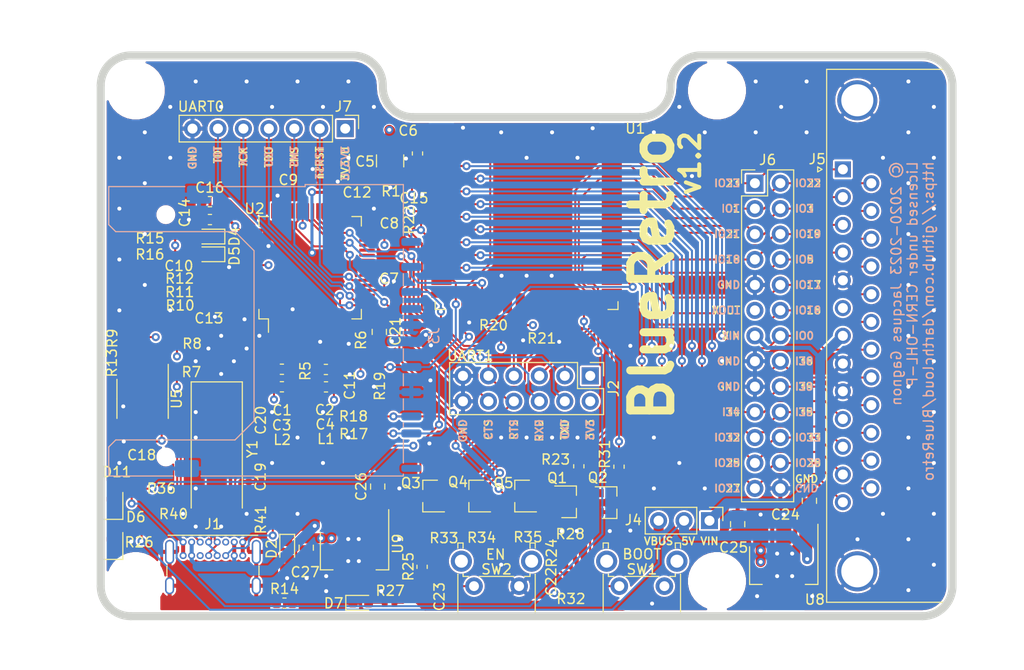
<source format=kicad_pcb>
(kicad_pcb (version 20171130) (host pcbnew "(5.1.9)-1")
  (title_block (title "BlueRetro DevKit") (date 2020-08-30) (rev v1.1))
  (layers (0 F.Cu signal) (1 In1.Cu power) (2 In2.Cu power) (31 B.Cu signal) (34 B.Paste user) (35 F.Paste user) (36 B.SilkS user) (37 F.SilkS user) (38 B.Mask user) (39 F.Mask user) (44 Edge.Cuts user))
  (net 0 "")
  (net 1 GND)
  (net 2 "Net-(C1-Pad1)")
  (net 3 "Net-(C2-Pad1)")
  (net 4 +3V3)
  (net 5 +3V3_USB)
  (net 6 +1V8)
  (net 7 /EN)
  (net 8 "Net-(C19-Pad1)")
  (net 9 "Net-(C20-Pad1)")
  (net 10 "Net-(C22-Pad1)")
  (net 11 "Net-(C23-Pad1)")
  (net 12 +5V)
  (net 13 VBUS)
  (net 14 "Net-(D4-Pad2)")
  (net 15 "Net-(D4-Pad1)")
  (net 16 "Net-(D5-Pad2)")
  (net 17 "Net-(D5-Pad1)")
  (net 18 "Net-(D6-Pad2)")
  (net 19 "Net-(D7-Pad2)")
  (net 20 VIN)
  (net 21 "Net-(J1-PadS1)")
  (net 22 "Net-(J1-PadB5)")
  (net 23 "Net-(J1-PadA5)")
  (net 24 /nTRST)
  (net 25 /TMS)
  (net 26 /IO14)
  (net 27 /TDO)
  (net 28 /IO15)
  (net 29 /TDI)
  (net 30 /IO12)
  (net 31 /TCK)
  (net 32 /IO13)
  (net 33 /nCTS)
  (net 34 /nRTS)
  (net 35 /RXD)
  (net 36 /IO3)
  (net 37 /TXD)
  (net 38 /IO1)
  (net 39 "Net-(Q1-Pad3)")
  (net 40 "Net-(Q1-Pad1)")
  (net 41 "Net-(Q2-Pad3)")
  (net 42 "Net-(Q2-Pad1)")
  (net 43 "Net-(Q3-Pad1)")
  (net 44 /IO0)
  (net 45 /nDTR)
  (net 46 "Net-(Q4-Pad1)")
  (net 47 /IO2)
  (net 48 "Net-(Q5-Pad1)")
  (net 49 "Net-(R5-Pad2)")
  (net 50 "Net-(R6-Pad2)")
  (net 51 "Net-(R10-Pad1)")
  (net 52 "Net-(R11-Pad1)")
  (net 53 "Net-(R13-Pad1)")
  (net 54 "Net-(R10-Pad2)")
  (net 55 "Net-(R11-Pad2)")
  (net 56 "Net-(R12-Pad2)")
  (net 57 "Net-(R12-Pad1)")
  (net 58 /IO4)
  (net 59 /IO17)
  (net 60 /IO23)
  (net 61 /IO22)
  (net 62 /IO21)
  (net 63 /IO19)
  (net 64 /IO18)
  (net 65 /IO5)
  (net 66 /IO16)
  (net 67 /IO27)
  (net 68 /IO26)
  (net 69 /IO25)
  (net 70 /IO33)
  (net 71 /IO32)
  (net 72 /I35)
  (net 73 /I34)
  (net 74 /I39)
  (net 75 /I36)
  (net 76 /USB_C_P)
  (net 77 /USB_C_N)
  (net 78 "Net-(J3-Pad10)")
  (module BlueRetro:ESP32-WROOM-32 (layer F.Cu) (at 0 -12.51)
    (fp_text reference U1 (at 10.85 -8.19 180) (layer F.SilkS))
    (fp_text value ESP32-WROOM-32E)
    (pad 38 smd rect (at 8.5 -8.255) (size 2 0.9) (layers F.Cu F.Paste F.Mask) (net 1 GND))
    (pad 37 smd rect (at 8.5 -6.985) (size 2 0.9) (layers F.Cu F.Paste F.Mask) (net 60 /IO23))
    (pad 36 smd rect (at 8.5 -5.715) (size 2 0.9) (layers F.Cu F.Paste F.Mask) (net 61 /IO22))
    (pad 35 smd rect (at 8.5 -4.445) (size 2 0.9) (layers F.Cu F.Paste F.Mask) (net 38 /IO1))
    (pad 34 smd rect (at 8.5 -3.175) (size 2 0.9) (layers F.Cu F.Paste F.Mask) (net 36 /IO3))
    (pad 33 smd rect (at 8.5 -1.905) (size 2 0.9) (layers F.Cu F.Paste F.Mask) (net 62 /IO21))
    (pad 32 smd rect (at 8.5 -0.635) (size 2 0.9) (layers F.Cu F.Paste F.Mask))
    (pad 31 smd rect (at 8.5 0.635) (size 2 0.9) (layers F.Cu F.Paste F.Mask) (net 63 /IO19))
    (pad 30 smd rect (at 8.5 1.905) (size 2 0.9) (layers F.Cu F.Paste F.Mask) (net 64 /IO18))
    (pad 29 smd rect (at 8.5 3.175) (size 2 0.9) (layers F.Cu F.Paste F.Mask) (net 65 /IO5))
    (pad 28 smd rect (at 8.5 4.445) (size 2 0.9) (layers F.Cu F.Paste F.Mask) (net 59 /IO17))
    (pad 27 smd rect (at 8.5 5.715) (size 2 0.9) (layers F.Cu F.Paste F.Mask) (net 66 /IO16))
    (pad 26 smd rect (at 8.5 6.985) (size 2 0.9) (layers F.Cu F.Paste F.Mask) (net 58 /IO4))
    (pad 25 smd rect (at 8.5 8.255) (size 2 0.9) (layers F.Cu F.Paste F.Mask) (net 44 /IO0))
    (pad 24 smd rect (at 5.715 9.255 90) (size 2 0.9) (layers F.Cu F.Paste F.Mask) (net 47 /IO2))
    (pad 23 smd rect (at 4.445 9.255 90) (size 2 0.9) (layers F.Cu F.Paste F.Mask) (net 28 /IO15))
    (pad 22 smd rect (at 3.175 9.255 90) (size 2 0.9) (layers F.Cu F.Paste F.Mask))
    (pad 21 smd rect (at 1.905 9.255 90) (size 2 0.9) (layers F.Cu F.Paste F.Mask))
    (pad 20 smd rect (at 0.635 9.255 90) (size 2 0.9) (layers F.Cu F.Paste F.Mask))
    (pad 19 smd rect (at -0.635 9.255 90) (size 2 0.9) (layers F.Cu F.Paste F.Mask))
    (pad 18 smd rect (at -1.905 9.255 90) (size 2 0.9) (layers F.Cu F.Paste F.Mask))
    (pad 17 smd rect (at -3.175 9.255 90) (size 2 0.9) (layers F.Cu F.Paste F.Mask))
    (pad 16 smd rect (at -4.445 9.255 90) (size 2 0.9) (layers F.Cu F.Paste F.Mask) (net 32 /IO13))
    (pad 15 smd rect (at -5.715 9.255 90) (size 2 0.9) (layers F.Cu F.Paste F.Mask) (net 1 GND))
    (pad 14 smd rect (at -8.5 8.255) (size 2 0.9) (layers F.Cu F.Paste F.Mask) (net 30 /IO12))
    (pad 13 smd rect (at -8.5 6.985) (size 2 0.9) (layers F.Cu F.Paste F.Mask) (net 26 /IO14))
    (pad 12 smd rect (at -8.5 5.715) (size 2 0.9) (layers F.Cu F.Paste F.Mask) (net 67 /IO27))
    (pad 11 smd rect (at -8.5 4.445) (size 2 0.9) (layers F.Cu F.Paste F.Mask) (net 68 /IO26))
    (pad 10 smd rect (at -8.5 3.175) (size 2 0.9) (layers F.Cu F.Paste F.Mask) (net 69 /IO25))
    (pad 9 smd rect (at -8.5 1.905) (size 2 0.9) (layers F.Cu F.Paste F.Mask) (net 70 /IO33))
    (pad 8 smd rect (at -8.5 0.635) (size 2 0.9) (layers F.Cu F.Paste F.Mask) (net 71 /IO32))
    (pad 7 smd rect (at -8.5 -0.635) (size 2 0.9) (layers F.Cu F.Paste F.Mask) (net 72 /I35))
    (pad 6 smd rect (at -8.5 -1.905) (size 2 0.9) (layers F.Cu F.Paste F.Mask) (net 73 /I34))
    (pad 5 smd rect (at -8.5 -3.175) (size 2 0.9) (layers F.Cu F.Paste F.Mask) (net 74 /I39))
    (pad 4 smd rect (at -8.5 -4.445) (size 2 0.9) (layers F.Cu F.Paste F.Mask) (net 75 /I36))
    (pad 3 smd rect (at -8.5 -5.715) (size 2 0.9) (layers F.Cu F.Paste F.Mask) (net 7 /EN))
    (pad 2 smd rect (at -8.5 -6.985) (size 2 0.9) (layers F.Cu F.Paste F.Mask) (net 4 +3V3))
    (pad 1 smd rect (at -8.5 -8.255) (size 2 0.9) (layers F.Cu F.Paste F.Mask) (net 1 GND))
  )
  (module BlueRetro:R_0402_1005Metric (layer F.Cu) (at -14.7 2.64 270)
    (fp_text reference R19 (at 2.39 -0.05 90) (layer F.SilkS))
    (fp_text value 10K)
    (pad 2 smd roundrect (at 0.485 0 270) (size 0.59 0.64) (layers F.Cu F.Paste F.Mask) (net 26 /IO14))
    (pad 1 smd roundrect (at -0.485 0 270) (size 0.59 0.64) (layers F.Cu F.Paste F.Mask) (net 4 +3V3))
  )
  (module BlueRetro:R_0402_1005Metric (layer F.Cu) (at -25.32888 18.36166 270)
    (fp_text reference R41 (at 0.00834 1.19112 90) (layer F.SilkS))
    (fp_text value 5.1K)
    (pad 2 smd roundrect (at 0.485 0 270) (size 0.59 0.64) (layers F.Cu F.Paste F.Mask) (net 22 "Net-(J1-PadB5)"))
    (pad 1 smd roundrect (at -0.485 0 270) (size 0.59 0.64) (layers F.Cu F.Paste F.Mask) (net 1 GND))
  )
  (module BlueRetro:R_0402_1005Metric (layer F.Cu) (at -34.71672 18.91792)
    (fp_text reference R40 (at -0.52328 -1.11792) (layer F.SilkS))
    (fp_text value 5.1K)
    (pad 2 smd roundrect (at 0.485 0) (size 0.59 0.64) (layers F.Cu F.Paste F.Mask) (net 23 "Net-(J1-PadA5)"))
    (pad 1 smd roundrect (at -0.485 0) (size 0.59 0.64) (layers F.Cu F.Paste F.Mask) (net 1 GND))
  )
  (module Connector_PinHeader_2.54mm:PinHeader_1x07_P2.54mm_Vertical (layer F.Cu) (at -18.1 -20.69 270)
    (fp_text reference J7 (at -2.2 0.19 180) (layer F.SilkS))
    (fp_text value Conn_01x07)
    (pad 7 thru_hole oval (at 0 15.24 270) (size 1.7 1.7) (drill 1) (layers *.Cu *.Mask) (net 1 GND))
    (pad 6 thru_hole oval (at 0 12.7 270) (size 1.7 1.7) (drill 1) (layers *.Cu *.Mask) (net 29 /TDI))
    (pad 5 thru_hole oval (at 0 10.16 270) (size 1.7 1.7) (drill 1) (layers *.Cu *.Mask) (net 31 /TCK))
    (pad 4 thru_hole oval (at 0 7.62 270) (size 1.7 1.7) (drill 1) (layers *.Cu *.Mask) (net 27 /TDO))
    (pad 3 thru_hole oval (at 0 5.08 270) (size 1.7 1.7) (drill 1) (layers *.Cu *.Mask) (net 25 /TMS))
    (pad 2 thru_hole oval (at 0 2.54 270) (size 1.7 1.7) (drill 1) (layers *.Cu *.Mask) (net 24 /nTRST))
    (pad 1 thru_hole rect (at 0 0 270) (size 1.7 1.7) (drill 1) (layers *.Cu *.Mask) (net 5 +3V3_USB))
  )
  (module Connector_Card:SD_Kyocera_145638009511859+ (layer B.Cu) (at -24 0 90)
    (fp_text reference J3 (at 0 14.78 -90) (layer B.SilkS) (effects (justify mirror)))
    (fp_text value SD_Card)
    (pad 12 smd roundrect (at 14.1 -8.7 90) (size 1.8 2.4) (layers B.Cu B.Paste B.Mask) (roundrect_rratio 0.139) (net 1 GND))
    (pad 13 smd roundrect (at -13.25 -9.9 90) (size 1.7 2.4) (layers B.Cu B.Paste B.Mask) (roundrect_rratio 0.147) (net 1 GND))
    (pad "" np_thru_hole circle (at 12.1 -12 270) (size 1.5 1.5) (drill 1.5) (layers *.Cu *.Mask))
    (pad "" np_thru_hole circle (at -12.1 -12 270) (size 1.5 1.5) (drill 1.5) (layers *.Cu *.Mask))
    (pad 11 smd roundrect (at -13.24 12.5 90) (size 0.7 2) (layers B.Cu B.Paste B.Mask) (roundrect_rratio 0.357))
    (pad 8 smd roundrect (at -9.75 12.5 90) (size 0.8 2) (layers B.Cu B.Paste B.Mask) (roundrect_rratio 0.313) (net 58 /IO4))
    (pad 7 smd roundrect (at -8.05 12.5 90) (size 0.8 2) (layers B.Cu B.Paste B.Mask) (roundrect_rratio 0.313) (net 47 /IO2))
    (pad 6 smd roundrect (at -5.62 12.5 90) (size 0.8 2) (layers B.Cu B.Paste B.Mask) (roundrect_rratio 0.313) (net 1 GND))
    (pad 5 smd roundrect (at -3.12 12.5 90) (size 0.8 2) (layers B.Cu B.Paste B.Mask) (roundrect_rratio 0.313) (net 26 /IO14))
    (pad 4 smd roundrect (at -0.62 12.5 90) (size 0.8 2) (layers B.Cu B.Paste B.Mask) (roundrect_rratio 0.313) (net 4 +3V3))
    (pad 3 smd roundrect (at 1.08 12.5 90) (size 0.8 2) (layers B.Cu B.Paste B.Mask) (roundrect_rratio 0.313) (net 1 GND))
    (pad 10 smd roundrect (at 2.68 12.5 90) (size 0.8 2) (layers B.Cu B.Paste B.Mask) (roundrect_rratio 0.313))
    (pad 2 smd roundrect (at 4.38 12.5 90) (size 0.8 2) (layers B.Cu B.Paste B.Mask) (roundrect_rratio 0.313) (net 28 /IO15))
    (pad 1 smd roundrect (at 6.88 12.5 90) (size 0.8 2) (layers B.Cu B.Paste B.Mask) (roundrect_rratio 0.313) (net 32 /IO13))
    (pad 9 smd roundrect (at 9.38 12.5 90) (size 0.8 2) (layers B.Cu B.Paste B.Mask) (roundrect_rratio 0.313) (net 30 /IO12))
  )
  (module BlueRetro:SOT-223-3_TabPin2 (layer F.Cu) (at -17.17 21.46 270)
    (fp_text reference U9 (at -0.7 -4.32 90) (layer F.SilkS))
    (fp_text value AP7361C-33E)
    (pad 1 smd rect (at -3.15 -2.3 270) (size 2 1.5) (layers F.Cu F.Paste F.Mask) (net 13 VBUS))
    (pad 3 smd rect (at -3.15 2.3 270) (size 2 1.5) (layers F.Cu F.Paste F.Mask) (net 5 +3V3_USB))
    (pad 2 smd rect (at -3.15 0 270) (size 2 1.5) (layers F.Cu F.Paste F.Mask) (net 1 GND))
    (pad 2 smd rect (at 3.15 0 270) (size 2 3.8) (layers F.Cu F.Paste F.Mask) (net 1 GND))
  )
  (module BlueRetro:SOT-223-3_TabPin2 (layer F.Cu) (at 25.66 22.92 270)
    (fp_text reference U8 (at 3.42 -3.1 180) (layer F.SilkS))
    (fp_text value AP7361C-33E)
    (pad 1 smd rect (at -3.15 -2.3 270) (size 2 1.5) (layers F.Cu F.Paste F.Mask) (net 12 +5V))
    (pad 3 smd rect (at -3.15 2.3 270) (size 2 1.5) (layers F.Cu F.Paste F.Mask) (net 4 +3V3))
    (pad 2 smd rect (at -3.15 0 270) (size 2 1.5) (layers F.Cu F.Paste F.Mask) (net 1 GND))
    (pad 2 smd rect (at 3.15 0 270) (size 2 3.8) (layers F.Cu F.Paste F.Mask) (net 1 GND))
  )
  (module BlueRetro:D_0603_1608Metric (layer F.Cu) (at -23.89 21.3125 270)
    (fp_text reference D2 (at -0.0125 1.56 90) (layer F.SilkS))
    (fp_text value ESDA25P35-1U1M)
    (pad 2 smd roundrect (at 0.7875 0 270) (size 0.875 0.95) (layers F.Cu F.Paste F.Mask) (net 1 GND))
    (pad 1 smd roundrect (at -0.7875 0 270) (size 0.875 0.95) (layers F.Cu F.Paste F.Mask) (net 13 VBUS))
  )
  (module BlueRetro:MountingHole_2.7mm_M2.5 (layer F.Cu) (at 19 24.5)
    (fp_text reference H4 hide)
    (fp_text value MountingHole)
    (pad "" np_thru_hole circle (at 0 0) (size 2.7 2.7) (drill 2.7) (layers *.Cu *.Mask) (clearance 1.55))
  )
  (module BlueRetro:MountingHole_2.7mm_M2.5 (layer F.Cu) (at -39 24.5)
    (fp_text reference H3 hide)
    (fp_text value MountingHole)
    (pad "" np_thru_hole circle (at 0 0) (size 2.7 2.7) (drill 2.7) (layers *.Cu *.Mask) (clearance 1.55))
  )
  (module BlueRetro:MountingHole_2.7mm_M2.5 (layer F.Cu) (at 19 -24.5)
    (fp_text reference H2 hide)
    (fp_text value MountingHole)
    (pad "" np_thru_hole circle (at 0 0) (size 2.7 2.7) (drill 2.7) (layers *.Cu *.Mask) (clearance 1.55))
  )
  (module BlueRetro:MountingHole_2.7mm_M2.5 (layer F.Cu) (at -39 -24.5)
    (fp_text reference H1 hide)
    (fp_text value MountingHole)
    (pad "" np_thru_hole circle (at 0 0) (size 2.7 2.7) (drill 2.7) (layers *.Cu *.Mask) (clearance 1.55))
  )
  (module BlueRetro:USB_C_Receptacle_GCT_USB4085 (layer F.Cu) (at -34.275 20.6)
    (fp_text reference J1 (at 2.975 -1.8) (layer F.SilkS))
    (fp_text value USB_C_Receptacle_USB2.0)
    (pad S1 thru_hole oval (at 7.3 4.36) (size 0.9 1.7) (drill oval 0.6 1.4) (layers *.Cu *.Mask) (net 21 "Net-(J1-PadS1)"))
    (pad S1 thru_hole oval (at -1.35 4.36) (size 0.9 1.7) (drill oval 0.6 1.4) (layers *.Cu *.Mask) (net 21 "Net-(J1-PadS1)"))
    (pad S1 thru_hole oval (at 7.3 0.98) (size 0.9 2.4) (drill oval 0.6 2.1) (layers *.Cu *.Mask) (net 21 "Net-(J1-PadS1)"))
    (pad S1 thru_hole oval (at -1.35 0.98) (size 0.9 2.4) (drill oval 0.6 2.1) (layers *.Cu *.Mask) (net 21 "Net-(J1-PadS1)"))
    (pad B6 thru_hole circle (at 3.4 1.35) (size 0.7 0.7) (drill 0.4) (layers *.Cu *.Mask) (net 76 /USB_C_P))
    (pad B1 thru_hole circle (at 5.95 1.35) (size 0.7 0.7) (drill 0.4) (layers *.Cu *.Mask) (net 1 GND))
    (pad B4 thru_hole circle (at 5.1 1.35) (size 0.7 0.7) (drill 0.4) (layers *.Cu *.Mask) (net 13 VBUS))
    (pad B5 thru_hole circle (at 4.25 1.35) (size 0.7 0.7) (drill 0.4) (layers *.Cu *.Mask) (net 22 "Net-(J1-PadB5)"))
    (pad B12 thru_hole circle (at 0 1.35) (size 0.7 0.7) (drill 0.4) (layers *.Cu *.Mask) (net 1 GND))
    (pad B8 thru_hole circle (at 1.7 1.35) (size 0.7 0.7) (drill 0.4) (layers *.Cu *.Mask))
    (pad B7 thru_hole circle (at 2.55 1.35) (size 0.7 0.7) (drill 0.4) (layers *.Cu *.Mask) (net 77 /USB_C_N))
    (pad B9 thru_hole circle (at 0.85 1.35) (size 0.7 0.7) (drill 0.4) (layers *.Cu *.Mask) (net 13 VBUS))
    (pad A12 thru_hole circle (at 5.95 0) (size 0.7 0.7) (drill 0.4) (layers *.Cu *.Mask) (net 1 GND))
    (pad A9 thru_hole circle (at 5.1 0) (size 0.7 0.7) (drill 0.4) (layers *.Cu *.Mask) (net 13 VBUS))
    (pad A8 thru_hole circle (at 4.25 0) (size 0.7 0.7) (drill 0.4) (layers *.Cu *.Mask))
    (pad A7 thru_hole circle (at 3.4 0) (size 0.7 0.7) (drill 0.4) (layers *.Cu *.Mask) (net 77 /USB_C_N))
    (pad A6 thru_hole circle (at 2.55 0) (size 0.7 0.7) (drill 0.4) (layers *.Cu *.Mask) (net 76 /USB_C_P))
    (pad A5 thru_hole circle (at 1.7 0) (size 0.7 0.7) (drill 0.4) (layers *.Cu *.Mask) (net 23 "Net-(J1-PadA5)"))
    (pad A4 thru_hole circle (at 0.85 0) (size 0.7 0.7) (drill 0.4) (layers *.Cu *.Mask) (net 13 VBUS))
    (pad A1 thru_hole circle (at 0 0) (size 0.7 0.7) (drill 0.4) (layers *.Cu *.Mask) (net 1 GND))
  )
  (module BlueRetro:PinHeader_2x06_P2.54mm_Vertical (layer F.Cu) (at 6.35 4 270)
    (fp_text reference J2 (at 1.27 -2.33 90) (layer F.SilkS))
    (fp_text value Conn_02x06)
    (pad 12 thru_hole oval (at 2.54 12.7 270) (size 1.7 1.7) (drill 1) (layers *.Cu *.Mask) (net 1 GND))
    (pad 11 thru_hole oval (at 0 12.7 270) (size 1.7 1.7) (drill 1) (layers *.Cu *.Mask) (net 1 GND))
    (pad 10 thru_hole oval (at 2.54 10.16 270) (size 1.7 1.7) (drill 1) (layers *.Cu *.Mask) (net 33 /nCTS))
    (pad 9 thru_hole oval (at 0 10.16 270) (size 1.7 1.7) (drill 1) (layers *.Cu *.Mask) (net 28 /IO15))
    (pad 8 thru_hole oval (at 2.54 7.62 270) (size 1.7 1.7) (drill 1) (layers *.Cu *.Mask) (net 34 /nRTS))
    (pad 7 thru_hole oval (at 0 7.62 270) (size 1.7 1.7) (drill 1) (layers *.Cu *.Mask) (net 32 /IO13))
    (pad 6 thru_hole oval (at 2.54 5.08 270) (size 1.7 1.7) (drill 1) (layers *.Cu *.Mask) (net 35 /RXD))
    (pad 5 thru_hole oval (at 0 5.08 270) (size 1.7 1.7) (drill 1) (layers *.Cu *.Mask) (net 38 /IO1))
    (pad 4 thru_hole oval (at 2.54 2.54 270) (size 1.7 1.7) (drill 1) (layers *.Cu *.Mask) (net 37 /TXD))
    (pad 3 thru_hole oval (at 0 2.54 270) (size 1.7 1.7) (drill 1) (layers *.Cu *.Mask) (net 36 /IO3))
    (pad 2 thru_hole oval (at 2.54 0 270) (size 1.7 1.7) (drill 1) (layers *.Cu *.Mask) (net 4 +3V3))
    (pad 1 thru_hole rect (at 0 0 270) (size 1.7 1.7) (drill 1) (layers *.Cu *.Mask) (net 4 +3V3))
  )
  (module BlueRetro:LED_0605_1611Metric (layer F.Cu) (at -41.25 16.34 90)
    (fp_text reference D11 (at 2.74 0.35 180) (layer F.SilkS))
    (fp_text value RED_RA)
    (pad 2 smd roundrect (at 1.05 0 90) (size 1.2 1.2) (layers F.Cu F.Paste F.Mask) (net 59 /IO17))
    (pad 1 smd roundrect (at -1.05 0 90) (size 1.2 1.2) (layers F.Cu F.Paste F.Mask) (net 1 GND))
  )
  (module BlueRetro:LED_0605_1611Metric (layer F.Cu) (at -41.25 20.34 90)
    (fp_text reference D6 (at 2.24 2.25 180) (layer F.SilkS))
    (fp_text value GREEN_RA)
    (pad 2 smd roundrect (at 1.05 0 90) (size 1.2 1.2) (layers F.Cu F.Paste F.Mask) (net 18 "Net-(D6-Pad2)"))
    (pad 1 smd roundrect (at -1.05 0 90) (size 1.2 1.2) (layers F.Cu F.Paste F.Mask) (net 1 GND))
  )
  (module BlueRetro:PinHeader_2x13_P2.54mm_Vertical_TB (layer F.Cu) (at 22.78 -15.24)
    (fp_text reference J6 (at 1.27 -2.33) (layer F.SilkS))
    (fp_text value Conn_02x13)
    (pad 26 thru_hole oval (at 2.54 30.48) (size 1.7 1.7) (drill 1) (layers *.Cu *.Mask) (net 1 GND))
    (pad 13 thru_hole oval (at 0 30.48) (size 1.7 1.7) (drill 1) (layers *.Cu *.Mask) (net 67 /IO27))
    (pad 25 thru_hole oval (at 2.54 27.94) (size 1.7 1.7) (drill 1) (layers *.Cu *.Mask) (net 68 /IO26))
    (pad 12 thru_hole oval (at 0 27.94) (size 1.7 1.7) (drill 1) (layers *.Cu *.Mask) (net 69 /IO25))
    (pad 24 thru_hole oval (at 2.54 25.4) (size 1.7 1.7) (drill 1) (layers *.Cu *.Mask) (net 70 /IO33))
    (pad 11 thru_hole oval (at 0 25.4) (size 1.7 1.7) (drill 1) (layers *.Cu *.Mask) (net 71 /IO32))
    (pad 23 thru_hole oval (at 2.54 22.86) (size 1.7 1.7) (drill 1) (layers *.Cu *.Mask) (net 72 /I35))
    (pad 10 thru_hole oval (at 0 22.86) (size 1.7 1.7) (drill 1) (layers *.Cu *.Mask) (net 73 /I34))
    (pad 22 thru_hole oval (at 2.54 20.32) (size 1.7 1.7) (drill 1) (layers *.Cu *.Mask) (net 74 /I39))
    (pad 9 thru_hole oval (at 0 20.32) (size 1.7 1.7) (drill 1) (layers *.Cu *.Mask) (net 1 GND))
    (pad 21 thru_hole oval (at 2.54 17.78) (size 1.7 1.7) (drill 1) (layers *.Cu *.Mask) (net 75 /I36))
    (pad 8 thru_hole oval (at 0 17.78) (size 1.7 1.7) (drill 1) (layers *.Cu *.Mask) (net 1 GND))
    (pad 20 thru_hole oval (at 2.54 15.24) (size 1.7 1.7) (drill 1) (layers *.Cu *.Mask) (net 44 /IO0))
    (pad 7 thru_hole oval (at 0 15.24) (size 1.7 1.7) (drill 1) (layers *.Cu *.Mask) (net 20 VIN))
    (pad 19 thru_hole oval (at 2.54 12.7) (size 1.7 1.7) (drill 1) (layers *.Cu *.Mask) (net 66 /IO16))
    (pad 6 thru_hole oval (at 0 12.7) (size 1.7 1.7) (drill 1) (layers *.Cu *.Mask) (net 4 +3V3))
    (pad 18 thru_hole oval (at 2.54 10.16) (size 1.7 1.7) (drill 1) (layers *.Cu *.Mask) (net 59 /IO17))
    (pad 5 thru_hole oval (at 0 10.16) (size 1.7 1.7) (drill 1) (layers *.Cu *.Mask) (net 1 GND))
    (pad 17 thru_hole oval (at 2.54 7.62) (size 1.7 1.7) (drill 1) (layers *.Cu *.Mask) (net 65 /IO5))
    (pad 4 thru_hole oval (at 0 7.62) (size 1.7 1.7) (drill 1) (layers *.Cu *.Mask) (net 64 /IO18))
    (pad 16 thru_hole oval (at 2.54 5.08) (size 1.7 1.7) (drill 1) (layers *.Cu *.Mask) (net 63 /IO19))
    (pad 3 thru_hole oval (at 0 5.08) (size 1.7 1.7) (drill 1) (layers *.Cu *.Mask) (net 62 /IO21))
    (pad 15 thru_hole oval (at 2.54 2.54) (size 1.7 1.7) (drill 1) (layers *.Cu *.Mask) (net 36 /IO3))
    (pad 2 thru_hole oval (at 0 2.54) (size 1.7 1.7) (drill 1) (layers *.Cu *.Mask) (net 38 /IO1))
    (pad 14 thru_hole oval (at 2.54 0) (size 1.7 1.7) (drill 1) (layers *.Cu *.Mask) (net 61 /IO22))
    (pad 1 thru_hole rect (at 0 0) (size 1.7 1.7) (drill 1) (layers *.Cu *.Mask) (net 60 /IO23))
  )
  (module BlueRetro:Crystal_SMD_HC49-SD (layer F.Cu) (at -30.92 11.3 270)
    (fp_text reference Y1 (at 0 -3.55 90) (layer F.SilkS))
    (fp_text value 12MHz)
    (pad 2 smd rect (at 4.25 0 270) (size 4.5 2) (layers F.Cu F.Paste F.Mask) (net 8 "Net-(C19-Pad1)"))
    (pad 1 smd rect (at -4.25 0 270) (size 4.5 2) (layers F.Cu F.Paste F.Mask) (net 9 "Net-(C20-Pad1)"))
  )
  (module BlueRetro:SOIC-8_3.9x4.9mm_P1.27mm (layer F.Cu) (at -38.32 6.3 270)
    (fp_text reference U5 (at 0 -3.4 90) (layer F.SilkS))
    (fp_text value M93C46)
    (pad 8 smd roundrect (at 2.475 -1.905 270) (size 1.95 0.6) (layers F.Cu F.Paste F.Mask) (net 5 +3V3_USB))
    (pad 7 smd roundrect (at 2.475 -0.635 270) (size 1.95 0.6) (layers F.Cu F.Paste F.Mask))
    (pad 6 smd roundrect (at 2.475 0.635 270) (size 1.95 0.6) (layers F.Cu F.Paste F.Mask))
    (pad 5 smd roundrect (at 2.475 1.905 270) (size 1.95 0.6) (layers F.Cu F.Paste F.Mask) (net 1 GND))
    (pad 4 smd roundrect (at -2.475 1.905 270) (size 1.95 0.6) (layers F.Cu F.Paste F.Mask) (net 53 "Net-(R13-Pad1)"))
    (pad 3 smd roundrect (at -2.475 0.635 270) (size 1.95 0.6) (layers F.Cu F.Paste F.Mask) (net 57 "Net-(R12-Pad1)"))
    (pad 2 smd roundrect (at -2.475 -0.635 270) (size 1.95 0.6) (layers F.Cu F.Paste F.Mask) (net 52 "Net-(R11-Pad1)"))
    (pad 1 smd roundrect (at -2.475 -1.905 270) (size 1.95 0.6) (layers F.Cu F.Paste F.Mask) (net 51 "Net-(R10-Pad1)"))
  )
  (module BlueRetro:LQFP-64_10x10mm_P0.5mm (layer F.Cu) (at -21.6 -6.8 90)
    (fp_text reference U2 (at 5.9 -5.55 180) (layer F.SilkS))
    (fp_text value FT2232HL)
    (pad 64 smd roundrect (at -3.75 -5.675 90) (size 0.3 1.55) (layers F.Cu F.Paste F.Mask) (net 6 +1V8))
    (pad 63 smd roundrect (at -3.25 -5.675 90) (size 0.3 1.55) (layers F.Cu F.Paste F.Mask) (net 54 "Net-(R10-Pad2)"))
    (pad 62 smd roundrect (at -2.75 -5.675 90) (size 0.3 1.55) (layers F.Cu F.Paste F.Mask) (net 55 "Net-(R11-Pad2)"))
    (pad 61 smd roundrect (at -2.25 -5.675 90) (size 0.3 1.55) (layers F.Cu F.Paste F.Mask) (net 56 "Net-(R12-Pad2)"))
    (pad 60 smd roundrect (at -1.75 -5.675 90) (size 0.3 1.55) (layers F.Cu F.Paste F.Mask))
    (pad 59 smd roundrect (at -1.25 -5.675 90) (size 0.3 1.55) (layers F.Cu F.Paste F.Mask))
    (pad 58 smd roundrect (at -0.75 -5.675 90) (size 0.3 1.55) (layers F.Cu F.Paste F.Mask))
    (pad 57 smd roundrect (at -0.25 -5.675 90) (size 0.3 1.55) (layers F.Cu F.Paste F.Mask))
    (pad 56 smd roundrect (at 0.25 -5.675 90) (size 0.3 1.55) (layers F.Cu F.Paste F.Mask) (net 5 +3V3_USB))
    (pad 55 smd roundrect (at 0.75 -5.675 90) (size 0.3 1.55) (layers F.Cu F.Paste F.Mask) (net 17 "Net-(D5-Pad1)"))
    (pad 54 smd roundrect (at 1.25 -5.675 90) (size 0.3 1.55) (layers F.Cu F.Paste F.Mask) (net 15 "Net-(D4-Pad1)"))
    (pad 53 smd roundrect (at 1.75 -5.675 90) (size 0.3 1.55) (layers F.Cu F.Paste F.Mask))
    (pad 52 smd roundrect (at 2.25 -5.675 90) (size 0.3 1.55) (layers F.Cu F.Paste F.Mask))
    (pad 51 smd roundrect (at 2.75 -5.675 90) (size 0.3 1.55) (layers F.Cu F.Paste F.Mask) (net 1 GND))
    (pad 50 smd roundrect (at 3.25 -5.675 90) (size 0.3 1.55) (layers F.Cu F.Paste F.Mask) (net 5 +3V3_USB))
    (pad 49 smd roundrect (at 3.75 -5.675 90) (size 0.3 1.55) (layers F.Cu F.Paste F.Mask) (net 6 +1V8))
    (pad 48 smd roundrect (at 5.675 -3.75 90) (size 1.55 0.3) (layers F.Cu F.Paste F.Mask))
    (pad 47 smd roundrect (at 5.675 -3.25 90) (size 1.55 0.3) (layers F.Cu F.Paste F.Mask) (net 1 GND))
    (pad 46 smd roundrect (at 5.675 -2.75 90) (size 1.55 0.3) (layers F.Cu F.Paste F.Mask))
    (pad 45 smd roundrect (at 5.675 -2.25 90) (size 1.55 0.3) (layers F.Cu F.Paste F.Mask))
    (pad 44 smd roundrect (at 5.675 -1.75 90) (size 1.55 0.3) (layers F.Cu F.Paste F.Mask))
    (pad 43 smd roundrect (at 5.675 -1.25 90) (size 1.55 0.3) (layers F.Cu F.Paste F.Mask) (net 45 /nDTR))
    (pad 42 smd roundrect (at 5.675 -0.75 90) (size 1.55 0.3) (layers F.Cu F.Paste F.Mask) (net 5 +3V3_USB))
    (pad 41 smd roundrect (at 5.675 -0.25 90) (size 1.55 0.3) (layers F.Cu F.Paste F.Mask) (net 33 /nCTS))
    (pad 40 smd roundrect (at 5.675 0.25 90) (size 1.55 0.3) (layers F.Cu F.Paste F.Mask) (net 34 /nRTS))
    (pad 39 smd roundrect (at 5.675 0.75 90) (size 1.55 0.3) (layers F.Cu F.Paste F.Mask) (net 35 /RXD))
    (pad 38 smd roundrect (at 5.675 1.25 90) (size 1.55 0.3) (layers F.Cu F.Paste F.Mask) (net 37 /TXD))
    (pad 37 smd roundrect (at 5.675 1.75 90) (size 1.55 0.3) (layers F.Cu F.Paste F.Mask) (net 6 +1V8))
    (pad 36 smd roundrect (at 5.675 2.25 90) (size 1.55 0.3) (layers F.Cu F.Paste F.Mask))
    (pad 35 smd roundrect (at 5.675 2.75 90) (size 1.55 0.3) (layers F.Cu F.Paste F.Mask) (net 1 GND))
    (pad 34 smd roundrect (at 5.675 3.25 90) (size 1.55 0.3) (layers F.Cu F.Paste F.Mask))
    (pad 33 smd roundrect (at 5.675 3.75 90) (size 1.55 0.3) (layers F.Cu F.Paste F.Mask))
    (pad 32 smd roundrect (at 3.75 5.675 90) (size 0.3 1.55) (layers F.Cu F.Paste F.Mask))
    (pad 31 smd roundrect (at 3.25 5.675 90) (size 0.3 1.55) (layers F.Cu F.Paste F.Mask) (net 5 +3V3_USB))
    (pad 30 smd roundrect (at 2.75 5.675 90) (size 0.3 1.55) (layers F.Cu F.Paste F.Mask))
    (pad 29 smd roundrect (at 2.25 5.675 90) (size 0.3 1.55) (layers F.Cu F.Paste F.Mask))
    (pad 28 smd roundrect (at 1.75 5.675 90) (size 0.3 1.55) (layers F.Cu F.Paste F.Mask))
    (pad 27 smd roundrect (at 1.25 5.675 90) (size 0.3 1.55) (layers F.Cu F.Paste F.Mask))
    (pad 26 smd roundrect (at 0.75 5.675 90) (size 0.3 1.55) (layers F.Cu F.Paste F.Mask))
    (pad 25 smd roundrect (at 0.25 5.675 90) (size 0.3 1.55) (layers F.Cu F.Paste F.Mask) (net 1 GND))
    (pad 24 smd roundrect (at -0.25 5.675 90) (size 0.3 1.55) (layers F.Cu F.Paste F.Mask))
    (pad 23 smd roundrect (at -0.75 5.675 90) (size 0.3 1.55) (layers F.Cu F.Paste F.Mask))
    (pad 22 smd roundrect (at -1.25 5.675 90) (size 0.3 1.55) (layers F.Cu F.Paste F.Mask) (net 24 /nTRST))
    (pad 21 smd roundrect (at -1.75 5.675 90) (size 0.3 1.55) (layers F.Cu F.Paste F.Mask))
    (pad 20 smd roundrect (at -2.25 5.675 90) (size 0.3 1.55) (layers F.Cu F.Paste F.Mask) (net 5 +3V3_USB))
    (pad 19 smd roundrect (at -2.75 5.675 90) (size 0.3 1.55) (layers F.Cu F.Paste F.Mask) (net 25 /TMS))
    (pad 18 smd roundrect (at -3.25 5.675 90) (size 0.3 1.55) (layers F.Cu F.Paste F.Mask) (net 27 /TDO))
    (pad 17 smd roundrect (at -3.75 5.675 90) (size 0.3 1.55) (layers F.Cu F.Paste F.Mask) (net 29 /TDI))
    (pad 16 smd roundrect (at -5.675 3.75 90) (size 1.55 0.3) (layers F.Cu F.Paste F.Mask) (net 31 /TCK))
    (pad 15 smd roundrect (at -5.675 3.25 90) (size 1.55 0.3) (layers F.Cu F.Paste F.Mask) (net 1 GND))
    (pad 14 smd roundrect (at -5.675 2.75 90) (size 1.55 0.3) (layers F.Cu F.Paste F.Mask) (net 50 "Net-(R6-Pad2)"))
    (pad 13 smd roundrect (at -5.675 2.25 90) (size 1.55 0.3) (layers F.Cu F.Paste F.Mask) (net 1 GND))
    (pad 12 smd roundrect (at -5.675 1.75 90) (size 1.55 0.3) (layers F.Cu F.Paste F.Mask) (net 6 +1V8))
    (pad 11 smd roundrect (at -5.675 1.25 90) (size 1.55 0.3) (layers F.Cu F.Paste F.Mask) (net 1 GND))
    (pad 10 smd roundrect (at -5.675 0.75 90) (size 1.55 0.3) (layers F.Cu F.Paste F.Mask) (net 1 GND))
    (pad 9 smd roundrect (at -5.675 0.25 90) (size 1.55 0.3) (layers F.Cu F.Paste F.Mask) (net 3 "Net-(C2-Pad1)"))
    (pad 8 smd roundrect (at -5.675 -0.25 90) (size 1.55 0.3) (layers F.Cu F.Paste F.Mask) (net 76 /USB_C_P))
    (pad 7 smd roundrect (at -5.675 -0.75 90) (size 1.55 0.3) (layers F.Cu F.Paste F.Mask) (net 77 /USB_C_N))
    (pad 6 smd roundrect (at -5.675 -1.25 90) (size 1.55 0.3) (layers F.Cu F.Paste F.Mask) (net 49 "Net-(R5-Pad2)"))
    (pad 5 smd roundrect (at -5.675 -1.75 90) (size 1.55 0.3) (layers F.Cu F.Paste F.Mask) (net 1 GND))
    (pad 4 smd roundrect (at -5.675 -2.25 90) (size 1.55 0.3) (layers F.Cu F.Paste F.Mask) (net 2 "Net-(C1-Pad1)"))
    (pad 3 smd roundrect (at -5.675 -2.75 90) (size 1.55 0.3) (layers F.Cu F.Paste F.Mask) (net 8 "Net-(C19-Pad1)"))
    (pad 2 smd roundrect (at -5.675 -3.25 90) (size 1.55 0.3) (layers F.Cu F.Paste F.Mask) (net 9 "Net-(C20-Pad1)"))
    (pad 1 smd roundrect (at -5.675 -3.75 90) (size 1.55 0.3) (layers F.Cu F.Paste F.Mask) (net 1 GND))
  )
  (module BlueRetro:SW_Tactile_SPST_Angled_PTS645Vx83-2LFS (layer F.Cu) (at -0.75 25 180)
    (fp_text reference SW2 (at 2.25 1.68) (layer F.SilkS))
    (fp_text value EN)
    (pad "" thru_hole circle (at -1.25 2.49 180) (size 2.1 2.1) (drill 1.3) (layers *.Cu *.Mask))
    (pad 1 thru_hole circle (at 0 0 180) (size 1.75 1.75) (drill 0.99) (layers *.Cu *.Mask) (net 1 GND))
    (pad 2 thru_hole circle (at 4.5 0 180) (size 1.75 1.75) (drill 0.99) (layers *.Cu *.Mask) (net 11 "Net-(C23-Pad1)"))
    (pad "" thru_hole circle (at 5.76 2.49 180) (size 2.1 2.1) (drill 1.3) (layers *.Cu *.Mask))
  )
  (module BlueRetro:SW_Tactile_SPST_Angled_PTS645Vx83-2LFS (layer F.Cu) (at 13.75 25 180)
    (fp_text reference SW1 (at 2.25 1.68) (layer F.SilkS))
    (fp_text value BOOT)
    (pad "" thru_hole circle (at -1.25 2.49 180) (size 2.1 2.1) (drill 1.3) (layers *.Cu *.Mask))
    (pad 1 thru_hole circle (at 0 0 180) (size 1.75 1.75) (drill 0.99) (layers *.Cu *.Mask) (net 4 +3V3))
    (pad 2 thru_hole circle (at 4.5 0 180) (size 1.75 1.75) (drill 0.99) (layers *.Cu *.Mask) (net 10 "Net-(C22-Pad1)"))
    (pad "" thru_hole circle (at 5.76 2.49 180) (size 2.1 2.1) (drill 1.3) (layers *.Cu *.Mask))
  )
  (module BlueRetro:R_0402_1005Metric (layer F.Cu) (at -38.895 15.27 180)
    (fp_text reference R36 (at -2.445 0.02) (layer F.SilkS))
    (fp_text value 64.9)
    (pad 2 smd roundrect (at 0.485 0 180) (size 0.59 0.64) (layers F.Cu F.Paste F.Mask) (net 59 /IO17))
    (pad 1 smd roundrect (at -0.485 0 180) (size 0.59 0.64) (layers F.Cu F.Paste F.Mask) (net 4 +3V3))
  )
  (module BlueRetro:R_0402_1005Metric (layer F.Cu) (at 0.135 18.94 180)
    (fp_text reference R35 (at 0 -1.17) (layer F.SilkS))
    (fp_text value 100K)
    (pad 2 smd roundrect (at 0.485 0 180) (size 0.59 0.64) (layers F.Cu F.Paste F.Mask) (net 34 /nRTS))
    (pad 1 smd roundrect (at -0.485 0 180) (size 0.59 0.64) (layers F.Cu F.Paste F.Mask) (net 48 "Net-(Q5-Pad1)"))
  )
  (module BlueRetro:R_0402_1005Metric (layer F.Cu) (at -4.49 18.99 180)
    (fp_text reference R34 (at 0 -1.17) (layer F.SilkS))
    (fp_text value 100K)
    (pad 2 smd roundrect (at 0.485 0 180) (size 0.59 0.64) (layers F.Cu F.Paste F.Mask) (net 34 /nRTS))
    (pad 1 smd roundrect (at -0.485 0 180) (size 0.59 0.64) (layers F.Cu F.Paste F.Mask) (net 46 "Net-(Q4-Pad1)"))
  )
  (module BlueRetro:R_0402_1005Metric (layer F.Cu) (at -8.1 18.97)
    (fp_text reference R33 (at -0.15 1.23) (layer F.SilkS))
    (fp_text value 100K)
    (pad 2 smd roundrect (at 0.485 0) (size 0.59 0.64) (layers F.Cu F.Paste F.Mask) (net 45 /nDTR))
    (pad 1 smd roundrect (at -0.485 0) (size 0.59 0.64) (layers F.Cu F.Paste F.Mask) (net 43 "Net-(Q3-Pad1)"))
  )
  (module BlueRetro:R_0402_1005Metric (layer F.Cu) (at 4.425 25.1 180)
    (fp_text reference R32 (at 0 -1.17) (layer F.SilkS))
    (fp_text value 1K)
    (pad 2 smd roundrect (at 0.485 0 180) (size 0.59 0.64) (layers F.Cu F.Paste F.Mask) (net 10 "Net-(C22-Pad1)"))
    (pad 1 smd roundrect (at -0.485 0 180) (size 0.59 0.64) (layers F.Cu F.Paste F.Mask) (net 42 "Net-(Q2-Pad1)"))
  )
  (module BlueRetro:R_0603_1608Metric (layer F.Cu) (at 9.22 13.07 270)
    (fp_text reference R31 (at -1.25 1.41 90) (layer F.SilkS))
    (fp_text value 0)
    (pad 2 smd roundrect (at 0.7875 0 270) (size 0.875 0.95) (layers F.Cu F.Paste F.Mask) (net 41 "Net-(Q2-Pad3)"))
    (pad 1 smd roundrect (at -0.7875 0 270) (size 0.875 0.95) (layers F.Cu F.Paste F.Mask) (net 47 /IO2))
  )
  (module BlueRetro:R_0402_1005Metric (layer F.Cu) (at 4.43 21.07 180)
    (fp_text reference R28 (at 0.08 1.27) (layer F.SilkS))
    (fp_text value 10K)
    (pad 2 smd roundrect (at 0.485 0 180) (size 0.59 0.64) (layers F.Cu F.Paste F.Mask) (net 1 GND))
    (pad 1 smd roundrect (at -0.485 0 180) (size 0.59 0.64) (layers F.Cu F.Paste F.Mask) (net 10 "Net-(C22-Pad1)"))
  )
  (module BlueRetro:R_0402_1005Metric (layer F.Cu) (at -13.675 26.66 180)
    (fp_text reference R27 (at -0.06 1.2) (layer F.SilkS))
    (fp_text value 150)
    (pad 2 smd roundrect (at 0.485 0 180) (size 0.59 0.64) (layers F.Cu F.Paste F.Mask) (net 19 "Net-(D7-Pad2)"))
    (pad 1 smd roundrect (at -0.485 0 180) (size 0.59 0.64) (layers F.Cu F.Paste F.Mask) (net 13 VBUS))
  )
  (module BlueRetro:R_0402_1005Metric (layer F.Cu) (at -38.905 19.28 180)
    (fp_text reference R26 (at -0.245 -1.34) (layer F.SilkS))
    (fp_text value 150)
    (pad 2 smd roundrect (at 0.485 0 180) (size 0.59 0.64) (layers F.Cu F.Paste F.Mask) (net 18 "Net-(D6-Pad2)"))
    (pad 1 smd roundrect (at -0.485 0 180) (size 0.59 0.64) (layers F.Cu F.Paste F.Mask) (net 12 +5V))
  )
  (module BlueRetro:R_0603_1608Metric (layer F.Cu) (at -10.43 23.07 270)
    (fp_text reference R25 (at -0.02 1.37 90) (layer F.SilkS))
    (fp_text value 0)
    (pad 2 smd roundrect (at 0.7875 0 270) (size 0.875 0.95) (layers F.Cu F.Paste F.Mask) (net 11 "Net-(C23-Pad1)"))
    (pad 1 smd roundrect (at -0.7875 0 270) (size 0.875 0.95) (layers F.Cu F.Paste F.Mask) (net 7 /EN))
  )
  (module BlueRetro:R_0402_1005Metric (layer F.Cu) (at 4.43 23.79)
    (fp_text reference R24 (at -1.93 -2.09 90) (layer F.SilkS))
    (fp_text value 1K)
    (pad 2 smd roundrect (at 0.485 0) (size 0.59 0.64) (layers F.Cu F.Paste F.Mask) (net 10 "Net-(C22-Pad1)"))
    (pad 1 smd roundrect (at -0.485 0) (size 0.59 0.64) (layers F.Cu F.Paste F.Mask) (net 40 "Net-(Q1-Pad1)"))
  )
  (module BlueRetro:R_0603_1608Metric (layer F.Cu) (at 5.21 13.03 270)
    (fp_text reference R23 (at -0.68 2.32 180) (layer F.SilkS))
    (fp_text value 0)
    (pad 2 smd roundrect (at 0.7875 0 270) (size 0.875 0.95) (layers F.Cu F.Paste F.Mask) (net 39 "Net-(Q1-Pad3)"))
    (pad 1 smd roundrect (at -0.7875 0 270) (size 0.875 0.95) (layers F.Cu F.Paste F.Mask) (net 44 /IO0))
  )
  (module BlueRetro:R_0402_1005Metric (layer F.Cu) (at -10.53 -11.96 270)
    (fp_text reference R22 (at 0.4 1.21 90) (layer F.SilkS))
    (fp_text value 10K)
    (pad 2 smd roundrect (at 0.485 0 270) (size 0.59 0.64) (layers F.Cu F.Paste F.Mask) (net 30 /IO12))
    (pad 1 smd roundrect (at -0.485 0 270) (size 0.59 0.64) (layers F.Cu F.Paste F.Mask) (net 4 +3V3))
  )
  (module BlueRetro:R_0402_1005Metric (layer F.Cu) (at -0.8 -1.07 180)
    (fp_text reference R21 (at -2.31 -1.33) (layer F.SilkS))
    (fp_text value 10K)
    (pad 2 smd roundrect (at 0.485 0 180) (size 0.59 0.64) (layers F.Cu F.Paste F.Mask) (net 32 /IO13))
    (pad 1 smd roundrect (at -0.485 0 180) (size 0.59 0.64) (layers F.Cu F.Paste F.Mask) (net 4 +3V3))
  )
  (module BlueRetro:R_0402_1005Metric (layer F.Cu) (at -3.03 0.11 180)
    (fp_text reference R20 (at 0.28 1.17) (layer F.SilkS))
    (fp_text value 10K)
    (pad 2 smd roundrect (at 0.485 0 180) (size 0.59 0.64) (layers F.Cu F.Paste F.Mask) (net 28 /IO15))
    (pad 1 smd roundrect (at -0.485 0 180) (size 0.59 0.64) (layers F.Cu F.Paste F.Mask) (net 4 +3V3))
  )
  (module BlueRetro:R_0402_1005Metric (layer F.Cu) (at -14.86 8.05)
    (fp_text reference R18 (at -2.42 -0.01) (layer F.SilkS))
    (fp_text value 10K)
    (pad 2 smd roundrect (at 0.485 0) (size 0.59 0.64) (layers F.Cu F.Paste F.Mask) (net 47 /IO2))
    (pad 1 smd roundrect (at -0.485 0) (size 0.59 0.64) (layers F.Cu F.Paste F.Mask) (net 4 +3V3))
  )
  (module BlueRetro:R_0402_1005Metric (layer F.Cu) (at -14.86 9.76)
    (fp_text reference R17 (at -2.4 0.05) (layer F.SilkS))
    (fp_text value 10K)
    (pad 2 smd roundrect (at 0.485 0) (size 0.59 0.64) (layers F.Cu F.Paste F.Mask) (net 58 /IO4))
    (pad 1 smd roundrect (at -0.485 0) (size 0.59 0.64) (layers F.Cu F.Paste F.Mask) (net 4 +3V3))
  )
  (module BlueRetro:R_0402_1005Metric (layer F.Cu) (at -34.595 -8.15 180)
    (fp_text reference R16 (at 2.995 -0.03) (layer F.SilkS))
    (fp_text value 64.9)
    (pad 2 smd roundrect (at 0.485 0 180) (size 0.59 0.64) (layers F.Cu F.Paste F.Mask) (net 5 +3V3_USB))
    (pad 1 smd roundrect (at -0.485 0 180) (size 0.59 0.64) (layers F.Cu F.Paste F.Mask) (net 16 "Net-(D5-Pad2)"))
  )
  (module BlueRetro:R_0402_1005Metric (layer F.Cu) (at -34.585 -9.91 180)
    (fp_text reference R15 (at 3.005 -0.18) (layer F.SilkS))
    (fp_text value 64.9)
    (pad 2 smd roundrect (at 0.485 0 180) (size 0.59 0.64) (layers F.Cu F.Paste F.Mask) (net 5 +3V3_USB))
    (pad 1 smd roundrect (at -0.485 0 180) (size 0.59 0.64) (layers F.Cu F.Paste F.Mask) (net 14 "Net-(D4-Pad2)"))
  )
  (module BlueRetro:R_0603_1608Metric (layer F.Cu) (at -24.1625 26.7)
    (fp_text reference R14 (at 0 -1.43) (layer F.SilkS))
    (fp_text value 0)
    (pad 2 smd roundrect (at 0.7875 0) (size 0.875 0.95) (layers F.Cu F.Paste F.Mask) (net 1 GND))
    (pad 1 smd roundrect (at -0.7875 0) (size 0.875 0.95) (layers F.Cu F.Paste F.Mask) (net 21 "Net-(J1-PadS1)"))
  )
  (module BlueRetro:R_0402_1005Metric (layer F.Cu) (at -39.6 1.68)
    (fp_text reference R13 (at -1.8 1.02 90) (layer F.SilkS))
    (fp_text value 2.2K)
    (pad 2 smd roundrect (at 0.485 0) (size 0.59 0.64) (layers F.Cu F.Paste F.Mask) (net 57 "Net-(R12-Pad1)"))
    (pad 1 smd roundrect (at -0.485 0) (size 0.59 0.64) (layers F.Cu F.Paste F.Mask) (net 53 "Net-(R13-Pad1)"))
  )
  (module BlueRetro:R_0402_1005Metric (layer F.Cu) (at -31.6 -5.65)
    (fp_text reference R12 (at -3.02 -0.07) (layer F.SilkS))
    (fp_text value 33)
    (pad 2 smd roundrect (at 0.485 0) (size 0.59 0.64) (layers F.Cu F.Paste F.Mask) (net 56 "Net-(R12-Pad2)"))
    (pad 1 smd roundrect (at -0.485 0) (size 0.59 0.64) (layers F.Cu F.Paste F.Mask) (net 57 "Net-(R12-Pad1)"))
  )
  (module BlueRetro:R_0402_1005Metric (layer F.Cu) (at -31.6 -4.36)
    (fp_text reference R11 (at -3.02 -0.01) (layer F.SilkS))
    (fp_text value 33)
    (pad 2 smd roundrect (at 0.485 0) (size 0.59 0.64) (layers F.Cu F.Paste F.Mask) (net 55 "Net-(R11-Pad2)"))
    (pad 1 smd roundrect (at -0.485 0) (size 0.59 0.64) (layers F.Cu F.Paste F.Mask) (net 52 "Net-(R11-Pad1)"))
  )
  (module BlueRetro:R_0402_1005Metric (layer F.Cu) (at -31.6 -3.04)
    (fp_text reference R10 (at -2.98 0.01) (layer F.SilkS))
    (fp_text value 33)
    (pad 2 smd roundrect (at 0.485 0) (size 0.59 0.64) (layers F.Cu F.Paste F.Mask) (net 54 "Net-(R10-Pad2)"))
    (pad 1 smd roundrect (at -0.485 0) (size 0.59 0.64) (layers F.Cu F.Paste F.Mask) (net 51 "Net-(R10-Pad1)"))
  )
  (module BlueRetro:R_0402_1005Metric (layer F.Cu) (at -39.575 0.13)
    (fp_text reference R9 (at -1.775 0.12 90) (layer F.SilkS))
    (fp_text value 10K)
    (pad 2 smd roundrect (at 0.485 0) (size 0.59 0.64) (layers F.Cu F.Paste F.Mask) (net 5 +3V3_USB))
    (pad 1 smd roundrect (at -0.485 0) (size 0.59 0.64) (layers F.Cu F.Paste F.Mask) (net 53 "Net-(R13-Pad1)"))
  )
  (module BlueRetro:R_0402_1005Metric (layer F.Cu) (at -34.91 0.67 270)
    (fp_text reference R8 (at 0.12 -1.53 180) (layer F.SilkS))
    (fp_text value 10K)
    (pad 2 smd roundrect (at 0.485 0 270) (size 0.59 0.64) (layers F.Cu F.Paste F.Mask) (net 5 +3V3_USB))
    (pad 1 smd roundrect (at -0.485 0 270) (size 0.59 0.64) (layers F.Cu F.Paste F.Mask) (net 52 "Net-(R11-Pad1)"))
  )
  (module BlueRetro:R_0402_1005Metric (layer F.Cu) (at -34.9 3.525 270)
    (fp_text reference R7 (at 0.095 -1.45 180) (layer F.SilkS))
    (fp_text value 10K)
    (pad 2 smd roundrect (at 0.485 0 270) (size 0.59 0.64) (layers F.Cu F.Paste F.Mask) (net 5 +3V3_USB))
    (pad 1 smd roundrect (at -0.485 0 270) (size 0.59 0.64) (layers F.Cu F.Paste F.Mask) (net 51 "Net-(R10-Pad1)"))
  )
  (module BlueRetro:R_0402_1005Metric (layer F.Cu) (at -16.57 2.36 90)
    (fp_text reference R6 (at 1.93 0.04 90) (layer F.SilkS))
    (fp_text value 1K)
    (pad 2 smd roundrect (at 0.485 0 90) (size 0.59 0.64) (layers F.Cu F.Paste F.Mask) (net 50 "Net-(R6-Pad2)"))
    (pad 1 smd roundrect (at -0.485 0 90) (size 0.59 0.64) (layers F.Cu F.Paste F.Mask) (net 5 +3V3_USB))
  )
  (module BlueRetro:R_0402_1005Metric (layer F.Cu) (at -22.22 1.44 90)
    (fp_text reference R5 (at -2.08 0.14 90) (layer F.SilkS))
    (fp_text value 12K)
    (pad 2 smd roundrect (at 0.485 0 90) (size 0.59 0.64) (layers F.Cu F.Paste F.Mask) (net 49 "Net-(R5-Pad2)"))
    (pad 1 smd roundrect (at -0.485 0 90) (size 0.59 0.64) (layers F.Cu F.Paste F.Mask) (net 1 GND))
  )
  (module BlueRetro:R_0402_1005Metric (layer F.Cu) (at -11.44 -15.61 90)
    (fp_text reference R1 (at -1.18 -2.09 180) (layer F.SilkS))
    (fp_text value 12K)
    (pad 2 smd roundrect (at 0.485 0 90) (size 0.59 0.64) (layers F.Cu F.Paste F.Mask) (net 7 /EN))
    (pad 1 smd roundrect (at -0.485 0 90) (size 0.59 0.64) (layers F.Cu F.Paste F.Mask) (net 4 +3V3))
  )
  (module BlueRetro:SOT-23 (layer F.Cu) (at -0.42 16 180)
    (fp_text reference Q5 (at 1.88 1.3) (layer F.SilkS))
    (fp_text value S8050)
    (pad 3 smd rect (at 1 0 180) (size 0.9 0.8) (layers F.Cu F.Paste F.Mask) (net 47 /IO2))
    (pad 2 smd rect (at -1 0.95 180) (size 0.9 0.8) (layers F.Cu F.Paste F.Mask) (net 45 /nDTR))
    (pad 1 smd rect (at -1 -0.95 180) (size 0.9 0.8) (layers F.Cu F.Paste F.Mask) (net 48 "Net-(Q5-Pad1)"))
  )
  (module BlueRetro:SOT-23 (layer F.Cu) (at -5 16 180)
    (fp_text reference Q4 (at 1.85 1.4) (layer F.SilkS))
    (fp_text value S8050)
    (pad 3 smd rect (at 1 0 180) (size 0.9 0.8) (layers F.Cu F.Paste F.Mask) (net 44 /IO0))
    (pad 2 smd rect (at -1 0.95 180) (size 0.9 0.8) (layers F.Cu F.Paste F.Mask) (net 45 /nDTR))
    (pad 1 smd rect (at -1 -0.95 180) (size 0.9 0.8) (layers F.Cu F.Paste F.Mask) (net 46 "Net-(Q4-Pad1)"))
  )
  (module BlueRetro:SOT-23 (layer F.Cu) (at -9.6 16 180)
    (fp_text reference Q3 (at 1.95 1.3) (layer F.SilkS))
    (fp_text value S8050)
    (pad 3 smd rect (at 1 0 180) (size 0.9 0.8) (layers F.Cu F.Paste F.Mask) (net 7 /EN))
    (pad 2 smd rect (at -1 0.95 180) (size 0.9 0.8) (layers F.Cu F.Paste F.Mask) (net 34 /nRTS))
    (pad 1 smd rect (at -1 -0.95 180) (size 0.9 0.8) (layers F.Cu F.Paste F.Mask) (net 43 "Net-(Q3-Pad1)"))
  )
  (module BlueRetro:SOT-23 (layer F.Cu) (at 8.25 16.66)
    (fp_text reference Q2 (at -1.15 -2.5) (layer F.SilkS))
    (fp_text value BSS138)
    (pad 3 smd rect (at 1 0) (size 0.9 0.8) (layers F.Cu F.Paste F.Mask) (net 41 "Net-(Q2-Pad3)"))
    (pad 2 smd rect (at -1 0.95) (size 0.9 0.8) (layers F.Cu F.Paste F.Mask) (net 1 GND))
    (pad 1 smd rect (at -1 -0.95) (size 0.9 0.8) (layers F.Cu F.Paste F.Mask) (net 42 "Net-(Q2-Pad1)"))
  )
  (module BlueRetro:SOT-23 (layer F.Cu) (at 4.21 16.58)
    (fp_text reference Q1 (at -1.16 -2.38) (layer F.SilkS))
    (fp_text value BSS138)
    (pad 3 smd rect (at 1 0) (size 0.9 0.8) (layers F.Cu F.Paste F.Mask) (net 39 "Net-(Q1-Pad3)"))
    (pad 2 smd rect (at -1 0.95) (size 0.9 0.8) (layers F.Cu F.Paste F.Mask) (net 1 GND))
    (pad 1 smd rect (at -1 -0.95) (size 0.9 0.8) (layers F.Cu F.Paste F.Mask) (net 40 "Net-(Q1-Pad1)"))
  )
  (module BlueRetro:L_0603_1608Metric (layer F.Cu) (at -24.42 5.09 180)
    (fp_text reference L2 (at -0.03 -5.29) (layer F.SilkS))
    (fp_text value 1K@100MHz)
    (pad 2 smd roundrect (at 0.7875 0 180) (size 0.875 0.95) (layers F.Cu F.Paste F.Mask) (net 5 +3V3_USB))
    (pad 1 smd roundrect (at -0.7875 0 180) (size 0.875 0.95) (layers F.Cu F.Paste F.Mask) (net 2 "Net-(C1-Pad1)"))
  )
  (module BlueRetro:L_0603_1608Metric (layer F.Cu) (at -20.02 5.1)
    (fp_text reference L1 (at 0 5.2) (layer F.SilkS))
    (fp_text value 1K@100MHz)
    (pad 2 smd roundrect (at 0.7875 0) (size 0.875 0.95) (layers F.Cu F.Paste F.Mask) (net 5 +3V3_USB))
    (pad 1 smd roundrect (at -0.7875 0) (size 0.875 0.95) (layers F.Cu F.Paste F.Mask) (net 3 "Net-(C2-Pad1)"))
  )
  (module BlueRetro:DSUB-25_Female_Horizontal_P2.77x2.84mm_EdgePinOffset8.1mm_Housed_MountingHolesOffset9.5mm (layer F.Cu) (at 42.5 0 90)
    (fp_text reference J5 (at 17.64 -13.5 180) (layer F.SilkS))
    (fp_text value DB25_Female)
    (pad 0 thru_hole circle (at 23.52 -9.5 90) (size 4 4) (drill 3.2) (layers *.Cu *.Mask) (net 1 GND))
    (pad 0 thru_hole circle (at -23.52 -9.5 90) (size 4 4) (drill 3.2) (layers *.Cu *.Mask) (net 1 GND))
    (pad 25 thru_hole circle (at -15.235 -8.1 90) (size 1.6 1.6) (drill 1) (layers *.Cu *.Mask) (net 68 /IO26))
    (pad 24 thru_hole circle (at -12.465 -8.1 90) (size 1.6 1.6) (drill 1) (layers *.Cu *.Mask) (net 70 /IO33))
    (pad 23 thru_hole circle (at -9.695 -8.1 90) (size 1.6 1.6) (drill 1) (layers *.Cu *.Mask) (net 72 /I35))
    (pad 22 thru_hole circle (at -6.925 -8.1 90) (size 1.6 1.6) (drill 1) (layers *.Cu *.Mask) (net 74 /I39))
    (pad 21 thru_hole circle (at -4.155 -8.1 90) (size 1.6 1.6) (drill 1) (layers *.Cu *.Mask) (net 75 /I36))
    (pad 20 thru_hole circle (at -1.385 -8.1 90) (size 1.6 1.6) (drill 1) (layers *.Cu *.Mask) (net 44 /IO0))
    (pad 19 thru_hole circle (at 1.385 -8.1 90) (size 1.6 1.6) (drill 1) (layers *.Cu *.Mask) (net 66 /IO16))
    (pad 18 thru_hole circle (at 4.155 -8.1 90) (size 1.6 1.6) (drill 1) (layers *.Cu *.Mask) (net 59 /IO17))
    (pad 17 thru_hole circle (at 6.925 -8.1 90) (size 1.6 1.6) (drill 1) (layers *.Cu *.Mask) (net 65 /IO5))
    (pad 16 thru_hole circle (at 9.695 -8.1 90) (size 1.6 1.6) (drill 1) (layers *.Cu *.Mask) (net 63 /IO19))
    (pad 15 thru_hole circle (at 12.465 -8.1 90) (size 1.6 1.6) (drill 1) (layers *.Cu *.Mask) (net 36 /IO3))
    (pad 14 thru_hole circle (at 15.235 -8.1 90) (size 1.6 1.6) (drill 1) (layers *.Cu *.Mask) (net 61 /IO22))
    (pad 13 thru_hole circle (at -16.62 -10.94 90) (size 1.6 1.6) (drill 1) (layers *.Cu *.Mask) (net 67 /IO27))
    (pad 12 thru_hole circle (at -13.85 -10.94 90) (size 1.6 1.6) (drill 1) (layers *.Cu *.Mask) (net 69 /IO25))
    (pad 11 thru_hole circle (at -11.08 -10.94 90) (size 1.6 1.6) (drill 1) (layers *.Cu *.Mask) (net 71 /IO32))
    (pad 10 thru_hole circle (at -8.31 -10.94 90) (size 1.6 1.6) (drill 1) (layers *.Cu *.Mask) (net 73 /I34))
    (pad 9 thru_hole circle (at -5.54 -10.94 90) (size 1.6 1.6) (drill 1) (layers *.Cu *.Mask) (net 1 GND))
    (pad 8 thru_hole circle (at -2.77 -10.94 90) (size 1.6 1.6) (drill 1) (layers *.Cu *.Mask) (net 1 GND))
    (pad 7 thru_hole circle (at 0 -10.94 90) (size 1.6 1.6) (drill 1) (layers *.Cu *.Mask) (net 20 VIN))
    (pad 6 thru_hole circle (at 2.77 -10.94 90) (size 1.6 1.6) (drill 1) (layers *.Cu *.Mask) (net 4 +3V3))
    (pad 5 thru_hole circle (at 5.54 -10.94 90) (size 1.6 1.6) (drill 1) (layers *.Cu *.Mask) (net 1 GND))
    (pad 4 thru_hole circle (at 8.31 -10.94 90) (size 1.6 1.6) (drill 1) (layers *.Cu *.Mask) (net 64 /IO18))
    (pad 3 thru_hole circle (at 11.08 -10.94 90) (size 1.6 1.6) (drill 1) (layers *.Cu *.Mask) (net 62 /IO21))
    (pad 2 thru_hole circle (at 13.85 -10.94 90) (size 1.6 1.6) (drill 1) (layers *.Cu *.Mask) (net 38 /IO1))
    (pad 1 thru_hole rect (at 16.62 -10.94 90) (size 1.6 1.6) (drill 1) (layers *.Cu *.Mask) (net 60 /IO23))
  )
  (module BlueRetro:PinHeader_1x03_P2.54mm_Vertical (layer F.Cu) (at 18.25 18.46 270)
    (fp_text reference J4 (at -0.06 7.6 180) (layer F.SilkS))
    (fp_text value Conn_01x03)
    (pad 3 thru_hole oval (at 0 5.08 270) (size 1.7 1.7) (drill 1) (layers *.Cu *.Mask) (net 13 VBUS))
    (pad 2 thru_hole oval (at 0 2.54 270) (size 1.7 1.7) (drill 1) (layers *.Cu *.Mask) (net 12 +5V))
    (pad 1 thru_hole rect (at 0 0 270) (size 1.7 1.7) (drill 1) (layers *.Cu *.Mask) (net 20 VIN))
  )
  (module BlueRetro:LED_0603_1608Metric (layer F.Cu) (at -16.5575 26.66)
    (fp_text reference D7 (at -2.7 0.05) (layer F.SilkS))
    (fp_text value RED)
    (pad 2 smd roundrect (at 0.7875 0) (size 0.875 0.95) (layers F.Cu F.Paste F.Mask) (net 19 "Net-(D7-Pad2)"))
    (pad 1 smd roundrect (at -0.7875 0) (size 0.875 0.95) (layers F.Cu F.Paste F.Mask) (net 1 GND))
  )
  (module BlueRetro:LED_0603_1608Metric (layer F.Cu) (at -31.6 -8.14 180)
    (fp_text reference D5 (at -2.44 -0.16 90) (layer F.SilkS))
    (fp_text value RED)
    (pad 2 smd roundrect (at 0.7875 0 180) (size 0.875 0.95) (layers F.Cu F.Paste F.Mask) (net 16 "Net-(D5-Pad2)"))
    (pad 1 smd roundrect (at -0.7875 0 180) (size 0.875 0.95) (layers F.Cu F.Paste F.Mask) (net 17 "Net-(D5-Pad1)"))
  )
  (module BlueRetro:LED_0603_1608Metric (layer F.Cu) (at -31.6 -9.91 180)
    (fp_text reference D4 (at -2.44 0.01 90) (layer F.SilkS))
    (fp_text value GREEN)
    (pad 2 smd roundrect (at 0.7875 0 180) (size 0.875 0.95) (layers F.Cu F.Paste F.Mask) (net 14 "Net-(D4-Pad2)"))
    (pad 1 smd roundrect (at -0.7875 0 180) (size 0.875 0.95) (layers F.Cu F.Paste F.Mask) (net 15 "Net-(D4-Pad1)"))
  )
  (module BlueRetro:C_0805_2012Metric (layer F.Cu) (at -21.99 21.16 270)
    (fp_text reference C27 (at 2.44 0.11 180) (layer F.SilkS))
    (fp_text value 10u)
    (pad 2 smd roundrect (at 0.9375 0 270) (size 0.975 1.4) (layers F.Cu F.Paste F.Mask) (net 1 GND))
    (pad 1 smd roundrect (at -0.9375 0 270) (size 0.975 1.4) (layers F.Cu F.Paste F.Mask) (net 5 +3V3_USB))
  )
  (module BlueRetro:C_0805_2012Metric (layer F.Cu) (at -14.86 15.0525 90)
    (fp_text reference C26 (at 0 -1.65 90) (layer F.SilkS))
    (fp_text value 10u)
    (pad 2 smd roundrect (at 0.9375 0 90) (size 0.975 1.4) (layers F.Cu F.Paste F.Mask) (net 1 GND))
    (pad 1 smd roundrect (at -0.9375 0 90) (size 0.975 1.4) (layers F.Cu F.Paste F.Mask) (net 13 VBUS))
  )
  (module BlueRetro:C_0805_2012Metric (layer F.Cu) (at 21.06 18.81 90)
    (fp_text reference C25 (at -2.33 -0.4 180) (layer F.SilkS))
    (fp_text value 10u)
    (pad 2 smd roundrect (at 0.9375 0 90) (size 0.975 1.4) (layers F.Cu F.Paste F.Mask) (net 1 GND))
    (pad 1 smd roundrect (at -0.9375 0 90) (size 0.975 1.4) (layers F.Cu F.Paste F.Mask) (net 4 +3V3))
  )
  (module BlueRetro:C_0805_2012Metric (layer F.Cu) (at 28.22 16.4775 90)
    (fp_text reference C24 (at -1.3725 -2.39 180) (layer F.SilkS))
    (fp_text value 10u)
    (pad 2 smd roundrect (at 0.9375 0 90) (size 0.975 1.4) (layers F.Cu F.Paste F.Mask) (net 1 GND))
    (pad 1 smd roundrect (at -0.9375 0 90) (size 0.975 1.4) (layers F.Cu F.Paste F.Mask) (net 12 +5V))
  )
  (module BlueRetro:C_0402_1005Metric (layer F.Cu) (at -8.67 23.39 90)
    (fp_text reference C23 (at -2.66 -0.03 90) (layer F.SilkS))
    (fp_text value 1000p)
    (pad 2 smd roundrect (at 0.485 0 90) (size 0.59 0.64) (layers F.Cu F.Paste F.Mask) (net 1 GND))
    (pad 1 smd roundrect (at -0.485 0 90) (size 0.59 0.64) (layers F.Cu F.Paste F.Mask) (net 11 "Net-(C23-Pad1)"))
  )
  (module BlueRetro:C_0402_1005Metric (layer F.Cu) (at 4.43 22.43 180)
    (fp_text reference C22 (at 1.98 -2.12 90) (layer F.SilkS))
    (fp_text value 1000p)
    (pad 2 smd roundrect (at 0.485 0 180) (size 0.59 0.64) (layers F.Cu F.Paste F.Mask) (net 1 GND))
    (pad 1 smd roundrect (at -0.485 0 180) (size 0.59 0.64) (layers F.Cu F.Paste F.Mask) (net 10 "Net-(C22-Pad1)"))
  )
  (module BlueRetro:C_0805_2012Metric (layer F.Cu) (at -14.7 -0.39 90)
    (fp_text reference C21 (at 0.0625 1.61 90) (layer F.SilkS))
    (fp_text value 10u)
    (pad 2 smd roundrect (at 0.9375 0 90) (size 0.975 1.4) (layers F.Cu F.Paste F.Mask) (net 1 GND))
    (pad 1 smd roundrect (at -0.9375 0 90) (size 0.975 1.4) (layers F.Cu F.Paste F.Mask) (net 4 +3V3))
  )
  (module BlueRetro:C_0402_1005Metric (layer F.Cu) (at -27.7 8.43 270)
    (fp_text reference C20 (at 0 -1.17 90) (layer F.SilkS))
    (fp_text value 27p)
    (pad 2 smd roundrect (at 0.485 0 270) (size 0.59 0.64) (layers F.Cu F.Paste F.Mask) (net 1 GND))
    (pad 1 smd roundrect (at -0.485 0 270) (size 0.59 0.64) (layers F.Cu F.Paste F.Mask) (net 9 "Net-(C20-Pad1)"))
  )
  (module BlueRetro:C_0402_1005Metric (layer F.Cu) (at -27.72 14.095 270)
    (fp_text reference C19 (at 0 -1.17 90) (layer F.SilkS))
    (fp_text value 27p)
    (pad 2 smd roundrect (at 0.485 0 270) (size 0.59 0.64) (layers F.Cu F.Paste F.Mask) (net 1 GND))
    (pad 1 smd roundrect (at -0.485 0 270) (size 0.59 0.64) (layers F.Cu F.Paste F.Mask) (net 8 "Net-(C19-Pad1)"))
  )
  (module BlueRetro:C_0402_1005Metric (layer F.Cu) (at -37.89 10.56 180)
    (fp_text reference C18 (at 0.52 -1.35) (layer F.SilkS))
    (fp_text value 0.1u)
    (pad 2 smd roundrect (at 0.485 0 180) (size 0.59 0.64) (layers F.Cu F.Paste F.Mask) (net 1 GND))
    (pad 1 smd roundrect (at -0.485 0 180) (size 0.59 0.64) (layers F.Cu F.Paste F.Mask) (net 5 +3V3_USB))
  )
  (module BlueRetro:C_0603_1608Metric (layer F.Cu) (at -31.6 -13.4 180)
    (fp_text reference C16 (at 0.02 1.4) (layer F.SilkS))
    (fp_text value 4.7u)
    (pad 2 smd roundrect (at 0.7875 0 180) (size 0.875 0.95) (layers F.Cu F.Paste F.Mask) (net 1 GND))
    (pad 1 smd roundrect (at -0.7875 0 180) (size 0.875 0.95) (layers F.Cu F.Paste F.Mask) (net 6 +1V8))
  )
  (module BlueRetro:C_0402_1005Metric (layer F.Cu) (at -10.4 -15.63 270)
    (fp_text reference C15 (at 1.89 0.84 180) (layer F.SilkS))
    (fp_text value 0.1u)
    (pad 2 smd roundrect (at 0.485 0 270) (size 0.59 0.64) (layers F.Cu F.Paste F.Mask) (net 1 GND))
    (pad 1 smd roundrect (at -0.485 0 270) (size 0.59 0.64) (layers F.Cu F.Paste F.Mask) (net 7 /EN))
  )
  (module BlueRetro:C_0603_1608Metric (layer F.Cu) (at -31.6 -11.61 180)
    (fp_text reference C14 (at 2.53 0.68 90) (layer F.SilkS))
    (fp_text value 4.7u)
    (pad 2 smd roundrect (at 0.7875 0 180) (size 0.875 0.95) (layers F.Cu F.Paste F.Mask) (net 1 GND))
    (pad 1 smd roundrect (at -0.7875 0 180) (size 0.875 0.95) (layers F.Cu F.Paste F.Mask) (net 5 +3V3_USB))
  )
  (module BlueRetro:C_0402_1005Metric (layer F.Cu) (at -29.45 -1.9 270)
    (fp_text reference C13 (at 0.15 2.25 180) (layer F.SilkS))
    (fp_text value 0.1u)
    (pad 2 smd roundrect (at 0.485 0 270) (size 0.59 0.64) (layers F.Cu F.Paste F.Mask) (net 1 GND))
    (pad 1 smd roundrect (at -0.485 0 270) (size 0.59 0.64) (layers F.Cu F.Paste F.Mask) (net 6 +1V8))
  )
  (module BlueRetro:C_0402_1005Metric (layer F.Cu) (at -19.38 -14.33)
    (fp_text reference C12 (at 2.46 0.01) (layer F.SilkS))
    (fp_text value 0.1u)
    (pad 2 smd roundrect (at 0.485 0) (size 0.59 0.64) (layers F.Cu F.Paste F.Mask) (net 1 GND))
    (pad 1 smd roundrect (at -0.485 0) (size 0.59 0.64) (layers F.Cu F.Paste F.Mask) (net 6 +1V8))
  )
  (module BlueRetro:C_0402_1005Metric (layer F.Cu) (at -17.66 2.37 270)
    (fp_text reference C11 (at 2.58 -0.01 90) (layer F.SilkS))
    (fp_text value 0.1u)
    (pad 2 smd roundrect (at 0.485 0 270) (size 0.59 0.64) (layers F.Cu F.Paste F.Mask) (net 1 GND))
    (pad 1 smd roundrect (at -0.485 0 270) (size 0.59 0.64) (layers F.Cu F.Paste F.Mask) (net 6 +1V8))
  )
  (module BlueRetro:C_0402_1005Metric (layer F.Cu) (at -31.6 -6.77)
    (fp_text reference C10 (at -3.1 -0.21 180) (layer F.SilkS))
    (fp_text value 0.1u)
    (pad 2 smd roundrect (at 0.485 0) (size 0.59 0.64) (layers F.Cu F.Paste F.Mask) (net 1 GND))
    (pad 1 smd roundrect (at -0.485 0) (size 0.59 0.64) (layers F.Cu F.Paste F.Mask) (net 5 +3V3_USB))
  )
  (module BlueRetro:C_0402_1005Metric (layer F.Cu) (at -21.865 -15.6)
    (fp_text reference C9 (at -1.915 0.03) (layer F.SilkS))
    (fp_text value 0.1u)
    (pad 2 smd roundrect (at 0.485 0) (size 0.59 0.64) (layers F.Cu F.Paste F.Mask) (net 1 GND))
    (pad 1 smd roundrect (at -0.485 0) (size 0.59 0.64) (layers F.Cu F.Paste F.Mask) (net 5 +3V3_USB))
  )
  (module BlueRetro:C_0402_1005Metric (layer F.Cu) (at -13.705 -10.06)
    (fp_text reference C8 (at 0 -1.17) (layer F.SilkS))
    (fp_text value 0.1u)
    (pad 2 smd roundrect (at 0.485 0) (size 0.59 0.64) (layers F.Cu F.Paste F.Mask) (net 1 GND))
    (pad 1 smd roundrect (at -0.485 0) (size 0.59 0.64) (layers F.Cu F.Paste F.Mask) (net 5 +3V3_USB))
  )
  (module BlueRetro:C_0402_1005Metric (layer F.Cu) (at -13.725 -4.54)
    (fp_text reference C7 (at 0 -1.17) (layer F.SilkS))
    (fp_text value 0.1u)
    (pad 2 smd roundrect (at 0.485 0) (size 0.59 0.64) (layers F.Cu F.Paste F.Mask) (net 1 GND))
    (pad 1 smd roundrect (at -0.485 0) (size 0.59 0.64) (layers F.Cu F.Paste F.Mask) (net 5 +3V3_USB))
  )
  (module BlueRetro:C_0603_1608Metric (layer F.Cu) (at -10.89 -18.21 270)
    (fp_text reference C6 (at -2.28 0.93 180) (layer F.SilkS))
    (fp_text value 1u)
    (pad 2 smd roundrect (at 0.7875 0 270) (size 0.875 0.95) (layers F.Cu F.Paste F.Mask) (net 1 GND))
    (pad 1 smd roundrect (at -0.7875 0 270) (size 0.875 0.95) (layers F.Cu F.Paste F.Mask) (net 4 +3V3))
  )
  (module BlueRetro:C_1210_3225Metric (layer F.Cu) (at -13.62 -17.47 270)
    (fp_text reference C5 (at 0.06 2.51 180) (layer F.SilkS))
    (fp_text value 100u)
    (pad 2 smd roundrect (at 1.4 0 270) (size 1.25 2.65) (layers F.Cu F.Paste F.Mask) (roundrect_rratio 0.2) (net 1 GND))
    (pad 1 smd roundrect (at -1.4 0 270) (size 1.25 2.65) (layers F.Cu F.Paste F.Mask) (roundrect_rratio 0.2) (net 4 +3V3))
  )
  (module BlueRetro:C_0603_1608Metric (layer F.Cu) (at -20.03 3.36)
    (fp_text reference C4 (at -0.07 5.49) (layer F.SilkS))
    (fp_text value 4.7u)
    (pad 2 smd roundrect (at 0.7875 0) (size 0.875 0.95) (layers F.Cu F.Paste F.Mask) (net 1 GND))
    (pad 1 smd roundrect (at -0.7875 0) (size 0.875 0.95) (layers F.Cu F.Paste F.Mask) (net 3 "Net-(C2-Pad1)"))
  )
  (module BlueRetro:C_0603_1608Metric (layer F.Cu) (at -24.42 3.34 180)
    (fp_text reference C3 (at 0.02 -5.59) (layer F.SilkS))
    (fp_text value 4.7u)
    (pad 2 smd roundrect (at 0.7875 0 180) (size 0.875 0.95) (layers F.Cu F.Paste F.Mask) (net 1 GND))
    (pad 1 smd roundrect (at -0.7875 0 180) (size 0.875 0.95) (layers F.Cu F.Paste F.Mask) (net 2 "Net-(C1-Pad1)"))
  )
  (module BlueRetro:C_0402_1005Metric (layer F.Cu) (at -20.535 1.94)
    (fp_text reference C2 (at 0.385 5.46) (layer F.SilkS))
    (fp_text value 0.1u)
    (pad 2 smd roundrect (at 0.485 0) (size 0.59 0.64) (layers F.Cu F.Paste F.Mask) (net 1 GND))
    (pad 1 smd roundrect (at -0.485 0) (size 0.59 0.64) (layers F.Cu F.Paste F.Mask) (net 3 "Net-(C2-Pad1)"))
  )
  (module BlueRetro:C_0402_1005Metric (layer F.Cu) (at -23.89 1.92 180)
    (fp_text reference C1 (at 0.5 -5.51) (layer F.SilkS))
    (fp_text value 0.1u)
    (pad 2 smd roundrect (at 0.485 0 180) (size 0.59 0.64) (layers F.Cu F.Paste F.Mask) (net 1 GND))
    (pad 1 smd roundrect (at -0.485 0 180) (size 0.59 0.64) (layers F.Cu F.Paste F.Mask) (net 2 "Net-(C1-Pad1)"))
  )
  (gr_text UART0 (at -32.49 -22.89) (layer F.SilkS) (effects (font (size 1 1))))
  (gr_text "© 2020-2023 Jacques Gagnon\nLicensed under CERN-OHL-P\nhttps://github.com/darthcloud/BlueRetro" (at 38.5 -17.5 90) (layer B.SilkS) (effects (font (size 1 1)) (justify left mirror)))
  (gr_text UART1 (at -5.62 1.99) (layer F.SilkS) (effects (font (size 1 1))))
  (gr_text GND (at -6.35 10.721428 90) (layer B.SilkS) (effects (font (size 0.75 0.75)) (justify right mirror)))
  (gr_text TXD (at 3.844286 10.471428 90) (layer B.SilkS) (effects (font (size 0.75 0.75)) (justify right mirror)))
  (gr_text 3V3 (at 6.348571 10.507143 90) (layer B.SilkS) (effects (font (size 0.75 0.75)) (justify right mirror)))
  (gr_text CTS (at -3.775714 10.471428 90) (layer B.SilkS) (effects (font (size 0.75 0.75)) (justify right mirror)))
  (gr_text RXD (at 1.27 10.65 90) (layer B.SilkS) (effects (font (size 0.75 0.75)) (justify right mirror)))
  (gr_text RTS (at -1.235714 10.471428 90) (layer B.SilkS) (effects (font (size 0.75 0.75)) (justify right mirror)))
  (gr_text 3V3 (at 6.35 8.25 90) (layer F.SilkS) (effects (font (size 0.75 0.75)) (justify right)))
  (gr_text TXD (at 3.81 8.25 90) (layer F.SilkS) (effects (font (size 0.75 0.75)) (justify right)))
  (gr_text RXD (at 1.27 8.25 90) (layer F.SilkS) (effects (font (size 0.75 0.75)) (justify right)))
  (gr_text RTS (at -1.27 8.25 90) (layer F.SilkS) (effects (font (size 0.75 0.75)) (justify right)))
  (gr_text CTS (at -3.81 8.25 90) (layer F.SilkS) (effects (font (size 0.75 0.75)) (justify right)))
  (gr_text GND (at -6.35 8.25 90) (layer F.SilkS) (effects (font (size 0.75 0.75)) (justify right)))
  (gr_text GND (at -33.335714 -16.56 90) (layer B.SilkS) (effects (font (size 0.75 0.75)) (justify right mirror)))
  (gr_text TDI (at -30.8 -17.167143 90) (layer B.SilkS) (effects (font (size 0.75 0.75)) (justify right mirror)))
  (gr_text TCK (at -28.26 -16.774285 90) (layer B.SilkS) (effects (font (size 0.75 0.75)) (justify right mirror)))
  (gr_text 3V3_U (at -18.1 -15.417143 90) (layer B.SilkS) (effects (font (size 0.75 0.75)) (justify right mirror)))
  (gr_text TDO (at -25.72 -16.738571 90) (layer B.SilkS) (effects (font (size 0.75 0.75)) (justify right mirror)))
  (gr_text TMS (at -23.18 -16.702857 90) (layer B.SilkS) (effects (font (size 0.75 0.75)) (justify right mirror)))
  (gr_text nTRST (at -20.64 -15.56 90) (layer B.SilkS) (effects (font (size 0.75 0.75)) (justify right mirror)))
  (gr_text 3V3_U (at -18.1 -19 90) (layer F.SilkS) (effects (font (size 0.75 0.75)) (justify right)))
  (gr_text nTRST (at -20.64 -19 90) (layer F.SilkS) (effects (font (size 0.75 0.75)) (justify right)))
  (gr_text TMS (at -23.18 -19 90) (layer F.SilkS) (effects (font (size 0.75 0.75)) (justify right)))
  (gr_text TDO (at -25.72 -19 90) (layer F.SilkS) (effects (font (size 0.75 0.75)) (justify right)))
  (gr_text TCK (at -28.26 -19 90) (layer F.SilkS) (effects (font (size 0.75 0.75)) (justify right)))
  (gr_text TDI (at -30.8 -19 90) (layer F.SilkS) (effects (font (size 0.75 0.75)) (justify right)))
  (gr_text GND (at -33.34 -19 90) (layer F.SilkS) (effects (font (size 0.75 0.75)) (justify right)))
  (gr_text 5V (at 16.12 20.51) (layer F.SilkS) (effects (font (size 0.75 0.75))))
  (gr_text VBUS (at 13.17 20.51) (layer F.SilkS) (effects (font (size 0.75 0.75))))
  (gr_text VIN (at 18.25 20.51) (layer F.SilkS) (effects (font (size 0.75 0.75))))
  (gr_text I35 (at 26.698571 7.55 180) (layer B.SilkS) (effects (font (size 0.75 0.75)) (justify left mirror)))
  (gr_text I36 (at 26.698571 2.47 180) (layer B.SilkS) (effects (font (size 0.75 0.75)) (justify left mirror)))
  (gr_text I39 (at 26.698571 5.01 180) (layer B.SilkS) (effects (font (size 0.75 0.75)) (justify left mirror)))
  (gr_text IO16 (at 26.698571 -2.61 180) (layer B.SilkS) (effects (font (size 0.75 0.75)) (justify left mirror)))
  (gr_text IO26 (at 26.698571 12.63 180) (layer B.SilkS) (effects (font (size 0.75 0.75)) (justify left mirror)))
  (gr_text IO0 (at 26.698571 -0.07 180) (layer B.SilkS) (effects (font (size 0.75 0.75)) (justify left mirror)))
  (gr_text GND (at 26.698571 15.17 180) (layer B.SilkS) (effects (font (size 0.75 0.75)) (justify left mirror)))
  (gr_text IO33 (at 26.698571 10.09 180) (layer B.SilkS) (effects (font (size 0.75 0.75)) (justify left mirror)))
  (gr_text IO3 (at 26.698571 -12.77 180) (layer B.SilkS) (effects (font (size 0.75 0.75)) (justify left mirror)))
  (gr_text IO22 (at 26.698571 -15.31 180) (layer B.SilkS) (effects (font (size 0.75 0.75)) (justify left mirror)))
  (gr_text IO17 (at 26.698571 -5.15 180) (layer B.SilkS) (effects (font (size 0.75 0.75)) (justify left mirror)))
  (gr_text IO5 (at 26.698571 -7.69 180) (layer B.SilkS) (effects (font (size 0.75 0.75)) (justify left mirror)))
  (gr_text IO19 (at 26.698571 -10.23 180) (layer B.SilkS) (effects (font (size 0.75 0.75)) (justify left mirror)))
  (gr_text IO27 (at 21.397143 15.17 180) (layer B.SilkS) (effects (font (size 0.75 0.75)) (justify right mirror)))
  (gr_text GND (at 21.397143 5.01 180) (layer B.SilkS) (effects (font (size 0.75 0.75)) (justify right mirror)))
  (gr_text IO25 (at 21.397143 12.63 180) (layer B.SilkS) (effects (font (size 0.75 0.75)) (justify right mirror)))
  (gr_text IO32 (at 21.397143 10.09 180) (layer B.SilkS) (effects (font (size 0.75 0.75)) (justify right mirror)))
  (gr_text I34 (at 21.397143 7.55 180) (layer B.SilkS) (effects (font (size 0.75 0.75)) (justify right mirror)))
  (gr_text " IO1" (at 21.397143 -12.77 180) (layer B.SilkS) (effects (font (size 0.75 0.75)) (justify right mirror)))
  (gr_text IO21 (at 21.397143 -10.23 180) (layer B.SilkS) (effects (font (size 0.75 0.75)) (justify right mirror)))
  (gr_text IO23 (at 21.397143 -15.31 180) (layer B.SilkS) (effects (font (size 0.75 0.75)) (justify right mirror)))
  (gr_text GND (at 21.397143 2.47 180) (layer B.SilkS) (effects (font (size 0.75 0.75)) (justify right mirror)))
  (gr_text IO18 (at 21.397143 -7.69 180) (layer B.SilkS) (effects (font (size 0.75 0.75)) (justify right mirror)))
  (gr_text " GND" (at 21.397143 -5.15 180) (layer B.SilkS) (effects (font (size 0.75 0.75)) (justify right mirror)))
  (gr_text " VIN" (at 21.397143 -0.07 180) (layer B.SilkS) (effects (font (size 0.75 0.75)) (justify right mirror)))
  (gr_text VOUT (at 21.397143 -2.61 180) (layer B.SilkS) (effects (font (size 0.75 0.75)) (justify right mirror)))
  (gr_text GND (at 26.7 14.3) (layer F.SilkS) (effects (font (size 0.75 0.75)) (justify left)))
  (gr_text IO27 (at 21.4 15.24) (layer F.SilkS) (effects (font (size 0.75 0.75)) (justify right)))
  (gr_text IO25 (at 21.4 12.7) (layer F.SilkS) (effects (font (size 0.75 0.75)) (justify right)))
  (gr_text IO32 (at 21.4 10.16) (layer F.SilkS) (effects (font (size 0.75 0.75)) (justify right)))
  (gr_text " I34" (at 21.4 7.62) (layer F.SilkS) (effects (font (size 0.75 0.75)) (justify right)))
  (gr_text " GND" (at 21.4 5.08) (layer F.SilkS) (effects (font (size 0.75 0.75)) (justify right)))
  (gr_text IO26 (at 26.7 12.7) (layer F.SilkS) (effects (font (size 0.75 0.75)) (justify left)))
  (gr_text IO33 (at 26.7 10.16) (layer F.SilkS) (effects (font (size 0.75 0.75)) (justify left)))
  (gr_text I35 (at 26.7 7.62) (layer F.SilkS) (effects (font (size 0.75 0.75)) (justify left)))
  (gr_text I39 (at 26.7 5.08) (layer F.SilkS) (effects (font (size 0.75 0.75)) (justify left)))
  (gr_text I36 (at 26.7 2.54) (layer F.SilkS) (effects (font (size 0.75 0.75)) (justify left)))
  (gr_text IO0 (at 26.7 0) (layer F.SilkS) (effects (font (size 0.75 0.75)) (justify left)))
  (gr_text IO16 (at 26.7 -2.54) (layer F.SilkS) (effects (font (size 0.75 0.75)) (justify left)))
  (gr_text " GND" (at 21.4 2.54) (layer F.SilkS) (effects (font (size 0.75 0.75)) (justify right)))
  (gr_text " VIN" (at 21.4 0) (layer F.SilkS) (effects (font (size 0.75 0.75)) (justify right)))
  (gr_text VOUT (at 21.4 -2.54) (layer F.SilkS) (effects (font (size 0.75 0.75)) (justify right)))
  (gr_text " GND" (at 21.4 -5.08) (layer F.SilkS) (effects (font (size 0.75 0.75)) (justify right)))
  (gr_text IO17 (at 26.7 -5.08) (layer F.SilkS) (effects (font (size 0.75 0.75)) (justify left)))
  (gr_text IO5 (at 26.7 -7.62) (layer F.SilkS) (effects (font (size 0.75 0.75)) (justify left)))
  (gr_text IO19 (at 26.7 -10.16) (layer F.SilkS) (effects (font (size 0.75 0.75)) (justify left)))
  (gr_text IO3 (at 26.7 -12.7) (layer F.SilkS) (effects (font (size 0.75 0.75)) (justify left)))
  (gr_text IO22 (at 26.7 -15.24) (layer F.SilkS) (effects (font (size 0.75 0.75)) (justify left)))
  (gr_text IO18 (at 21.4 -7.62) (layer F.SilkS) (effects (font (size 0.75 0.75)) (justify right)))
  (gr_text IO21 (at 21.4 -10.16) (layer F.SilkS) (effects (font (size 0.75 0.75)) (justify right)))
  (gr_text " IO1" (at 21.4 -12.7) (layer F.SilkS) (effects (font (size 0.75 0.75)) (justify right)))
  (gr_text IO23 (at 21.4 -15.24) (layer F.SilkS) (effects (font (size 0.75 0.75)) (justify right)))
  (gr_text EN (at -3.09 21.84) (layer F.SilkS) (effects (font (size 1 1))))
  (gr_text BOOT (at 11.5 21.81) (layer F.SilkS) (effects (font (size 1 1))))
  (gr_text v1.2 (at 16.32 -17.23 90) (layer F.SilkS) (effects (font (size 2 2) (thickness 0.4))))
  (gr_text BlueRetro (at 12.53 -6.07 90) (layer F.SilkS) (effects (font (size 4 4) (thickness 0.8))))
  (gr_line (start 14.36 -25) (end 14.36 -24.84) (layer Edge.Cuts) (width 0.05))
  (gr_line (start -14.35 -25) (end -14.35 -24.84) (layer Edge.Cuts) (width 0.05))
  (gr_line (start 11.36 -21.84) (end -11.35 -21.84) (layer Edge.Cuts) (width 0.8))
  (gr_arc (start 11.36 -24.84) (end 14.36 -24.84) (angle 90) (layer Edge.Cuts) (width 0.8))
  (gr_arc (start -11.35 -24.84) (end -14.35 -24.84) (angle -90) (layer Edge.Cuts) (width 0.8))
  (gr_arc (start -17.35 -25) (end -14.35 -25) (angle -90) (layer Edge.Cuts) (width 0.8))
  (gr_line (start 17.36 -28) (end 39.5 -28) (layer Edge.Cuts) (width 0.8))
  (gr_arc (start 17.36 -25) (end 14.36 -25) (angle 90) (layer Edge.Cuts) (width 0.8))
  (gr_arc (start -39.5 25) (end -42.5 25) (angle -90) (layer Edge.Cuts) (width 0.8))
  (gr_arc (start -39.5 -25) (end -42.5 -25) (angle 90) (layer Edge.Cuts) (width 0.8))
  (gr_arc (start 39.5 -25) (end 42.5 -25) (angle -90) (layer Edge.Cuts) (width 0.8))
  (gr_arc (start 39.5 25) (end 42.5 25) (angle 90) (layer Edge.Cuts) (width 0.8))
  (gr_line (start -42.5 -25) (end -42.5 25) (layer Edge.Cuts) (width 0.8))
  (gr_line (start -39.5 -28) (end -17.35 -28) (layer Edge.Cuts) (width 0.8))
  (gr_line (start 42.5 -25) (end 42.5 25) (layer Edge.Cuts) (width 0.8))
  (gr_line (start -39.5 28) (end 39.5 28) (layer Edge.Cuts) (width 0.8))
  (segment (start -28.325 21.95) (end -28.325 20.6) (width 0.4) (layer F.Cu) (net 1))
  (segment (start -34.275 21.95) (end -34.275 20.6) (width 0.4) (layer F.Cu) (net 1))
  (via (at -6.35 -20.78) (size 0.8) (drill 0.4) (layers F.Cu B.Cu) (net 1))
  (via (at 6.59 -20.73) (size 0.8) (drill 0.4) (layers F.Cu B.Cu) (net 1))
  (via (at -5.73 -1.33) (size 0.8) (drill 0.4) (layers F.Cu B.Cu) (net 1))
  (via (at -12.04 -17.7) (size 0.8) (drill 0.4) (layers F.Cu B.Cu) (net 1))
  (via (at -10.41 -14.12) (size 0.8) (drill 0.4) (layers F.Cu B.Cu) (net 1))
  (via (at 5 19.5) (size 0.8) (drill 0.4) (layers F.Cu B.Cu) (net 1))
  (via (at 3.5 19.5) (size 0.8) (drill 0.4) (layers F.Cu B.Cu) (net 1))
  (via (at -29.69 -6.86) (size 0.8) (drill 0.4) (layers F.Cu B.Cu) (net 1))
  (via (at -25.76 -8.96) (size 0.8) (drill 0.4) (layers F.Cu B.Cu) (net 1))
  (segment (start -26.35 -9.55) (end -25.76 -8.96) (width 0.2) (layer F.Cu) (net 1))
  (segment (start -27.275 -9.55) (end -26.35 -9.55) (width 0.2) (layer F.Cu) (net 1))
  (via (at -28.15 -1.65) (size 0.8) (drill 0.4) (layers F.Cu B.Cu) (net 1))
  (via (at -23.35 -2.65) (size 0.8) (drill 0.4) (layers F.Cu B.Cu) (net 1))
  (segment (start -23.35 -2.65) (end -23.35 -1.125) (width 0.2) (layer F.Cu) (net 1))
  (via (at -20.6 0.6) (size 0.8) (drill 0.4) (layers F.Cu B.Cu) (net 1))
  (via (at -17.75 0.8) (size 0.8) (drill 0.4) (layers F.Cu B.Cu) (net 1))
  (segment (start -18.344988 0.8) (end -17.75 0.8) (width 0.2) (layer F.Cu) (net 1))
  (segment (start -19.35 -0.205012) (end -18.344988 0.8) (width 0.2) (layer F.Cu) (net 1))
  (segment (start -19.35 -1.125) (end -19.35 -0.205012) (width 0.2) (layer F.Cu) (net 1))
  (segment (start -18.640374 -2.15001) (end -19.059626 -2.15001) (width 0.2) (layer F.Cu) (net 1))
  (segment (start -18.35 -1.859636) (end -18.640374 -2.15001) (width 0.2) (layer F.Cu) (net 1))
  (segment (start -19.35 -1.859636) (end -19.35 -1.125) (width 0.2) (layer F.Cu) (net 1))
  (segment (start -19.059626 -2.15001) (end -19.35 -1.859636) (width 0.2) (layer F.Cu) (net 1))
  (segment (start -18.35 -1.125) (end -18.35 -1.859636) (width 0.2) (layer F.Cu) (net 1))
  (via (at -39.45 20.55) (size 0.8) (drill 0.4) (layers F.Cu B.Cu) (net 1))
  (via (at -23.9 24.2) (size 0.8) (drill 0.4) (layers F.Cu B.Cu) (net 1))
  (via (at -21.95 24.2) (size 0.8) (drill 0.4) (layers F.Cu B.Cu) (net 1))
  (via (at -20 25.5) (size 0.8) (drill 0.4) (layers F.Cu B.Cu) (net 1))
  (via (at -17.8 20.3) (size 0.8) (drill 0.4) (layers F.Cu B.Cu) (net 1))
  (via (at -16.75 20.3) (size 0.8) (drill 0.4) (layers F.Cu B.Cu) (net 1))
  (via (at -40.2 10.55) (size 0.8) (drill 0.4) (layers F.Cu B.Cu) (net 1))
  (via (at -40.25 7.05) (size 0.8) (drill 0.4) (layers F.Cu B.Cu) (net 1))
  (via (at -17.65 3.85) (size 0.8) (drill 0.4) (layers F.Cu B.Cu) (net 1))
  (via (at -33.7 -11.6) (size 0.8) (drill 0.4) (layers F.Cu B.Cu) (net 1))
  (via (at -31.1 -1.9) (size 0.8) (drill 0.4) (layers F.Cu B.Cu) (net 1))
  (via (at -21.35 -16.65) (size 0.8) (drill 0.4) (layers F.Cu B.Cu) (net 1))
  (via (at -18.85 -15.4) (size 0.8) (drill 0.4) (layers F.Cu B.Cu) (net 1))
  (via (at -13.6 -14.8) (size 0.8) (drill 0.4) (layers F.Cu B.Cu) (net 1))
  (via (at -13.25 -5.45) (size 0.8) (drill 0.4) (layers F.Cu B.Cu) (net 1))
  (via (at -24.85 -14) (size 0.8) (drill 0.4) (layers F.Cu B.Cu) (net 1))
  (via (at 16.5 -15.95) (size 0.8) (drill 0.4) (layers F.Cu B.Cu) (net 1))
  (via (at 19.5 2.5) (size 0.8) (drill 0.4) (layers F.Cu B.Cu) (net 1))
  (via (at -0.35 0.45) (size 0.8) (drill 0.4) (layers F.Cu B.Cu) (net 1))
  (via (at 3.25 0.6) (size 0.8) (drill 0.4) (layers F.Cu B.Cu) (net 1))
  (via (at -9.6 4.45) (size 0.8) (drill 0.4) (layers F.Cu B.Cu) (net 1))
  (via (at -9.55 0.95) (size 0.8) (drill 0.4) (layers F.Cu B.Cu) (net 1))
  (via (at -9.7 10.75) (size 0.8) (drill 0.4) (layers F.Cu B.Cu) (net 1))
  (via (at 10.35 1) (size 0.8) (drill 0.4) (layers F.Cu B.Cu) (net 1))
  (via (at 8.3 19.5) (size 0.8) (drill 0.4) (layers F.Cu B.Cu) (net 1))
  (via (at 10.35 19.45) (size 0.8) (drill 0.4) (layers F.Cu B.Cu) (net 1))
  (via (at 25.65 17.85) (size 0.8) (drill 0.4) (layers F.Cu B.Cu) (net 1))
  (via (at 25 21.75) (size 0.8) (drill 0.4) (layers F.Cu B.Cu) (net 1))
  (via (at 23.35 17.85) (size 0.8) (drill 0.4) (layers F.Cu B.Cu) (net 1))
  (via (at 12.52 26.74) (size 0.8) (drill 0.4) (layers F.Cu B.Cu) (net 1))
  (segment (start -17.15 24.59) (end -17.17 24.61) (width 1) (layer F.Cu) (net 1))
  (via (at -17.8 22.5) (size 0.8) (drill 0.4) (layers F.Cu B.Cu) (net 1))
  (via (at -16.74 22.5) (size 0.8) (drill 0.4) (layers F.Cu B.Cu) (net 1))
  (via (at -20 24) (size 0.8) (drill 0.4) (layers F.Cu B.Cu) (net 1))
  (via (at 26.5 21.75) (size 0.8) (drill 0.4) (layers F.Cu B.Cu) (net 1))
  (via (at 25 24) (size 0.8) (drill 0.4) (layers F.Cu B.Cu) (net 1))
  (via (at 26.5 24) (size 0.8) (drill 0.4) (layers F.Cu B.Cu) (net 1))
  (via (at 28.5 26) (size 0.8) (drill 0.4) (layers F.Cu B.Cu) (net 1))
  (via (at 23 26) (size 0.8) (drill 0.4) (layers F.Cu B.Cu) (net 1))
  (via (at -14.5 25.5) (size 0.8) (drill 0.4) (layers F.Cu B.Cu) (net 1))
  (via (at -2.5 -6) (size 0.8) (drill 0.4) (layers F.Cu B.Cu) (net 1))
  (via (at 0 -6) (size 0.8) (drill 0.4) (layers F.Cu B.Cu) (net 1))
  (via (at 2.5 -6) (size 0.8) (drill 0.4) (layers F.Cu B.Cu) (net 1))
  (via (at -29.21 2.54) (size 0.8) (drill 0.4) (layers F.Cu B.Cu) (net 1))
  (via (at -27.94 1.27) (size 0.8) (drill 0.4) (layers F.Cu B.Cu) (net 1))
  (via (at -26.67 0) (size 0.8) (drill 0.4) (layers F.Cu B.Cu) (net 1))
  (via (at -30.48 0) (size 0.8) (drill 0.4) (layers F.Cu B.Cu) (net 1))
  (via (at -31.75 1.27) (size 0.8) (drill 0.4) (layers F.Cu B.Cu) (net 1))
  (via (at -30.48 3.81) (size 0.8) (drill 0.4) (layers F.Cu B.Cu) (net 1))
  (via (at -33.02 2.54) (size 0.8) (drill 0.4) (layers F.Cu B.Cu) (net 1))
  (via (at -33.02 7.62) (size 0.8) (drill 0.4) (layers F.Cu B.Cu) (net 1))
  (via (at -33.02 10.16) (size 0.8) (drill 0.4) (layers F.Cu B.Cu) (net 1))
  (via (at -33.02 15.24) (size 0.8) (drill 0.4) (layers F.Cu B.Cu) (net 1))
  (via (at -35.56 15.24) (size 0.8) (drill 0.4) (layers F.Cu B.Cu) (net 1))
  (via (at -34.29 17.78) (size 0.8) (drill 0.4) (layers F.Cu B.Cu) (net 1))
  (via (at -33.02 19.05) (size 0.8) (drill 0.4) (layers F.Cu B.Cu) (net 1))
  (via (at -30.48 19.05) (size 0.8) (drill 0.4) (layers F.Cu B.Cu) (net 1))
  (via (at -33.02 -25.4) (size 0.8) (drill 0.4) (layers F.Cu B.Cu) (net 1))
  (via (at -27.94 -25.4) (size 0.8) (drill 0.4) (layers F.Cu B.Cu) (net 1))
  (via (at -22.86 -25.4) (size 0.8) (drill 0.4) (layers F.Cu B.Cu) (net 1))
  (via (at -17.78 -25.4) (size 0.8) (drill 0.4) (layers F.Cu B.Cu) (net 1))
  (via (at 22.86 -25.4) (size 0.8) (drill 0.4) (layers F.Cu B.Cu) (net 1))
  (via (at 27.94 -25.4) (size 0.8) (drill 0.4) (layers F.Cu B.Cu) (net 1))
  (via (at 38.1 -25.4) (size 0.8) (drill 0.4) (layers F.Cu B.Cu) (net 1))
  (via (at -30.48 -22.86) (size 0.8) (drill 0.4) (layers F.Cu B.Cu) (net 1))
  (via (at -25.4 -22.86) (size 0.8) (drill 0.4) (layers F.Cu B.Cu) (net 1))
  (via (at -20.32 -22.86) (size 0.8) (drill 0.4) (layers F.Cu B.Cu) (net 1))
  (via (at -15.24 -22.86) (size 0.8) (drill 0.4) (layers F.Cu B.Cu) (net 1))
  (via (at 15.24 -22.86) (size 0.8) (drill 0.4) (layers F.Cu B.Cu) (net 1))
  (via (at 25.4 -22.86) (size 0.8) (drill 0.4) (layers F.Cu B.Cu) (net 1))
  (via (at 40.64 -22.86) (size 0.8) (drill 0.4) (layers F.Cu B.Cu) (net 1))
  (via (at 38.1 -20.32) (size 0.8) (drill 0.4) (layers F.Cu B.Cu) (net 1))
  (via (at 40.64 -17.78) (size 0.8) (drill 0.4) (layers F.Cu B.Cu) (net 1))
  (via (at 38.1 -15.24) (size 0.8) (drill 0.4) (layers F.Cu B.Cu) (net 1))
  (via (at 40.64 -12.7) (size 0.8) (drill 0.4) (layers F.Cu B.Cu) (net 1))
  (via (at 38.1 -10.16) (size 0.8) (drill 0.4) (layers F.Cu B.Cu) (net 1))
  (via (at 40.64 -7.62) (size 0.8) (drill 0.4) (layers F.Cu B.Cu) (net 1))
  (via (at 38.1 -5.08) (size 0.8) (drill 0.4) (layers F.Cu B.Cu) (net 1))
  (via (at 40.64 -2.54) (size 0.8) (drill 0.4) (layers F.Cu B.Cu) (net 1))
  (via (at 38.1 0) (size 0.8) (drill 0.4) (layers F.Cu B.Cu) (net 1))
  (via (at 40.64 2.54) (size 0.8) (drill 0.4) (layers F.Cu B.Cu) (net 1))
  (via (at 38.1 5.08) (size 0.8) (drill 0.4) (layers F.Cu B.Cu) (net 1))
  (via (at 40.64 7.62) (size 0.8) (drill 0.4) (layers F.Cu B.Cu) (net 1))
  (via (at 38.1 10.16) (size 0.8) (drill 0.4) (layers F.Cu B.Cu) (net 1))
  (via (at 40.64 12.7) (size 0.8) (drill 0.4) (layers F.Cu B.Cu) (net 1))
  (via (at 38.1 15.24) (size 0.8) (drill 0.4) (layers F.Cu B.Cu) (net 1))
  (via (at 40.64 17.78) (size 0.8) (drill 0.4) (layers F.Cu B.Cu) (net 1))
  (via (at 38.1 20.32) (size 0.8) (drill 0.4) (layers F.Cu B.Cu) (net 1))
  (via (at 40.64 22.86) (size 0.8) (drill 0.4) (layers F.Cu B.Cu) (net 1))
  (via (at 38.1 25.4) (size 0.8) (drill 0.4) (layers F.Cu B.Cu) (net 1))
  (via (at 35.56 17.78) (size 0.8) (drill 0.4) (layers F.Cu B.Cu) (net 1))
  (via (at 35.56 -17.78) (size 0.8) (drill 0.4) (layers F.Cu B.Cu) (net 1))
  (via (at 27.94 -20.32) (size 0.8) (drill 0.4) (layers F.Cu B.Cu) (net 1))
  (via (at 22.86 -20.32) (size 0.8) (drill 0.4) (layers F.Cu B.Cu) (net 1))
  (via (at 17.78 -20.32) (size 0.8) (drill 0.4) (layers F.Cu B.Cu) (net 1))
  (via (at 12.7 -20.32) (size 0.8) (drill 0.4) (layers F.Cu B.Cu) (net 1))
  (via (at 33.02 20.32) (size 0.8) (drill 0.4) (layers F.Cu B.Cu) (net 1))
  (via (at 2.54 -20.32) (size 0.8) (drill 0.4) (layers F.Cu B.Cu) (net 1))
  (via (at -2.54 -20.32) (size 0.8) (drill 0.4) (layers F.Cu B.Cu) (net 1))
  (via (at 0 -17.78) (size 0.8) (drill 0.4) (layers F.Cu B.Cu) (net 1))
  (via (at 5.08 -17.78) (size 0.8) (drill 0.4) (layers F.Cu B.Cu) (net 1))
  (via (at -35.56 -22.86) (size 0.8) (drill 0.4) (layers F.Cu B.Cu) (net 1))
  (via (at -38.1 -20.32) (size 0.8) (drill 0.4) (layers F.Cu B.Cu) (net 1))
  (via (at -40.64 -17.78) (size 0.8) (drill 0.4) (layers F.Cu B.Cu) (net 1))
  (via (at -38.1 -15.24) (size 0.8) (drill 0.4) (layers F.Cu B.Cu) (net 1))
  (via (at -40.64 -12.7) (size 0.8) (drill 0.4) (layers F.Cu B.Cu) (net 1))
  (via (at -38.1 -10.16) (size 0.8) (drill 0.4) (layers F.Cu B.Cu) (net 1))
  (via (at -40.64 -7.62) (size 0.8) (drill 0.4) (layers F.Cu B.Cu) (net 1))
  (via (at -38.1 -5.08) (size 0.8) (drill 0.4) (layers F.Cu B.Cu) (net 1))
  (via (at -40.64 -2.54) (size 0.8) (drill 0.4) (layers F.Cu B.Cu) (net 1))
  (via (at -35.56 -17.78) (size 0.8) (drill 0.4) (layers F.Cu B.Cu) (net 1))
  (via (at -17.78 -17.78) (size 0.8) (drill 0.4) (layers F.Cu B.Cu) (net 1))
  (via (at -15.24 -12.7) (size 0.8) (drill 0.4) (layers F.Cu B.Cu) (net 1))
  (via (at -35.56 -2.54) (size 0.8) (drill 0.4) (layers F.Cu B.Cu) (net 1))
  (via (at -40.64 12.7) (size 0.8) (drill 0.4) (layers F.Cu B.Cu) (net 1))
  (via (at -25.4 12.7) (size 0.8) (drill 0.4) (layers F.Cu B.Cu) (net 1))
  (via (at -22.86 10.16) (size 0.8) (drill 0.4) (layers F.Cu B.Cu) (net 1))
  (via (at -20.32 7.62) (size 0.8) (drill 0.4) (layers F.Cu B.Cu) (net 1))
  (via (at -25.4 7.62) (size 0.8) (drill 0.4) (layers F.Cu B.Cu) (net 1))
  (via (at -20.32 12.7) (size 0.8) (drill 0.4) (layers F.Cu B.Cu) (net 1))
  (via (at -17.78 10.16) (size 0.8) (drill 0.4) (layers F.Cu B.Cu) (net 1))
  (via (at -15.24 5.08) (size 0.8) (drill 0.4) (layers F.Cu B.Cu) (net 1))
  (via (at -27.94 17.78) (size 0.8) (drill 0.4) (layers F.Cu B.Cu) (net 1))
  (via (at -22.86 17.78) (size 0.8) (drill 0.4) (layers F.Cu B.Cu) (net 1))
  (via (at -2.54 10.16) (size 0.8) (drill 0.4) (layers F.Cu B.Cu) (net 1))
  (via (at 0 10.16) (size 0.8) (drill 0.4) (layers F.Cu B.Cu) (net 1))
  (via (at 2.54 10.16) (size 0.8) (drill 0.4) (layers F.Cu B.Cu) (net 1))
  (via (at 5.08 10.16) (size 0.8) (drill 0.4) (layers F.Cu B.Cu) (net 1))
  (via (at 12.7 15.24) (size 0.8) (drill 0.4) (layers F.Cu B.Cu) (net 1))
  (via (at 15.24 12.7) (size 0.8) (drill 0.4) (layers F.Cu B.Cu) (net 1))
  (via (at 12.7 10.16) (size 0.8) (drill 0.4) (layers F.Cu B.Cu) (net 1))
  (via (at 17.78 15.24) (size 0.8) (drill 0.4) (layers F.Cu B.Cu) (net 1))
  (via (at -2.54 22.86) (size 0.8) (drill 0.4) (layers F.Cu B.Cu) (net 1))
  (via (at -12.7 20.32) (size 0.8) (drill 0.4) (layers F.Cu B.Cu) (net 1))
  (via (at -12.7 15.24) (size 0.8) (drill 0.4) (layers F.Cu B.Cu) (net 1))
  (segment (start -23.405 1.92) (end -23.405 2.395) (width 0.2) (layer F.Cu) (net 2))
  (segment (start -23.6325 2.6225) (end -23.6325 3.34) (width 0.2) (layer F.Cu) (net 2))
  (segment (start -23.405 2.395) (end -23.6325 2.6225) (width 0.2) (layer F.Cu) (net 2))
  (segment (start -23.6325 3.34) (end -23.6325 5.09) (width 0.2) (layer F.Cu) (net 2))
  (segment (start -23.85 1.475) (end -23.405 1.92) (width 0.2) (layer F.Cu) (net 2))
  (segment (start -23.85 -1.125) (end -23.85 1.475) (width 0.2) (layer F.Cu) (net 2))
  (segment (start -21.35 -1.125) (end -21.35 0.87) (width 0.2) (layer F.Cu) (net 3))
  (segment (start -21.02 1.2) (end -21.02 1.94) (width 0.2) (layer F.Cu) (net 3))
  (segment (start -21.35 0.87) (end -21.02 1.2) (width 0.2) (layer F.Cu) (net 3))
  (segment (start -21.02 1.94) (end -21.02 2.45) (width 0.2) (layer F.Cu) (net 3))
  (segment (start -20.8175 2.6525) (end -20.8175 3.36) (width 0.2) (layer F.Cu) (net 3))
  (segment (start -21.02 2.45) (end -20.8175 2.6525) (width 0.2) (layer F.Cu) (net 3))
  (segment (start -20.8175 5.09) (end -20.8075 5.1) (width 0.2) (layer F.Cu) (net 3))
  (segment (start -20.8175 3.36) (end -20.8175 5.09) (width 0.2) (layer F.Cu) (net 3))
  (via (at -11.44 -14.1) (size 0.8) (drill 0.4) (layers F.Cu B.Cu) (net 4))
  (via (at -13.7 -20.57) (size 0.8) (drill 0.4) (layers F.Cu B.Cu) (net 4))
  (segment (start 23.3375 19.7475) (end 23.36 19.77) (width 1) (layer F.Cu) (net 4))
  (segment (start 21.06 19.7475) (end 23.3375 19.7475) (width 1) (layer F.Cu) (net 4))
  (via (at 23.36 21.44) (size 0.8) (drill 0.4) (layers F.Cu B.Cu) (net 4))
  (segment (start 23.36 19.77) (end 23.36 21.44) (width 1) (layer F.Cu) (net 4))
  (segment (start 23.36 21.44) (end 23.36 21.45) (width 1) (layer F.Cu) (net 4))
  (segment (start -11.44 -15.125) (end -11.44 -14.1) (width 0.2) (layer F.Cu) (net 4))
  (segment (start -38.42 15.28) (end -38.41 15.27) (width 0.2) (layer F.Cu) (net 4))
  (via (at 23.36 22.59) (size 0.8) (drill 0.4) (layers F.Cu B.Cu) (net 4))
  (segment (start 23.36 21.44) (end 23.36 22.59) (width 1) (layer F.Cu) (net 4))
  (segment (start -10.3925 -19.495) (end -10.89 -18.9975) (width 1) (layer F.Cu) (net 4))
  (segment (start -8.5 -19.495) (end -10.3925 -19.495) (width 1) (layer F.Cu) (net 4))
  (segment (start -13.4925 -18.9975) (end -13.62 -18.87) (width 1) (layer F.Cu) (net 4))
  (segment (start -10.89 -18.9975) (end -13.4925 -18.9975) (width 1) (layer F.Cu) (net 4))
  (segment (start -13.62 -20.49) (end -13.7 -20.57) (width 1) (layer F.Cu) (net 4))
  (segment (start -13.62 -18.87) (end -13.62 -20.49) (width 1) (layer F.Cu) (net 4))
  (via (at 0.63 -1.07) (size 0.8) (drill 0.4) (layers F.Cu B.Cu) (net 4))
  (segment (start -0.315 -1.07) (end 0.63 -1.07) (width 0.2) (layer F.Cu) (net 4))
  (via (at -11.51 -12.47) (size 0.8) (drill 0.4) (layers F.Cu B.Cu) (net 4))
  (segment (start -11.485 -12.445) (end -11.51 -12.47) (width 0.2) (layer F.Cu) (net 4))
  (segment (start -10.53 -12.445) (end -11.485 -12.445) (width 0.2) (layer F.Cu) (net 4))
  (via (at -2.55 1.15) (size 0.8) (drill 0.4) (layers F.Cu B.Cu) (net 4))
  (segment (start -2.545 1.145) (end -2.55 1.15) (width 0.2) (layer F.Cu) (net 4))
  (segment (start -2.545 0.11) (end -2.545 1.145) (width 0.2) (layer F.Cu) (net 4))
  (segment (start -14.7 1.43) (end -14.7 0.5475) (width 0.2) (layer F.Cu) (net 4))
  (segment (start -14.7 2.155) (end -14.7 1.43) (width 0.2) (layer F.Cu) (net 4))
  (segment (start -13.4525 0.5475) (end -13.45 0.55) (width 1) (layer F.Cu) (net 4))
  (via (at -13.45 0.55) (size 0.8) (drill 0.4) (layers F.Cu B.Cu) (net 4))
  (segment (start -14.7 0.5475) (end -13.4525 0.5475) (width 1) (layer F.Cu) (net 4))
  (segment (start -11.57 0.55) (end -11.5 0.62) (width 1) (layer B.Cu) (net 4))
  (segment (start -13.45 0.55) (end -11.57 0.55) (width 1) (layer B.Cu) (net 4))
  (via (at -10.06 -0.1) (size 0.8) (drill 0.4) (layers F.Cu B.Cu) (net 4))
  (segment (start -10.78 0.62) (end -10.06 -0.1) (width 1) (layer B.Cu) (net 4))
  (segment (start -11.5 0.62) (end -10.78 0.62) (width 1) (layer B.Cu) (net 4))
  (segment (start -15.345 8.05) (end -15.345 9.76) (width 0.2) (layer F.Cu) (net 4))
  (segment (start -14.133075 10.971925) (end -11.301217 10.971925) (width 0.2) (layer F.Cu) (net 4))
  (via (at -11.301217 10.971925) (size 0.8) (drill 0.4) (layers F.Cu B.Cu) (net 4))
  (segment (start -15.345 9.76) (end -14.133075 10.971925) (width 0.2) (layer F.Cu) (net 4))
  (via (at -37.33 15.26) (size 0.8) (drill 0.4) (layers F.Cu B.Cu) (net 4))
  (segment (start -37.34 15.27) (end -37.33 15.26) (width 0.2) (layer F.Cu) (net 4))
  (segment (start -38.41 15.27) (end -37.34 15.27) (width 0.2) (layer F.Cu) (net 4))
  (segment (start -36.659999 14.589999) (end -16.499999 14.589999) (width 0.2) (layer B.Cu) (net 4))
  (segment (start -37.33 15.26) (end -36.659999 14.589999) (width 0.2) (layer B.Cu) (net 4))
  (segment (start -12.881925 10.971925) (end -11.301217 10.971925) (width 0.2) (layer B.Cu) (net 4))
  (segment (start -16.499999 14.589999) (end -12.881925 10.971925) (width 0.2) (layer B.Cu) (net 4))
  (via (at -35.07 -9.03) (size 0.8) (drill 0.4) (layers F.Cu B.Cu) (net 5))
  (via (at -25.21 6.36) (size 0.8) (drill 0.4) (layers F.Cu B.Cu) (net 5))
  (via (at -19.22 6.39) (size 0.8) (drill 0.4) (layers F.Cu B.Cu) (net 5))
  (via (at -14.19 -9.07) (size 0.8) (drill 0.4) (layers F.Cu B.Cu) (net 5))
  (via (at -22.35 -11) (size 0.8) (drill 0.4) (layers F.Cu B.Cu) (net 5))
  (via (at -19.47 20.22) (size 0.8) (drill 0.4) (layers F.Cu B.Cu) (net 5))
  (segment (start -19.47 18.31) (end -19.47 20.22) (width 1) (layer F.Cu) (net 5))
  (segment (start -21.9875 20.22) (end -21.99 20.2225) (width 1) (layer F.Cu) (net 5))
  (segment (start -19.47 20.22) (end -20.51 20.22) (width 1) (layer F.Cu) (net 5))
  (segment (start -20.51 20.22) (end -21.9875 20.22) (width 1) (layer F.Cu) (net 5))
  (via (at -20.51 20.22) (size 0.8) (drill 0.4) (layers F.Cu B.Cu) (net 5))
  (segment (start -22.35 -15.6) (end -22.35 -12.475) (width 0.2) (layer F.Cu) (net 5))
  (segment (start -22.35 -11) (end -22.35 -12.475) (width 0.2) (layer F.Cu) (net 5))
  (segment (start -15.915 -10.06) (end -15.925 -10.05) (width 0.2) (layer F.Cu) (net 5))
  (segment (start -14.19 -10.06) (end -15.915 -10.06) (width 0.2) (layer F.Cu) (net 5))
  (segment (start -15.925 -4.55) (end -14.22 -4.55) (width 0.2) (layer F.Cu) (net 5))
  (segment (start -14.19 -9.07) (end -14.19 -10.06) (width 0.2) (layer F.Cu) (net 5))
  (via (at -16.58 3.82) (size 0.8) (drill 0.4) (layers F.Cu B.Cu) (net 5))
  (segment (start -16.57 3.81) (end -16.58 3.82) (width 0.2) (layer F.Cu) (net 5))
  (segment (start -16.57 2.845) (end -16.57 3.81) (width 0.2) (layer F.Cu) (net 5))
  (segment (start -19.2325 6.3775) (end -19.22 6.39) (width 0.2) (layer F.Cu) (net 5))
  (segment (start -19.2325 5.1) (end -19.2325 6.3775) (width 0.2) (layer F.Cu) (net 5))
  (segment (start -25.21 5.0825) (end -25.2075 5.08) (width 0.2) (layer F.Cu) (net 5))
  (segment (start -25.21 6.36) (end -25.21 5.0825) (width 0.2) (layer F.Cu) (net 5))
  (segment (start -28.080346 -10.05) (end -28.090346 -10.06) (width 0.3) (layer F.Cu) (net 5))
  (segment (start -27.275 -10.05) (end -28.080346 -10.05) (width 0.3) (layer F.Cu) (net 5))
  (segment (start -28.090346 -10.06) (end -28.18 -10.06) (width 0.3) (layer F.Cu) (net 5))
  (segment (start -29.73 -11.61) (end -30.8125 -11.61) (width 0.3) (layer F.Cu) (net 5))
  (segment (start -28.18 -10.06) (end -29.07 -10.95) (width 0.3) (layer F.Cu) (net 5))
  (segment (start -29.07 -10.95) (end -29.73 -11.61) (width 0.3) (layer F.Cu) (net 5))
  (via (at -29.07 -10.95) (size 0.8) (drill 0.4) (layers F.Cu B.Cu) (net 5))
  (via (at -25.76 -7.06) (size 0.8) (drill 0.4) (layers F.Cu B.Cu) (net 5))
  (segment (start -27.265 -7.06) (end -27.275 -7.05) (width 0.2) (layer F.Cu) (net 5))
  (segment (start -25.76 -7.06) (end -27.265 -7.06) (width 0.2) (layer F.Cu) (net 5))
  (segment (start -35.07 -9.91) (end -35.07 -9.03) (width 0.2) (layer F.Cu) (net 5))
  (segment (start -35.07 -8.16) (end -35.08 -8.15) (width 0.2) (layer F.Cu) (net 5))
  (segment (start -35.07 -9.03) (end -35.07 -8.16) (width 0.2) (layer F.Cu) (net 5))
  (segment (start -33.612166 -6.77) (end -32.085 -6.77) (width 0.2) (layer F.Cu) (net 5))
  (segment (start -34.992166 -8.15) (end -33.612166 -6.77) (width 0.2) (layer F.Cu) (net 5))
  (segment (start -35.08 -8.15) (end -34.992166 -8.15) (width 0.2) (layer F.Cu) (net 5))
  (via (at -34.89 2.06) (size 0.8) (drill 0.4) (layers F.Cu B.Cu) (net 5))
  (via (at -36.4 10.47) (size 0.8) (drill 0.4) (layers F.Cu B.Cu) (net 5))
  (via (at -34.9 5.09) (size 0.8) (drill 0.4) (layers F.Cu B.Cu) (net 5))
  (via (at -37.01 0.13) (size 0.8) (drill 0.4) (layers F.Cu B.Cu) (net 5))
  (segment (start -37.01 0.13) (end -39.09 0.13) (width 0.2) (layer F.Cu) (net 5))
  (segment (start -34.9 4.01) (end -34.9 5.09) (width 0.2) (layer F.Cu) (net 5))
  (segment (start -36.415 10.455) (end -36.4 10.47) (width 0.2) (layer F.Cu) (net 5))
  (segment (start -36.415 8.775) (end -36.415 10.455) (width 0.2) (layer F.Cu) (net 5))
  (segment (start -36.99 0.11) (end -37.01 0.13) (width 0.2) (layer F.Cu) (net 5))
  (segment (start -34.89 1.175) (end -34.91 1.155) (width 0.2) (layer F.Cu) (net 5))
  (segment (start -34.89 2.06) (end -34.89 1.175) (width 0.2) (layer F.Cu) (net 5))
  (via (at -14.21 -5.51) (size 0.8) (drill 0.4) (layers F.Cu B.Cu) (net 5))
  (segment (start -36.49 10.56) (end -36.4 10.47) (width 0.2) (layer F.Cu) (net 5))
  (segment (start -37.405 10.56) (end -36.49 10.56) (width 0.2) (layer F.Cu) (net 5))
  (segment (start -14.21 -5.51) (end -14.21 -4.54) (width 0.2) (layer F.Cu) (net 5))
  (segment (start -19.865 -12.49) (end -19.85 -12.475) (width 0.2) (layer F.Cu) (net 6))
  (segment (start -19.865 -14.33) (end -19.865 -12.49) (width 0.2) (layer F.Cu) (net 6))
  (segment (start -19.85 -1.125) (end -19.85 0.35) (width 0.2) (layer F.Cu) (net 6))
  (segment (start -18.315 1.885) (end -17.66 1.885) (width 0.2) (layer F.Cu) (net 6))
  (segment (start -19.85 0.35) (end -18.315 1.885) (width 0.2) (layer F.Cu) (net 6))
  (segment (start -27.275 -10.55) (end -27.275 -11.045) (width 0.4) (layer F.Cu) (net 6))
  (segment (start -29.63 -13.4) (end -30.8125 -13.4) (width 0.4) (layer F.Cu) (net 6))
  (segment (start -27.275 -11.045) (end -29.63 -13.4) (width 0.4) (layer F.Cu) (net 6))
  (segment (start -19.85 -2.58) (end -19.85 -1.125) (width 0.3) (layer F.Cu) (net 6))
  (segment (start -20.32 -3.05) (end -19.85 -2.58) (width 0.3) (layer F.Cu) (net 6))
  (via (at -21.42 -14.35) (size 0.8) (drill 0.4) (layers F.Cu B.Cu) (net 6))
  (segment (start -19.865 -14.33) (end -21.4 -14.33) (width 0.3) (layer F.Cu) (net 6))
  (segment (start -21.4 -14.33) (end -21.42 -14.35) (width 0.3) (layer F.Cu) (net 6))
  (via (at -21.4 -8.3) (size 0.8) (drill 0.4) (layers F.Cu B.Cu) (net 6))
  (segment (start -21.42 -14.35) (end -21.42 -8.32) (width 0.3) (layer B.Cu) (net 6))
  (segment (start -21.42 -8.32) (end -21.4 -8.3) (width 0.3) (layer B.Cu) (net 6))
  (segment (start -23.65 -10.55) (end -25.44 -10.55) (width 0.3) (layer F.Cu) (net 6))
  (segment (start -27.275 -10.55) (end -25.44 -10.55) (width 0.3) (layer F.Cu) (net 6))
  (segment (start -21.4 -8.3) (end -23.65 -10.55) (width 0.3) (layer F.Cu) (net 6))
  (segment (start -25.44 -10.55) (end -25.22 -10.55) (width 0.3) (layer F.Cu) (net 6))
  (segment (start -21.4 -3.1) (end -21.45 -3.05) (width 0.2) (layer F.Cu) (net 6))
  (segment (start -21.4 -8.3) (end -21.4 -3.1) (width 0.2) (layer F.Cu) (net 6))
  (segment (start -21.45 -3.05) (end -20.32 -3.05) (width 0.3) (layer F.Cu) (net 6))
  (segment (start -25.525 -4.8) (end -23.2 -4.8) (width 0.3) (layer F.Cu) (net 6))
  (segment (start -23.2 -4.8) (end -21.45 -3.05) (width 0.3) (layer F.Cu) (net 6))
  (segment (start -27.22501 -3.09999) (end -25.90001 -3.09999) (width 0.3) (layer F.Cu) (net 6))
  (segment (start -27.275 -3.05) (end -27.22501 -3.09999) (width 0.3) (layer F.Cu) (net 6))
  (segment (start -25.90001 -3.09999) (end -25.8 -3.2) (width 0.3) (layer F.Cu) (net 6))
  (segment (start -25.8 -3.2) (end -25.8 -4.525) (width 0.3) (layer F.Cu) (net 6))
  (segment (start -25.8 -4.525) (end -25.525 -4.8) (width 0.3) (layer F.Cu) (net 6))
  (segment (start -29.45 -2.784302) (end -29.45 -2.385) (width 0.3) (layer F.Cu) (net 6))
  (segment (start -27.275 -3.05) (end -29.184302 -3.05) (width 0.3) (layer F.Cu) (net 6))
  (segment (start -29.184302 -3.05) (end -29.45 -2.784302) (width 0.3) (layer F.Cu) (net 6))
  (segment (start -11.42 -16.115) (end -11.44 -16.095) (width 0.2) (layer F.Cu) (net 7))
  (segment (start -10.4 -16.115) (end -11.42 -16.115) (width 0.2) (layer F.Cu) (net 7))
  (segment (start -9.99 -17.935) (end -9.99 -16.525) (width 0.2) (layer F.Cu) (net 7))
  (segment (start -9.99 -16.525) (end -10.4 -16.115) (width 0.2) (layer F.Cu) (net 7))
  (segment (start -8.5 -18.225) (end -9.7 -18.225) (width 0.2) (layer F.Cu) (net 7))
  (segment (start -9.7 -18.225) (end -9.99 -17.935) (width 0.2) (layer F.Cu) (net 7))
  (segment (start -10.43 22.2825) (end -10.43 17.57) (width 0.2) (layer F.Cu) (net 7))
  (segment (start -10.6 17.4) (end -10.6 16) (width 0.2) (layer F.Cu) (net 7))
  (segment (start -10.43 17.57) (end -10.6 17.4) (width 0.2) (layer F.Cu) (net 7))
  (via (at -5.75 0.09) (size 0.8) (drill 0.4) (layers F.Cu B.Cu) (net 7))
  (segment (start -4.115 -18.225) (end -3.63 -17.74) (width 0.2) (layer F.Cu) (net 7))
  (segment (start -8.5 -18.225) (end -4.115 -18.225) (width 0.2) (layer F.Cu) (net 7))
  (segment (start -6.415001 -0.575001) (end -5.75 0.09) (width 0.2) (layer F.Cu) (net 7))
  (segment (start -3.63 -7.240002) (end -6.415001 -4.455001) (width 0.2) (layer F.Cu) (net 7))
  (segment (start -3.63 -17.74) (end -3.63 -7.240002) (width 0.2) (layer F.Cu) (net 7))
  (segment (start -6.415001 -4.455001) (end -6.415001 -0.575001) (width 0.2) (layer F.Cu) (net 7))
  (via (at -8.74 8.87) (size 0.8) (drill 0.4) (layers F.Cu B.Cu) (net 7))
  (segment (start -5.75 0.09) (end -8.74 3.08) (width 0.2) (layer B.Cu) (net 7))
  (segment (start -8.74 3.08) (end -8.74 8.87) (width 0.2) (layer B.Cu) (net 7))
  (segment (start -10.6 16) (end -10.6 10.73) (width 0.2) (layer F.Cu) (net 7))
  (segment (start -10.6 10.73) (end -8.74 8.87) (width 0.2) (layer F.Cu) (net 7))
  (segment (start -24.35 -1.125) (end -24.35 0.074988) (width 0.2) (layer F.Cu) (net 8))
  (segment (start -27.72 13.61) (end -28.35 13.61) (width 0.2) (layer F.Cu) (net 8))
  (segment (start -28.35 13.61) (end -29.08 14.34) (width 0.2) (layer F.Cu) (net 8))
  (segment (start -29.08 14.34) (end -29.08 15.3) (width 0.2) (layer F.Cu) (net 8))
  (segment (start -29.33 15.55) (end -30.92 15.55) (width 0.2) (layer F.Cu) (net 8))
  (segment (start -29.08 15.3) (end -29.33 15.55) (width 0.2) (layer F.Cu) (net 8))
  (segment (start -27.12999 2.854978) (end -24.35 0.074988) (width 0.2) (layer F.Cu) (net 8))
  (segment (start -27.12999 13.01999) (end -27.12999 2.854978) (width 0.2) (layer F.Cu) (net 8))
  (segment (start -27.72 13.61) (end -27.12999 13.01999) (width 0.2) (layer F.Cu) (net 8))
  (segment (start -24.85 -1.125) (end -24.85 0.08) (width 0.2) (layer F.Cu) (net 9))
  (segment (start -27.7 7.945) (end -28.715 7.945) (width 0.2) (layer F.Cu) (net 9))
  (segment (start -29.61 7.05) (end -30.92 7.05) (width 0.2) (layer F.Cu) (net 9))
  (segment (start -28.715 7.945) (end -29.61 7.05) (width 0.2) (layer F.Cu) (net 9))
  (segment (start -27.7 2.93) (end -24.85 0.08) (width 0.2) (layer F.Cu) (net 9))
  (segment (start -27.7 7.945) (end -27.7 2.93) (width 0.2) (layer F.Cu) (net 9))
  (segment (start 3.94 24.765) (end 4.915 23.79) (width 0.2) (layer F.Cu) (net 10))
  (segment (start 3.94 25.1) (end 3.94 24.765) (width 0.2) (layer F.Cu) (net 10))
  (segment (start 4.915 23.79) (end 4.915 22.43) (width 0.2) (layer F.Cu) (net 10))
  (segment (start 4.915 22.43) (end 4.915 21.07) (width 0.2) (layer F.Cu) (net 10))
  (segment (start 6.36 25.79) (end 4.63 25.79) (width 0.2) (layer F.Cu) (net 10))
  (segment (start 9.25 25) (end 7.15 25) (width 0.2) (layer F.Cu) (net 10))
  (segment (start 4.63 25.79) (end 3.94 25.1) (width 0.2) (layer F.Cu) (net 10))
  (segment (start 7.15 25) (end 6.36 25.79) (width 0.2) (layer F.Cu) (net 10))
  (segment (start -8.6875 23.8575) (end -8.67 23.875) (width 0.2) (layer F.Cu) (net 11))
  (segment (start -10.43 23.8575) (end -8.6875 23.8575) (width 0.2) (layer F.Cu) (net 11))
  (segment (start -8.67 23.875) (end -7.985 23.875) (width 0.2) (layer F.Cu) (net 11))
  (segment (start -6.86 25) (end -5.25 25) (width 0.2) (layer F.Cu) (net 11))
  (segment (start -7.985 23.875) (end -6.86 25) (width 0.2) (layer F.Cu) (net 11))
  (via (at -38.43 20.51) (size 0.8) (drill 0.4) (layers F.Cu B.Cu) (net 12))
  (segment (start -38.42 19.28) (end -38.42 20.5) (width 0.2) (layer F.Cu) (net 12))
  (segment (start -38.42 20.5) (end -38.43 20.51) (width 0.2) (layer F.Cu) (net 12))
  (segment (start 28 19.73) (end 27.96 19.77) (width 1) (layer F.Cu) (net 12))
  (via (at 28 22.3) (size 0.8) (drill 0.4) (layers F.Cu B.Cu) (net 12))
  (segment (start 28 19.81) (end 27.96 19.77) (width 1) (layer F.Cu) (net 12))
  (segment (start 28 22.3) (end 28 19.81) (width 1) (layer F.Cu) (net 12))
  (segment (start 28.22 17.415) (end 28.22 18.29) (width 1) (layer F.Cu) (net 12))
  (segment (start 27.96 18.55) (end 27.96 19.77) (width 1) (layer F.Cu) (net 12))
  (segment (start 28.22 18.29) (end 27.96 18.55) (width 1) (layer F.Cu) (net 12))
  (segment (start -38.43 20.514963) (end -31.594973 27.34999) (width 0.2) (layer B.Cu) (net 12))
  (segment (start 8.565012 27.34999) (end 13.18 22.735002) (width 0.2) (layer B.Cu) (net 12))
  (segment (start 13.18 20.99) (end 15.71 18.46) (width 0.2) (layer B.Cu) (net 12))
  (segment (start 13.18 22.735002) (end 13.18 20.99) (width 0.2) (layer B.Cu) (net 12))
  (segment (start -31.594973 27.34999) (end 8.565012 27.34999) (width 0.2) (layer B.Cu) (net 12))
  (segment (start -38.43 20.51) (end -38.43 20.514963) (width 0.2) (layer B.Cu) (net 12))
  (segment (start 28 21.52) (end 28 22.3) (width 1) (layer B.Cu) (net 12))
  (segment (start 26.440001 19.960001) (end 28 21.52) (width 1) (layer B.Cu) (net 12))
  (segment (start 16.00792 19.960001) (end 26.440001 19.960001) (width 1) (layer B.Cu) (net 12))
  (segment (start 15.71 18.46) (end 15.71 19.662081) (width 1) (layer B.Cu) (net 12))
  (segment (start 15.71 19.662081) (end 16.00792 19.960001) (width 1) (layer B.Cu) (net 12))
  (segment (start -14.87 18.31) (end -14.87 22.19) (width 1) (layer F.Cu) (net 13))
  (segment (start -14.87 22.19) (end -11.365 25.695) (width 1) (layer F.Cu) (net 13))
  (segment (start -11.365 25.695) (end -10.11001 26.94999) (width 1) (layer F.Cu) (net 13))
  (segment (start 13.17 23.337002) (end 13.17 18.46) (width 1) (layer F.Cu) (net 13))
  (segment (start 9.557012 26.94999) (end 13.17 23.337002) (width 1) (layer F.Cu) (net 13))
  (segment (start -10.11001 26.94999) (end 9.557012 26.94999) (width 1) (layer F.Cu) (net 13))
  (segment (start -12.33 26.66) (end -11.365 25.695) (width 0.2) (layer F.Cu) (net 13))
  (segment (start -13.19 26.66) (end -12.33 26.66) (width 0.2) (layer F.Cu) (net 13))
  (segment (start -33.425 21.95) (end -33.425 20.6) (width 0.4) (layer B.Cu) (net 13))
  (segment (start -33.425 21.95) (end -33.425 22.444974) (width 0.4) (layer B.Cu) (net 13))
  (segment (start -33.425 22.444974) (end -32.829974 23.04) (width 0.4) (layer B.Cu) (net 13))
  (segment (start -29.175 21.95) (end -29.175 23.035) (width 0.4) (layer B.Cu) (net 13))
  (via (at -21.14 18.98) (size 0.8) (drill 0.4) (layers F.Cu B.Cu) (net 13))
  (segment (start -21.15 18.97) (end -21.14 18.98) (width 0.2) (layer F.Cu) (net 13))
  (segment (start -29.175 20.6) (end -29.175 21.95) (width 0.4) (layer F.Cu) (net 13))
  (segment (start -27.820649 23.04) (end -31.21 23.04) (width 1) (layer B.Cu) (net 13))
  (segment (start -27.430639 23.43001) (end -27.820649 23.04) (width 1) (layer B.Cu) (net 13))
  (segment (start -25.59001 23.43001) (end -27.430639 23.43001) (width 1) (layer B.Cu) (net 13))
  (segment (start -31.21 23.04) (end -32.829974 23.04) (width 1) (layer B.Cu) (net 13))
  (segment (start -21.14 18.98) (end -25.59001 23.43001) (width 1) (layer B.Cu) (net 13))
  (segment (start -23.89 20.15853) (end -23.89 20.525) (width 1) (layer F.Cu) (net 13))
  (segment (start -22.71147 18.98) (end -23.89 20.15853) (width 1) (layer F.Cu) (net 13))
  (segment (start -21.14 18.98) (end -22.71147 18.98) (width 1) (layer F.Cu) (net 13))
  (segment (start -14.87 16) (end -14.86 15.99) (width 1) (layer F.Cu) (net 13))
  (segment (start -14.87 18.31) (end -14.87 16) (width 1) (layer F.Cu) (net 13))
  (segment (start -20.070002 15.99) (end -14.86 15.99) (width 1) (layer F.Cu) (net 13))
  (segment (start -21.14 17.059998) (end -20.070002 15.99) (width 1) (layer F.Cu) (net 13))
  (segment (start -21.14 18.98) (end -21.14 17.059998) (width 1) (layer F.Cu) (net 13))
  (segment (start -32.3875 -9.91) (end -34.1 -9.91) (width 0.2) (layer F.Cu) (net 14))
  (segment (start -30.8125 -9.91) (end -29.82 -9.91) (width 0.2) (layer F.Cu) (net 15))
  (segment (start -29.82 -9.91) (end -29.03 -9.12) (width 0.2) (layer F.Cu) (net 15))
  (segment (start -29.03 -9.12) (end -29.03 -8.39) (width 0.2) (layer F.Cu) (net 15))
  (segment (start -28.69 -8.05) (end -27.275 -8.05) (width 0.2) (layer F.Cu) (net 15))
  (segment (start -29.03 -8.39) (end -28.69 -8.05) (width 0.2) (layer F.Cu) (net 15))
  (segment (start -34.1 -8.14) (end -34.11 -8.15) (width 0.2) (layer F.Cu) (net 16))
  (segment (start -32.3875 -8.14) (end -34.1 -8.14) (width 0.2) (layer F.Cu) (net 16))
  (segment (start -30.8125 -8.14) (end -29.62 -8.14) (width 0.2) (layer F.Cu) (net 17))
  (segment (start -29.03 -7.55) (end -27.275 -7.55) (width 0.2) (layer F.Cu) (net 17))
  (segment (start -29.62 -8.14) (end -29.03 -7.55) (width 0.2) (layer F.Cu) (net 17))
  (segment (start -39.4 19.29) (end -39.39 19.28) (width 0.2) (layer F.Cu) (net 18))
  (segment (start -41.25 19.29) (end -39.4 19.29) (width 0.2) (layer F.Cu) (net 18))
  (segment (start -15.77 26.66) (end -14.16 26.66) (width 0.2) (layer F.Cu) (net 19))
  (segment (start 31.56 0) (end 29.295 2.265) (width 1) (layer B.Cu) (net 20))
  (segment (start 23.980001 1.200001) (end 28.230001 1.200001) (width 0.4) (layer B.Cu) (net 20))
  (segment (start 28.230001 1.200001) (end 29.295 2.265) (width 0.4) (layer B.Cu) (net 20))
  (segment (start 22.78 0) (end 23.980001 1.200001) (width 0.4) (layer B.Cu) (net 20))
  (segment (start 29.295 2.265) (end 29.295 13.985002) (width 1) (layer B.Cu) (net 20))
  (segment (start 29.295 13.985002) (end 26.540001 16.740001) (width 1) (layer B.Cu) (net 20))
  (segment (start 19.969999 16.740001) (end 18.25 18.46) (width 1) (layer B.Cu) (net 20))
  (segment (start 26.540001 16.740001) (end 19.969999 16.740001) (width 1) (layer B.Cu) (net 20))
  (segment (start -29.275001 21.200001) (end -28.036999 21.200001) (width 0.2) (layer B.Cu) (net 22))
  (segment (start -30.025 21.95) (end -29.275001 21.200001) (width 0.2) (layer B.Cu) (net 22))
  (segment (start -28.036999 21.200001) (end -27.724999 20.888001) (width 0.2) (layer B.Cu) (net 22))
  (via (at -25.32888 19.94154) (size 0.8) (drill 0.4) (layers F.Cu B.Cu) (net 22))
  (segment (start -27.35454 19.94154) (end -25.32888 19.94154) (width 0.2) (layer B.Cu) (net 22))
  (segment (start -27.724999 20.311999) (end -27.35454 19.94154) (width 0.2) (layer B.Cu) (net 22))
  (segment (start -27.724999 20.888001) (end -27.724999 20.311999) (width 0.2) (layer B.Cu) (net 22))
  (segment (start -25.32888 19.94154) (end -25.32888 18.84666) (width 0.2) (layer F.Cu) (net 22))
  (segment (start -34.23172 18.94328) (end -34.23172 18.91792) (width 0.2) (layer F.Cu) (net 23))
  (segment (start -32.575 20.6) (end -34.23172 18.94328) (width 0.2) (layer F.Cu) (net 23))
  (segment (start -20.64 -20.69) (end -20.64 -7.074964) (width 0.2) (layer B.Cu) (net 24))
  (via (at -17.732066 -5.904663) (size 0.8) (drill 0.4) (layers F.Cu B.Cu) (net 24))
  (segment (start -20.64 -7.074964) (end -19.469699 -5.904663) (width 0.2) (layer B.Cu) (net 24))
  (segment (start -19.469699 -5.904663) (end -17.732066 -5.904663) (width 0.2) (layer B.Cu) (net 24))
  (segment (start -17.377403 -5.55) (end -15.925 -5.55) (width 0.2) (layer F.Cu) (net 24))
  (segment (start -17.732066 -5.904663) (end -17.377403 -5.55) (width 0.2) (layer F.Cu) (net 24))
  (segment (start -23.18 -20.69) (end -23.18 -9.119976) (width 0.2) (layer B.Cu) (net 25))
  (segment (start -23.18 -9.119976) (end -19.392528 -5.332504) (width 0.2) (layer B.Cu) (net 25))
  (via (at -17.705782 -4.955025) (size 0.8) (drill 0.4) (layers F.Cu B.Cu) (net 25))
  (segment (start -19.392528 -5.332504) (end -18.507512 -5.332504) (width 0.2) (layer B.Cu) (net 25))
  (segment (start -18.130033 -4.955025) (end -17.705782 -4.955025) (width 0.2) (layer B.Cu) (net 25))
  (segment (start -18.507512 -5.332504) (end -18.130033 -4.955025) (width 0.2) (layer B.Cu) (net 25))
  (segment (start -16.800757 -4.05) (end -15.925 -4.05) (width 0.2) (layer F.Cu) (net 25))
  (segment (start -17.705782 -4.955025) (end -16.800757 -4.05) (width 0.2) (layer F.Cu) (net 25))
  (via (at -13.62 3.12) (size 0.8) (drill 0.4) (layers F.Cu B.Cu) (net 26))
  (segment (start -13.625 3.125) (end -13.62 3.12) (width 0.2) (layer F.Cu) (net 26))
  (segment (start -14.7 3.125) (end -13.625 3.125) (width 0.2) (layer F.Cu) (net 26))
  (via (at -7.065001 -3.150694) (size 0.8) (drill 0.4) (layers F.Cu B.Cu) (net 26))
  (segment (start -7.065001 -5.290001) (end -7.065001 -3.150694) (width 0.2) (layer F.Cu) (net 26))
  (segment (start -7.3 -5.525) (end -7.065001 -5.290001) (width 0.2) (layer F.Cu) (net 26))
  (segment (start -8.5 -5.525) (end -7.3 -5.525) (width 0.2) (layer F.Cu) (net 26))
  (segment (start -11.5 3.12) (end -13.62 3.12) (width 0.2) (layer B.Cu) (net 26))
  (segment (start -9.72 3.12) (end -11.5 3.12) (width 0.2) (layer B.Cu) (net 26))
  (segment (start -7.065001 0.465001) (end -9.72 3.12) (width 0.2) (layer B.Cu) (net 26))
  (segment (start -7.065001 -3.150694) (end -7.065001 0.465001) (width 0.2) (layer B.Cu) (net 26))
  (via (at -17.669999 -4.000003) (size 0.8) (drill 0.4) (layers F.Cu B.Cu) (net 27))
  (segment (start -17.219996 -3.55) (end -15.925 -3.55) (width 0.2) (layer F.Cu) (net 27))
  (segment (start -17.669999 -4.000003) (end -17.219996 -3.55) (width 0.2) (layer F.Cu) (net 27))
  (segment (start -17.669999 -4.012001) (end -17.669999 -4.000003) (width 0.2) (layer B.Cu) (net 27))
  (segment (start -25.72 -20.69) (end -25.72 -11.17) (width 0.2) (layer B.Cu) (net 27))
  (segment (start -25.72 -11.17) (end -25.32 -10.77) (width 0.2) (layer B.Cu) (net 27))
  (segment (start -25.32 -10.77) (end -25.32 -10.764988) (width 0.2) (layer B.Cu) (net 27))
  (segment (start -25.32 -10.764988) (end -19.537506 -4.982494) (width 0.2) (layer B.Cu) (net 27))
  (segment (start -18.65249 -4.982494) (end -17.669999 -4.000003) (width 0.2) (layer B.Cu) (net 27))
  (segment (start -19.537506 -4.982494) (end -18.65249 -4.982494) (width 0.2) (layer B.Cu) (net 27))
  (segment (start -2.709999 5.100001) (end -3.81 4) (width 0.2) (layer F.Cu) (net 28))
  (segment (start -0.741999 5.100001) (end -2.709999 5.100001) (width 0.2) (layer F.Cu) (net 28))
  (segment (start -0.169999 4.528001) (end -0.741999 5.100001) (width 0.2) (layer F.Cu) (net 28))
  (segment (start -0.169999 2.559999) (end -0.169999 4.528001) (width 0.2) (layer F.Cu) (net 28))
  (segment (start 4.445 -2.055) (end -0.169999 2.559999) (width 0.2) (layer F.Cu) (net 28))
  (segment (start 4.445 -3.255) (end 4.445 -2.055) (width 0.2) (layer F.Cu) (net 28))
  (via (at -8.55 -2.42) (size 0.8) (drill 0.4) (layers F.Cu B.Cu) (net 28))
  (segment (start -3.81 4) (end -3.81 1.544315) (width 0.2) (layer F.Cu) (net 28))
  (segment (start -8.55 -2.42) (end -8.55 -1.272962) (width 0.2) (layer F.Cu) (net 28))
  (segment (start -6.266035 1.011003) (end -4.343312 1.011003) (width 0.2) (layer F.Cu) (net 28))
  (segment (start -8.55 -1.272962) (end -6.266035 1.011003) (width 0.2) (layer F.Cu) (net 28))
  (segment (start -3.515 0.715) (end -4.077158 1.277158) (width 0.2) (layer F.Cu) (net 28))
  (segment (start -3.515 0.11) (end -3.515 0.715) (width 0.2) (layer F.Cu) (net 28))
  (segment (start -4.077158 1.277158) (end -3.81 1.544315) (width 0.2) (layer F.Cu) (net 28))
  (segment (start -4.343312 1.011003) (end -4.077158 1.277158) (width 0.2) (layer F.Cu) (net 28))
  (segment (start -8.55 -2.42) (end -8.55 -3.11) (width 0.2) (layer B.Cu) (net 28))
  (segment (start -9.82 -4.38) (end -11.5 -4.38) (width 0.2) (layer B.Cu) (net 28))
  (segment (start -8.55 -3.11) (end -9.82 -4.38) (width 0.2) (layer B.Cu) (net 28))
  (via (at -17.69 -3.05) (size 0.8) (drill 0.4) (layers F.Cu B.Cu) (net 29))
  (segment (start -17.69 -3.05) (end -15.925 -3.05) (width 0.2) (layer F.Cu) (net 29))
  (segment (start -18.652004 -3.05) (end -17.69 -3.05) (width 0.2) (layer B.Cu) (net 29))
  (segment (start -30.8 -15.197996) (end -18.652004 -3.05) (width 0.2) (layer B.Cu) (net 29))
  (segment (start -30.8 -20.69) (end -30.8 -15.197996) (width 0.2) (layer B.Cu) (net 29))
  (via (at -10.547494 -10.562506) (size 0.8) (drill 0.4) (layers F.Cu B.Cu) (net 30))
  (segment (start -10.53 -11.475) (end -10.53 -10.58) (width 0.2) (layer F.Cu) (net 30))
  (segment (start -8.5 -4.255) (end -9.7 -4.255) (width 0.2) (layer F.Cu) (net 30))
  (segment (start -10.100011 -4.655011) (end -10.100011 -10.115023) (width 0.2) (layer F.Cu) (net 30))
  (segment (start -9.7 -4.255) (end -10.100011 -4.655011) (width 0.2) (layer F.Cu) (net 30))
  (segment (start -10.100011 -10.115023) (end -10.547494 -10.562506) (width 0.2) (layer F.Cu) (net 30))
  (segment (start -10.53 -10.58) (end -10.547494 -10.562506) (width 0.2) (layer F.Cu) (net 30))
  (segment (start -10.547494 -10.562506) (end -11.277494 -10.562506) (width 0.2) (layer B.Cu) (net 30))
  (segment (start -11.5 -10.34) (end -11.5 -9.38) (width 0.2) (layer B.Cu) (net 30))
  (segment (start -11.277494 -10.562506) (end -11.5 -10.34) (width 0.2) (layer B.Cu) (net 30))
  (via (at -18.62 -4) (size 0.8) (drill 0.4) (layers F.Cu B.Cu) (net 31))
  (segment (start -28.26 -20.69) (end -28.26 -13.21) (width 0.2) (layer B.Cu) (net 31))
  (segment (start -19.05 -4) (end -18.62 -4) (width 0.2) (layer B.Cu) (net 31))
  (segment (start -28.26 -13.21) (end -19.05 -4) (width 0.2) (layer B.Cu) (net 31))
  (segment (start -18.62 -3.02) (end -18.62 -4) (width 0.2) (layer F.Cu) (net 31))
  (segment (start -17.85 -1.125) (end -17.85 -2.25) (width 0.2) (layer F.Cu) (net 31))
  (segment (start -17.85 -2.25) (end -18.62 -3.02) (width 0.2) (layer F.Cu) (net 31))
  (segment (start -1.27 1.8) (end -1.27 4) (width 0.2) (layer F.Cu) (net 32))
  (via (at -4.44 -5.28) (size 0.8) (drill 0.4) (layers F.Cu B.Cu) (net 32))
  (segment (start -4.44 -3.26) (end -4.445 -3.255) (width 0.2) (layer F.Cu) (net 32))
  (segment (start -4.44 -5.28) (end -4.44 -3.26) (width 0.2) (layer F.Cu) (net 32))
  (segment (start -1.285 1.785) (end -1.27 1.8) (width 0.2) (layer F.Cu) (net 32))
  (segment (start -1.285 -1.07) (end -1.285 1.785) (width 0.2) (layer F.Cu) (net 32))
  (segment (start -4.22 -1.07) (end -1.285 -1.07) (width 0.2) (layer F.Cu) (net 32))
  (segment (start -4.445 -1.295) (end -4.22 -1.07) (width 0.2) (layer F.Cu) (net 32))
  (segment (start -4.445 -3.255) (end -4.445 -1.295) (width 0.2) (layer F.Cu) (net 32))
  (segment (start -11.5 -5.97) (end -11.5 -6.88) (width 0.2) (layer B.Cu) (net 32))
  (segment (start -10.81 -5.28) (end -11.5 -5.97) (width 0.2) (layer B.Cu) (net 32))
  (segment (start -4.44 -5.28) (end -10.81 -5.28) (width 0.2) (layer B.Cu) (net 32))
  (segment (start -19.44 -9.29) (end -17.66 -9.29) (width 0.2) (layer F.Cu) (net 33))
  (segment (start -21.85 -12.475) (end -21.85 -11.7) (width 0.2) (layer F.Cu) (net 33))
  (via (at -17.66 -9.29) (size 0.8) (drill 0.4) (layers F.Cu B.Cu) (net 33))
  (segment (start -21.85 -11.7) (end -19.44 -9.29) (width 0.2) (layer F.Cu) (net 33))
  (via (at -12.51 -7.94) (size 0.8) (drill 0.4) (layers F.Cu B.Cu) (net 33))
  (segment (start -16.31 -7.94) (end -17.66 -9.29) (width 0.2) (layer B.Cu) (net 33))
  (segment (start -12.51 -7.94) (end -16.31 -7.94) (width 0.2) (layer B.Cu) (net 33))
  (segment (start -12.110001 -4.648652) (end -12.110001 -0.131999) (width 0.2) (layer F.Cu) (net 33))
  (segment (start -11.613224 -7.043224) (end -11.613224 -5.145429) (width 0.2) (layer F.Cu) (net 33))
  (segment (start -11.613224 -5.145429) (end -12.110001 -4.648652) (width 0.2) (layer F.Cu) (net 33))
  (segment (start -4.910001 5.439999) (end -3.81 6.54) (width 0.2) (layer F.Cu) (net 33))
  (segment (start -6.538003 5.439999) (end -4.910001 5.439999) (width 0.2) (layer F.Cu) (net 33))
  (segment (start -12.51 -7.94) (end -11.613224 -7.043224) (width 0.2) (layer F.Cu) (net 33))
  (segment (start -12.110001 -0.131999) (end -6.538003 5.439999) (width 0.2) (layer F.Cu) (net 33))
  (via (at -17.66 -10.28) (size 0.8) (drill 0.4) (layers F.Cu B.Cu) (net 34))
  (segment (start -19.93 -10.28) (end -17.66 -10.28) (width 0.2) (layer F.Cu) (net 34))
  (segment (start -21.35 -12.475) (end -21.35 -11.7) (width 0.2) (layer F.Cu) (net 34))
  (segment (start -21.35 -11.7) (end -19.93 -10.28) (width 0.2) (layer F.Cu) (net 34))
  (via (at -11.49 -7.96) (size 0.8) (drill 0.4) (layers F.Cu B.Cu) (net 34))
  (segment (start -9.300001 15.750001) (end -8.6 15.05) (width 0.2) (layer F.Cu) (net 34))
  (segment (start -9.300001 19.137165) (end -9.300001 15.750001) (width 0.2) (layer F.Cu) (net 34))
  (segment (start -5.52501 19.54001) (end -8.897156 19.54001) (width 0.2) (layer F.Cu) (net 34))
  (segment (start -8.897156 19.54001) (end -9.300001 19.137165) (width 0.2) (layer F.Cu) (net 34))
  (segment (start -4.975 18.99) (end -5.52501 19.54001) (width 0.2) (layer F.Cu) (net 34))
  (segment (start -0.97001 19.56001) (end -0.35 18.94) (width 0.2) (layer F.Cu) (net 34))
  (segment (start -4.40499 19.56001) (end -0.97001 19.56001) (width 0.2) (layer F.Cu) (net 34))
  (segment (start -4.975 18.99) (end -4.40499 19.56001) (width 0.2) (layer F.Cu) (net 34))
  (segment (start -8.6 13.87) (end -8.6 15.05) (width 0.2) (layer F.Cu) (net 34))
  (segment (start -1.27 6.54) (end -8.6 13.87) (width 0.2) (layer F.Cu) (net 34))
  (segment (start -15.799999 -8.419999) (end -17.66 -10.28) (width 0.2) (layer B.Cu) (net 34))
  (segment (start -13.877999 -8.419999) (end -15.799999 -8.419999) (width 0.2) (layer B.Cu) (net 34))
  (segment (start -13.707997 -8.590001) (end -13.877999 -8.419999) (width 0.2) (layer B.Cu) (net 34))
  (segment (start -12.120001 -8.590001) (end -13.707997 -8.590001) (width 0.2) (layer B.Cu) (net 34))
  (segment (start -11.49 -7.96) (end -12.120001 -8.590001) (width 0.2) (layer B.Cu) (net 34))
  (segment (start -11.263213 -2.501211) (end -4.910001 3.852001) (width 0.2) (layer F.Cu) (net 34))
  (segment (start -1.764988 6.54) (end -1.27 6.54) (width 0.2) (layer F.Cu) (net 34))
  (segment (start -11.263213 -7.733213) (end -11.263213 -2.501211) (width 0.2) (layer F.Cu) (net 34))
  (segment (start -4.910001 4.528001) (end -4.298002 5.14) (width 0.2) (layer F.Cu) (net 34))
  (segment (start -4.298002 5.14) (end -3.164988 5.14) (width 0.2) (layer F.Cu) (net 34))
  (segment (start -4.910001 3.852001) (end -4.910001 4.528001) (width 0.2) (layer F.Cu) (net 34))
  (segment (start -11.49 -7.96) (end -11.263213 -7.733213) (width 0.2) (layer F.Cu) (net 34))
  (segment (start -3.164988 5.14) (end -1.764988 6.54) (width 0.2) (layer F.Cu) (net 34))
  (via (at -5.67 2.13) (size 0.8) (drill 0.4) (layers F.Cu B.Cu) (net 35))
  (segment (start 0.169999 5.439999) (end 1.27 6.54) (width 0.2) (layer B.Cu) (net 35))
  (segment (start -0.851997 2.790001) (end 0.169999 3.811997) (width 0.2) (layer B.Cu) (net 35))
  (segment (start -5.009999 2.790001) (end -0.851997 2.790001) (width 0.2) (layer B.Cu) (net 35))
  (segment (start 0.169999 3.811997) (end 0.169999 5.439999) (width 0.2) (layer B.Cu) (net 35))
  (segment (start -5.67 2.13) (end -5.009999 2.790001) (width 0.2) (layer B.Cu) (net 35))
  (segment (start -6.137014 2.13) (end -5.67 2.13) (width 0.2) (layer F.Cu) (net 35))
  (segment (start -10.800029 -2.533015) (end -6.137014 2.13) (width 0.2) (layer F.Cu) (net 35))
  (segment (start -10.800029 -3.575041) (end -10.800029 -2.533015) (width 0.2) (layer F.Cu) (net 35))
  (segment (start -10.800031 -3.575043) (end -10.800029 -3.575041) (width 0.2) (layer F.Cu) (net 35))
  (segment (start -12.769216 -11.04) (end -10.800031 -9.070815) (width 0.2) (layer F.Cu) (net 35))
  (segment (start -10.800031 -9.070815) (end -10.800031 -3.575043) (width 0.2) (layer F.Cu) (net 35))
  (segment (start -20.85 -11.7) (end -20.19 -11.04) (width 0.2) (layer F.Cu) (net 35))
  (segment (start -20.85 -12.475) (end -20.85 -11.7) (width 0.2) (layer F.Cu) (net 35))
  (segment (start -20.19 -11.04) (end -12.769216 -11.04) (width 0.2) (layer F.Cu) (net 35))
  (segment (start 7.3 -15.685) (end 5.20999 -13.59499) (width 0.2) (layer F.Cu) (net 36))
  (segment (start 6.509979 -4.855011) (end 6.765011 -4.599979) (width 0.2) (layer F.Cu) (net 36))
  (segment (start 8.5 -15.685) (end 7.3 -15.685) (width 0.2) (layer F.Cu) (net 36))
  (segment (start 5.20999 -13.59499) (end 5.20999 -5.625018) (width 0.2) (layer F.Cu) (net 36))
  (segment (start 5.979997 -4.855011) (end 6.509979 -4.855011) (width 0.2) (layer F.Cu) (net 36))
  (segment (start 6.765009 -0.765009) (end 5 1) (width 0.2) (layer F.Cu) (net 36))
  (segment (start 6.765011 -4.599979) (end 6.765009 -0.765009) (width 0.2) (layer F.Cu) (net 36))
  (segment (start 5.20999 -5.625018) (end 5.979997 -4.855011) (width 0.2) (layer F.Cu) (net 36))
  (segment (start 3.81 2.184988) (end 3.81 4) (width 0.2) (layer F.Cu) (net 36))
  (segment (start 4.994988 1) (end 3.81 2.184988) (width 0.2) (layer F.Cu) (net 36))
  (segment (start 5 1) (end 4.994988 1) (width 0.2) (layer F.Cu) (net 36))
  (segment (start 25.32 -12.7) (end 31.7 -12.7) (width 0.2) (layer F.Cu) (net 36))
  (segment (start 31.935 -12.465) (end 34.4 -12.465) (width 0.2) (layer F.Cu) (net 36))
  (segment (start 31.7 -12.7) (end 31.935 -12.465) (width 0.2) (layer F.Cu) (net 36))
  (segment (start 24.07 -11.45) (end 25.32 -12.7) (width 0.2) (layer F.Cu) (net 36))
  (segment (start 22.01 -11.45) (end 24.07 -11.45) (width 0.2) (layer F.Cu) (net 36))
  (segment (start 21.71 -11.75) (end 22.01 -11.45) (width 0.2) (layer F.Cu) (net 36))
  (segment (start 14.7 -11.75) (end 21.71 -11.75) (width 0.2) (layer F.Cu) (net 36))
  (segment (start 10.765 -15.685) (end 14.7 -11.75) (width 0.2) (layer F.Cu) (net 36))
  (segment (start 8.5 -15.685) (end 10.765 -15.685) (width 0.2) (layer F.Cu) (net 36))
  (via (at -4.59 2.14) (size 0.8) (drill 0.4) (layers F.Cu B.Cu) (net 37))
  (segment (start -4.59 2.14) (end 1.5 2.14) (width 0.2) (layer B.Cu) (net 37))
  (segment (start 2.709999 5.439999) (end 3.81 6.54) (width 0.2) (layer B.Cu) (net 37))
  (segment (start 2.709999 3.349999) (end 2.709999 5.439999) (width 0.2) (layer B.Cu) (net 37))
  (segment (start 1.5 2.14) (end 2.709999 3.349999) (width 0.2) (layer B.Cu) (net 37))
  (segment (start -10.450021 -2.677995) (end -6.411013 1.361013) (width 0.2) (layer F.Cu) (net 37))
  (segment (start -20.35 -12.475) (end -20.35 -11.7) (width 0.2) (layer F.Cu) (net 37))
  (segment (start -5.368987 1.361013) (end -4.59 2.14) (width 0.2) (layer F.Cu) (net 37))
  (segment (start -10.450021 -9.215793) (end -10.450021 -2.677995) (width 0.2) (layer F.Cu) (net 37))
  (segment (start -6.411013 1.361013) (end -5.368987 1.361013) (width 0.2) (layer F.Cu) (net 37))
  (segment (start -20.35 -11.7) (end -20.09999 -11.44999) (width 0.2) (layer F.Cu) (net 37))
  (segment (start -20.09999 -11.44999) (end -12.684218 -11.44999) (width 0.2) (layer F.Cu) (net 37))
  (segment (start -12.684218 -11.44999) (end -10.450021 -9.215793) (width 0.2) (layer F.Cu) (net 37))
  (segment (start 3.229992 2.040008) (end 1.27 4) (width 0.2) (layer F.Cu) (net 38))
  (segment (start 3.459992 2.040008) (end 3.229992 2.040008) (width 0.2) (layer F.Cu) (net 38))
  (segment (start 6.415001 -0.915001) (end 3.459992 2.040008) (width 0.2) (layer F.Cu) (net 38))
  (segment (start 6.415001 -4.455001) (end 6.415001 -0.915001) (width 0.2) (layer F.Cu) (net 38))
  (segment (start 4.85998 -14.51498) (end 4.85998 -5.48004) (width 0.2) (layer F.Cu) (net 38))
  (segment (start 7.3 -16.955) (end 4.85998 -14.51498) (width 0.2) (layer F.Cu) (net 38))
  (segment (start 6.365001 -4.505001) (end 6.415001 -4.455001) (width 0.2) (layer F.Cu) (net 38))
  (segment (start 8.5 -16.955) (end 7.3 -16.955) (width 0.2) (layer F.Cu) (net 38))
  (segment (start 4.85998 -5.48004) (end 5.835019 -4.505001) (width 0.2) (layer F.Cu) (net 38))
  (segment (start 5.835019 -4.505001) (end 6.365001 -4.505001) (width 0.2) (layer F.Cu) (net 38))
  (segment (start 22.78 -12.594988) (end 22.78 -12.7) (width 0.2) (layer F.Cu) (net 38))
  (segment (start 24.841998 -13.85) (end 31.56 -13.85) (width 0.2) (layer F.Cu) (net 38))
  (segment (start 23.691998 -12.7) (end 24.841998 -13.85) (width 0.2) (layer F.Cu) (net 38))
  (segment (start 22.78 -12.7) (end 23.691998 -12.7) (width 0.2) (layer F.Cu) (net 38))
  (segment (start 21.5 -12.7) (end 22.78 -12.7) (width 0.2) (layer F.Cu) (net 38))
  (segment (start 14.68 -12.7) (end 21.5 -12.7) (width 0.2) (layer F.Cu) (net 38))
  (segment (start 10.425 -16.955) (end 14.68 -12.7) (width 0.2) (layer F.Cu) (net 38))
  (segment (start 8.5 -16.955) (end 10.425 -16.955) (width 0.2) (layer F.Cu) (net 38))
  (segment (start 5.21 16.58) (end 5.21 13.8175) (width 0.2) (layer F.Cu) (net 39))
  (segment (start 3.65 23.79) (end 1.98 22.12) (width 0.2) (layer F.Cu) (net 40))
  (segment (start 3.945 23.79) (end 3.65 23.79) (width 0.2) (layer F.Cu) (net 40))
  (segment (start 1.98 16.86) (end 3.21 15.63) (width 0.2) (layer F.Cu) (net 40))
  (segment (start 1.98 22.12) (end 1.98 16.86) (width 0.2) (layer F.Cu) (net 40))
  (segment (start 9.25 13.8875) (end 9.22 13.8575) (width 0.2) (layer F.Cu) (net 41))
  (segment (start 9.25 16.66) (end 9.25 13.8875) (width 0.2) (layer F.Cu) (net 41))
  (segment (start 4.91 25.1) (end 6.34 23.67) (width 0.2) (layer F.Cu) (net 42))
  (segment (start 6.34 16.62) (end 7.25 15.71) (width 0.2) (layer F.Cu) (net 42))
  (segment (start 6.34 23.67) (end 6.34 16.62) (width 0.2) (layer F.Cu) (net 42))
  (segment (start -8.6 18.955) (end -8.585 18.97) (width 0.2) (layer F.Cu) (net 43))
  (segment (start -8.6 16.95) (end -8.6 18.955) (width 0.2) (layer F.Cu) (net 43))
  (segment (start 25.32 0) (end 28.38 0) (width 0.2) (layer F.Cu) (net 44))
  (segment (start 28.38 0) (end 29.79 1.41) (width 0.2) (layer F.Cu) (net 44))
  (segment (start 29.815 1.385) (end 34.4 1.385) (width 0.2) (layer F.Cu) (net 44))
  (segment (start 29.79 1.41) (end 29.815 1.385) (width 0.2) (layer F.Cu) (net 44))
  (segment (start -2.8425 12.2425) (end 5.21 12.2425) (width 0.2) (layer F.Cu) (net 44))
  (segment (start -6 15.4) (end -2.8425 12.2425) (width 0.2) (layer F.Cu) (net 44))
  (segment (start -6 16) (end -6 15.4) (width 0.2) (layer F.Cu) (net 44))
  (segment (start 8.5 8.9525) (end 5.21 12.2425) (width 0.2) (layer F.Cu) (net 44))
  (segment (start 8.5 -4.255) (end 8.5 8.9525) (width 0.2) (layer F.Cu) (net 44))
  (segment (start 24.08 1.24) (end 25.32 0) (width 0.2) (layer F.Cu) (net 44))
  (segment (start 22.391998 1.24) (end 24.08 1.24) (width 0.2) (layer F.Cu) (net 44))
  (segment (start 20.031998 -1.12) (end 22.391998 1.24) (width 0.2) (layer F.Cu) (net 44))
  (segment (start 13.28 -1.12) (end 20.031998 -1.12) (width 0.2) (layer F.Cu) (net 44))
  (segment (start 10.145 -4.255) (end 13.28 -1.12) (width 0.2) (layer F.Cu) (net 44))
  (segment (start 8.5 -4.255) (end 10.145 -4.255) (width 0.2) (layer F.Cu) (net 44))
  (segment (start -7.615 18.97) (end -7.26 18.97) (width 0.2) (layer F.Cu) (net 45))
  (segment (start -4 15.71) (end -4 15.05) (width 0.2) (layer F.Cu) (net 45))
  (segment (start -7.26 18.97) (end -4 15.71) (width 0.2) (layer F.Cu) (net 45))
  (segment (start 0.58 15.65) (end 0.58 15.05) (width 0.2) (layer F.Cu) (net 45))
  (segment (start -0.67 16.9) (end 0.58 15.65) (width 0.2) (layer F.Cu) (net 45))
  (segment (start -2.58 16.9) (end -0.67 16.9) (width 0.2) (layer F.Cu) (net 45))
  (segment (start -4 15.05) (end -4 15.48) (width 0.2) (layer F.Cu) (net 45))
  (segment (start -4 15.48) (end -2.58 16.9) (width 0.2) (layer F.Cu) (net 45))
  (via (at -17.64 -8.09) (size 0.8) (drill 0.4) (layers F.Cu B.Cu) (net 45))
  (via (at -2.65 13.69) (size 0.8) (drill 0.4) (layers F.Cu B.Cu) (net 45))
  (segment (start -2.65 13.7) (end -4 15.05) (width 0.2) (layer F.Cu) (net 45))
  (segment (start -2.65 13.69) (end -2.65 13.7) (width 0.2) (layer F.Cu) (net 45))
  (segment (start -22.85 -11.462002) (end -23.000001 -11.312001) (width 0.2) (layer F.Cu) (net 45))
  (segment (start -22.85 -12.475) (end -22.85 -11.462002) (width 0.2) (layer F.Cu) (net 45))
  (segment (start -18.48 -8.93) (end -17.64 -8.09) (width 0.2) (layer F.Cu) (net 45))
  (segment (start -23.000001 -10.710001) (end -21.22 -8.93) (width 0.2) (layer F.Cu) (net 45))
  (segment (start -23.000001 -11.312001) (end -23.000001 -10.710001) (width 0.2) (layer F.Cu) (net 45))
  (segment (start -21.22 -8.93) (end -18.48 -8.93) (width 0.2) (layer F.Cu) (net 45))
  (segment (start -17.64 -8.09) (end -17.64 -6.81) (width 0.2) (layer B.Cu) (net 45))
  (via (at -14.21 -3.38) (size 0.8) (drill 0.4) (layers F.Cu B.Cu) (net 45))
  (segment (start -17.64 -6.81) (end -14.21 -3.38) (width 0.2) (layer B.Cu) (net 45))
  (via (at -7.35 7.7) (size 0.8) (drill 0.4) (layers F.Cu B.Cu) (net 45))
  (segment (start -2.65 13.69) (end -7.35 8.99) (width 0.2) (layer B.Cu) (net 45))
  (segment (start -7.35 8.99) (end -7.35 7.7) (width 0.2) (layer B.Cu) (net 45))
  (segment (start -14.21 -3.38) (end -12.69499 -1.86499) (width 0.2) (layer F.Cu) (net 45))
  (segment (start -12.69499 -1.86499) (end -12.69499 2.35501) (width 0.2) (layer F.Cu) (net 45))
  (segment (start -12.69499 2.35501) (end -7.35 7.7) (width 0.2) (layer F.Cu) (net 45))
  (segment (start -4 18.985) (end -4.005 18.99) (width 0.2) (layer F.Cu) (net 46))
  (segment (start -4 16.95) (end -4 18.985) (width 0.2) (layer F.Cu) (net 46))
  (via (at 5.72 -1.44) (size 0.8) (drill 0.4) (layers F.Cu B.Cu) (net 47))
  (segment (start 5.72 -3.25) (end 5.715 -3.255) (width 0.2) (layer F.Cu) (net 47))
  (segment (start 5.72 -1.44) (end 5.72 -3.25) (width 0.2) (layer F.Cu) (net 47))
  (segment (start 5.99 17.22) (end 5.99 15.5125) (width 0.2) (layer F.Cu) (net 47))
  (segment (start 5.6 17.61) (end 5.99 17.22) (width 0.2) (layer F.Cu) (net 47))
  (segment (start 4.939998 17.61) (end 5.6 17.61) (width 0.2) (layer F.Cu) (net 47))
  (segment (start 4.23 16.900002) (end 4.939998 17.61) (width 0.2) (layer F.Cu) (net 47))
  (segment (start -1.42 15.4) (end -0.419999 14.399999) (width 0.2) (layer F.Cu) (net 47))
  (segment (start -0.419999 14.399999) (end 3.280001 14.399999) (width 0.2) (layer F.Cu) (net 47))
  (segment (start 5.99 15.5125) (end 9.22 12.2825) (width 0.2) (layer F.Cu) (net 47))
  (segment (start -1.42 16) (end -1.42 15.4) (width 0.2) (layer F.Cu) (net 47))
  (segment (start 3.280001 14.399999) (end 4.23 15.349998) (width 0.2) (layer F.Cu) (net 47))
  (segment (start 4.23 15.349998) (end 4.23 16.900002) (width 0.2) (layer F.Cu) (net 47))
  (segment (start 9.22 2.627998) (end 9.22 10.56) (width 0.2) (layer B.Cu) (net 47))
  (via (at 9.22 10.56) (size 0.8) (drill 0.4) (layers F.Cu B.Cu) (net 47))
  (segment (start 5.912003 -0.679999) (end 9.22 2.627998) (width 0.2) (layer B.Cu) (net 47))
  (segment (start 9.22 10.56) (end 9.22 12.2825) (width 0.2) (layer F.Cu) (net 47))
  (segment (start 5.72 -1.44) (end 5.72 -0.74) (width 0.2) (layer B.Cu) (net 47))
  (segment (start 5.72 -0.74) (end 5.780001 -0.679999) (width 0.2) (layer B.Cu) (net 47))
  (segment (start 5.780001 -0.679999) (end 5.912003 -0.679999) (width 0.2) (layer B.Cu) (net 47))
  (via (at -13.29 8.05) (size 0.8) (drill 0.4) (layers F.Cu B.Cu) (net 47))
  (segment (start -14.375 8.05) (end -13.29 8.05) (width 0.2) (layer F.Cu) (net 47))
  (segment (start -13.29 8.05) (end -11.5 8.05) (width 0.2) (layer B.Cu) (net 47))
  (via (at -2.79 15.28) (size 0.8) (drill 0.4) (layers F.Cu B.Cu) (net 47))
  (segment (start -2.07 16) (end -2.79 15.28) (width 0.2) (layer F.Cu) (net 47))
  (segment (start -1.42 16) (end -2.07 16) (width 0.2) (layer F.Cu) (net 47))
  (via (at -7.08 10.99) (size 0.8) (drill 0.4) (layers F.Cu B.Cu) (net 47))
  (segment (start -2.79 15.28) (end -7.08 10.99) (width 0.2) (layer B.Cu) (net 47))
  (segment (start -8.597998 8.05) (end -13.29 8.05) (width 0.2) (layer F.Cu) (net 47))
  (segment (start -7.08 9.567998) (end -8.597998 8.05) (width 0.2) (layer F.Cu) (net 47))
  (segment (start -7.08 10.99) (end -7.08 9.567998) (width 0.2) (layer F.Cu) (net 47))
  (segment (start 0.62 16.99) (end 0.58 16.95) (width 0.2) (layer F.Cu) (net 48))
  (segment (start 0.62 18.94) (end 0.62 16.99) (width 0.2) (layer F.Cu) (net 48))
  (segment (start -22.85 0.325) (end -22.22 0.955) (width 0.2) (layer F.Cu) (net 49))
  (segment (start -22.85 -1.125) (end -22.85 0.325) (width 0.2) (layer F.Cu) (net 49))
  (segment (start -18.85 -1.125) (end -18.85 -0.2) (width 0.2) (layer F.Cu) (net 50))
  (segment (start -18.85 -0.2) (end -18.55 0.1) (width 0.2) (layer F.Cu) (net 50))
  (segment (start -18.55 0.1) (end -17.3 0.1) (width 0.2) (layer F.Cu) (net 50))
  (segment (start -16.57 0.83) (end -16.57 1.875) (width 0.2) (layer F.Cu) (net 50))
  (segment (start -17.3 0.1) (end -16.57 0.83) (width 0.2) (layer F.Cu) (net 50))
  (segment (start -34.9 3.04) (end -35.45 3.04) (width 0.2) (layer F.Cu) (net 51))
  (segment (start -35.45 3.04) (end -35.68 3.27) (width 0.2) (layer F.Cu) (net 51))
  (segment (start -35.68 3.27) (end -35.68 3.77) (width 0.2) (layer F.Cu) (net 51))
  (segment (start -35.735 3.825) (end -36.415 3.825) (width 0.2) (layer F.Cu) (net 51))
  (segment (start -35.68 3.77) (end -35.735 3.825) (width 0.2) (layer F.Cu) (net 51))
  (segment (start -32.085 -2.642166) (end -32.63001 -2.097156) (width 0.2) (layer F.Cu) (net 51))
  (segment (start -34.58 3.04) (end -34.9 3.04) (width 0.2) (layer F.Cu) (net 51))
  (segment (start -32.63001 -2.097156) (end -32.63001 -1.605) (width 0.2) (layer F.Cu) (net 51))
  (segment (start -33.51 -0.72501) (end -33.51 1.97) (width 0.2) (layer F.Cu) (net 51))
  (segment (start -32.63001 -1.605) (end -33.51 -0.72501) (width 0.2) (layer F.Cu) (net 51))
  (segment (start -33.51 1.97) (end -34.58 3.04) (width 0.2) (layer F.Cu) (net 51))
  (segment (start -32.085 -3.04) (end -32.085 -2.642166) (width 0.2) (layer F.Cu) (net 51))
  (segment (start -34.98 0.11) (end -34.98 0.15) (width 0.2) (layer F.Cu) (net 52))
  (segment (start -34.98 0.09) (end -34.98 0.11) (width 0.2) (layer F.Cu) (net 52))
  (segment (start -34.91 -0.36) (end -34.91 0.185) (width 0.2) (layer F.Cu) (net 52))
  (segment (start -32.73 -4.36) (end -33.12 -3.97) (width 0.2) (layer F.Cu) (net 52))
  (segment (start -32.085 -4.36) (end -32.73 -4.36) (width 0.2) (layer F.Cu) (net 52))
  (segment (start -33.12 -2.14) (end -33.13 -2.14) (width 0.2) (layer F.Cu) (net 52))
  (segment (start -33.12 -3.97) (end -33.12 -2.14) (width 0.2) (layer F.Cu) (net 52))
  (segment (start -33.13 -2.14) (end -34.91 -0.36) (width 0.2) (layer F.Cu) (net 52))
  (segment (start -36.455 1.73) (end -34.91 0.185) (width 0.2) (layer F.Cu) (net 52))
  (segment (start -37.32 1.73) (end -36.455 1.73) (width 0.2) (layer F.Cu) (net 52))
  (segment (start -37.685 3.825) (end -37.685 2.095) (width 0.2) (layer F.Cu) (net 52))
  (segment (start -37.685 2.095) (end -37.32 1.73) (width 0.2) (layer F.Cu) (net 52))
  (segment (start -40.085 1.68) (end -40.085 2.245) (width 0.2) (layer F.Cu) (net 53))
  (segment (start -40.225 2.385) (end -40.225 3.825) (width 0.2) (layer F.Cu) (net 53))
  (segment (start -40.085 2.245) (end -40.225 2.385) (width 0.2) (layer F.Cu) (net 53))
  (segment (start -40.06 1.655) (end -40.085 1.68) (width 0.2) (layer F.Cu) (net 53))
  (segment (start -40.06 0.13) (end -40.06 1.655) (width 0.2) (layer F.Cu) (net 53))
  (segment (start -31.115 -3.04) (end -29.76 -3.04) (width 0.2) (layer F.Cu) (net 54))
  (segment (start -29.25 -3.55) (end -27.275 -3.55) (width 0.2) (layer F.Cu) (net 54))
  (segment (start -29.76 -3.04) (end -29.25 -3.55) (width 0.2) (layer F.Cu) (net 54))
  (segment (start -31.115 -4.36) (end -29.54 -4.36) (width 0.2) (layer F.Cu) (net 55))
  (segment (start -29.23 -4.05) (end -27.275 -4.05) (width 0.2) (layer F.Cu) (net 55))
  (segment (start -29.54 -4.36) (end -29.23 -4.05) (width 0.2) (layer F.Cu) (net 55))
  (segment (start -31.115 -5.65) (end -30.23 -5.65) (width 0.2) (layer F.Cu) (net 56))
  (segment (start -29.13 -4.55) (end -27.275 -4.55) (width 0.2) (layer F.Cu) (net 56))
  (segment (start -30.23 -5.65) (end -29.13 -4.55) (width 0.2) (layer F.Cu) (net 56))
  (segment (start -39.115 1.68) (end -39.115 2.315) (width 0.2) (layer F.Cu) (net 57))
  (segment (start -38.955 2.475) (end -38.955 3.825) (width 0.2) (layer F.Cu) (net 57))
  (segment (start -39.115 2.315) (end -38.955 2.475) (width 0.2) (layer F.Cu) (net 57))
  (segment (start -39.115 1.175) (end -39.115 1.68) (width 0.2) (layer F.Cu) (net 57))
  (segment (start -33.47001 -4.26499) (end -33.47001 -2.294978) (width 0.2) (layer F.Cu) (net 57))
  (segment (start -32.085 -5.65) (end -33.47001 -4.26499) (width 0.2) (layer F.Cu) (net 57))
  (segment (start -33.47001 -2.294978) (end -36.824988 1.06) (width 0.2) (layer F.Cu) (net 57))
  (segment (start -39 1.06) (end -39.115 1.175) (width 0.2) (layer F.Cu) (net 57))
  (segment (start -36.824988 1.06) (end -39 1.06) (width 0.2) (layer F.Cu) (net 57))
  (via (at 10.59 -4.88) (size 0.8) (drill 0.4) (layers F.Cu B.Cu) (net 58))
  (segment (start 9.945 -5.525) (end 8.5 -5.525) (width 0.2) (layer F.Cu) (net 58))
  (segment (start 10.59 -4.88) (end 9.945 -5.525) (width 0.2) (layer F.Cu) (net 58))
  (via (at -13.3 9.75) (size 0.8) (drill 0.4) (layers F.Cu B.Cu) (net 58))
  (segment (start -13.31 9.76) (end -13.3 9.75) (width 0.2) (layer F.Cu) (net 58))
  (segment (start -14.375 9.76) (end -13.31 9.76) (width 0.2) (layer F.Cu) (net 58))
  (segment (start -13.3 9.75) (end -11.5 9.75) (width 0.2) (layer B.Cu) (net 58))
  (segment (start -8.089999 9.182001) (end -8.657998 9.75) (width 0.2) (layer B.Cu) (net 58))
  (segment (start -8.089999 3.587997) (end -8.089999 9.182001) (width 0.2) (layer B.Cu) (net 58))
  (segment (start -8.657998 9.75) (end -11.5 9.75) (width 0.2) (layer B.Cu) (net 58))
  (segment (start 0.377998 -4.88) (end -8.089999 3.587997) (width 0.2) (layer B.Cu) (net 58))
  (segment (start 10.59 -4.88) (end 0.377998 -4.88) (width 0.2) (layer B.Cu) (net 58))
  (segment (start 25.32 -5.08) (end 27.49 -5.08) (width 0.2) (layer F.Cu) (net 59))
  (segment (start 28.415 -4.155) (end 34.4 -4.155) (width 0.2) (layer F.Cu) (net 59))
  (segment (start 27.49 -5.08) (end 28.415 -4.155) (width 0.2) (layer F.Cu) (net 59))
  (segment (start -39.4 15.29) (end -39.38 15.27) (width 0.2) (layer F.Cu) (net 59))
  (segment (start -41.25 15.29) (end -39.4 15.29) (width 0.2) (layer F.Cu) (net 59))
  (segment (start 5.560001 -7.660001) (end 5.560001 -5.769997) (width 0.2) (layer F.Cu) (net 59))
  (segment (start 5.965 -8.065) (end 5.560001 -7.660001) (width 0.2) (layer F.Cu) (net 59))
  (segment (start 8.5 -8.065) (end 5.965 -8.065) (width 0.2) (layer F.Cu) (net 59))
  (segment (start 7.115021 -3.94498) (end 7.15 -3.91) (width 0.2) (layer F.Cu) (net 59))
  (segment (start 7.115021 -4.744957) (end 7.115021 -3.94498) (width 0.2) (layer F.Cu) (net 59))
  (segment (start 6.124976 -5.205022) (end 6.654959 -5.205021) (width 0.2) (layer F.Cu) (net 59))
  (segment (start 7.15 -3.91) (end 7.15 1.52) (width 0.2) (layer F.Cu) (net 59))
  (segment (start 6.654959 -5.205021) (end 7.115021 -4.744957) (width 0.2) (layer F.Cu) (net 59))
  (segment (start 5.560001 -5.769997) (end 6.124976 -5.205022) (width 0.2) (layer F.Cu) (net 59))
  (via (at 7.15 1.52) (size 0.8) (drill 0.4) (layers F.Cu B.Cu) (net 59))
  (segment (start 7.549999 19.780001) (end 0.330021 26.999979) (width 0.2) (layer B.Cu) (net 59))
  (segment (start -34.92499 22.188012) (end -34.92499 20.529327) (width 0.2) (layer B.Cu) (net 59))
  (segment (start 7.549999 1.919999) (end 7.549999 19.780001) (width 0.2) (layer B.Cu) (net 59))
  (segment (start -38.694317 16.76) (end -39.41 16.76) (width 0.2) (layer B.Cu) (net 59))
  (segment (start 0.330021 26.999979) (end -30.113023 26.999979) (width 0.2) (layer B.Cu) (net 59))
  (segment (start -30.113023 26.999979) (end -34.92499 22.188012) (width 0.2) (layer B.Cu) (net 59))
  (via (at -39.41 16.76) (size 0.8) (drill 0.4) (layers F.Cu B.Cu) (net 59))
  (segment (start -34.92499 20.529327) (end -38.694317 16.76) (width 0.2) (layer B.Cu) (net 59))
  (segment (start 7.15 1.52) (end 7.549999 1.919999) (width 0.2) (layer B.Cu) (net 59))
  (segment (start -39.41 15.3) (end -39.38 15.27) (width 0.2) (layer F.Cu) (net 59))
  (segment (start -39.41 16.76) (end -39.41 15.3) (width 0.2) (layer F.Cu) (net 59))
  (segment (start 24.06 -3.82) (end 25.32 -5.08) (width 0.2) (layer F.Cu) (net 59))
  (segment (start 14.53 -3.82) (end 24.06 -3.82) (width 0.2) (layer F.Cu) (net 59))
  (segment (start 10.285 -8.065) (end 14.53 -3.82) (width 0.2) (layer F.Cu) (net 59))
  (segment (start 8.5 -8.065) (end 10.285 -8.065) (width 0.2) (layer F.Cu) (net 59))
  (segment (start 24.16 -16.62) (end 31.56 -16.62) (width 0.2) (layer F.Cu) (net 60))
  (segment (start 22.78 -15.24) (end 24.16 -16.62) (width 0.2) (layer F.Cu) (net 60))
  (segment (start 10.345 -19.495) (end 8.5 -19.495) (width 0.2) (layer F.Cu) (net 60))
  (segment (start 14.6 -15.24) (end 10.345 -19.495) (width 0.2) (layer F.Cu) (net 60))
  (segment (start 22.78 -15.24) (end 14.6 -15.24) (width 0.2) (layer F.Cu) (net 60))
  (segment (start 34.395 -15.24) (end 34.4 -15.235) (width 0.2) (layer F.Cu) (net 61))
  (segment (start 25.32 -15.24) (end 34.395 -15.24) (width 0.2) (layer F.Cu) (net 61))
  (segment (start 10.375 -18.225) (end 8.5 -18.225) (width 0.2) (layer F.Cu) (net 61))
  (segment (start 14.69 -13.91) (end 10.375 -18.225) (width 0.2) (layer F.Cu) (net 61))
  (segment (start 23.99 -13.91) (end 14.69 -13.91) (width 0.2) (layer F.Cu) (net 61))
  (segment (start 25.32 -15.24) (end 23.99 -13.91) (width 0.2) (layer F.Cu) (net 61))
  (segment (start 23.691998 -10.16) (end 24.971998 -11.44) (width 0.2) (layer F.Cu) (net 62))
  (segment (start 22.78 -10.16) (end 23.691998 -10.16) (width 0.2) (layer F.Cu) (net 62))
  (segment (start 24.971998 -11.44) (end 29.57 -11.44) (width 0.2) (layer F.Cu) (net 62))
  (segment (start 29.93 -11.08) (end 31.56 -11.08) (width 0.2) (layer F.Cu) (net 62))
  (segment (start 29.57 -11.44) (end 29.93 -11.08) (width 0.2) (layer F.Cu) (net 62))
  (segment (start 21.96 -10.98) (end 22.78 -10.16) (width 0.2) (layer F.Cu) (net 62))
  (segment (start 14.56 -10.98) (end 21.96 -10.98) (width 0.2) (layer F.Cu) (net 62))
  (segment (start 11.125 -14.415) (end 14.56 -10.98) (width 0.2) (layer F.Cu) (net 62))
  (segment (start 8.5 -14.415) (end 11.125 -14.415) (width 0.2) (layer F.Cu) (net 62))
  (segment (start 25.32 -10.16) (end 27.53 -10.16) (width 0.2) (layer F.Cu) (net 63))
  (segment (start 27.995 -9.695) (end 34.4 -9.695) (width 0.2) (layer F.Cu) (net 63))
  (segment (start 27.53 -10.16) (end 27.995 -9.695) (width 0.2) (layer F.Cu) (net 63))
  (segment (start 24.825012 -10.16) (end 25.32 -10.16) (width 0.2) (layer F.Cu) (net 63))
  (segment (start 23.715012 -9.05) (end 24.825012 -10.16) (width 0.2) (layer F.Cu) (net 63))
  (segment (start 21.94 -9.05) (end 23.715012 -9.05) (width 0.2) (layer F.Cu) (net 63))
  (segment (start 14.04 -10.29) (end 20.7 -10.29) (width 0.2) (layer F.Cu) (net 63))
  (segment (start 12.455 -11.875) (end 14.04 -10.29) (width 0.2) (layer F.Cu) (net 63))
  (segment (start 20.7 -10.29) (end 21.94 -9.05) (width 0.2) (layer F.Cu) (net 63))
  (segment (start 8.5 -11.875) (end 12.455 -11.875) (width 0.2) (layer F.Cu) (net 63))
  (segment (start 22.78 -7.62) (end 24.02 -8.86) (width 0.2) (layer F.Cu) (net 64))
  (segment (start 24.02 -8.86) (end 28.07 -8.86) (width 0.2) (layer F.Cu) (net 64))
  (segment (start 28.62 -8.31) (end 31.56 -8.31) (width 0.2) (layer F.Cu) (net 64))
  (segment (start 28.07 -8.86) (end 28.62 -8.31) (width 0.2) (layer F.Cu) (net 64))
  (segment (start 20.42 -7.62) (end 22.78 -7.62) (width 0.2) (layer F.Cu) (net 64))
  (segment (start 10.155 -10.605) (end 8.5 -10.605) (width 0.2) (layer F.Cu) (net 64))
  (segment (start 13.14 -7.62) (end 20.42 -7.62) (width 0.2) (layer F.Cu) (net 64))
  (segment (start 10.155 -10.605) (end 13.14 -7.62) (width 0.2) (layer F.Cu) (net 64))
  (segment (start 25.32 -7.62) (end 27.79 -7.62) (width 0.2) (layer F.Cu) (net 65))
  (segment (start 27.79 -7.62) (end 28.5 -6.91) (width 0.2) (layer F.Cu) (net 65))
  (segment (start 34.385 -6.91) (end 34.4 -6.925) (width 0.2) (layer F.Cu) (net 65))
  (segment (start 28.5 -6.91) (end 34.385 -6.91) (width 0.2) (layer F.Cu) (net 65))
  (segment (start 13.46 -6.3) (end 24 -6.3) (width 0.2) (layer F.Cu) (net 65))
  (segment (start 10.425 -9.335) (end 13.46 -6.3) (width 0.2) (layer F.Cu) (net 65))
  (segment (start 24 -6.3) (end 25.32 -7.62) (width 0.2) (layer F.Cu) (net 65))
  (segment (start 8.5 -9.335) (end 10.425 -9.335) (width 0.2) (layer F.Cu) (net 65))
  (segment (start 25.32 -2.54) (end 27.82 -2.54) (width 0.2) (layer F.Cu) (net 66))
  (segment (start 28.975 -1.385) (end 34.4 -1.385) (width 0.2) (layer F.Cu) (net 66))
  (segment (start 27.82 -2.54) (end 28.975 -1.385) (width 0.2) (layer F.Cu) (net 66))
  (segment (start 24.08 -1.3) (end 25.32 -2.54) (width 0.2) (layer F.Cu) (net 66))
  (segment (start 22.23 -1.3) (end 24.08 -1.3) (width 0.2) (layer F.Cu) (net 66))
  (segment (start 21.28 -2.25) (end 22.23 -1.3) (width 0.2) (layer F.Cu) (net 66))
  (segment (start 14.72 -2.25) (end 21.28 -2.25) (width 0.2) (layer F.Cu) (net 66))
  (segment (start 10.175 -6.795) (end 14.72 -2.25) (width 0.2) (layer F.Cu) (net 66))
  (segment (start 8.5 -6.795) (end 10.175 -6.795) (width 0.2) (layer F.Cu) (net 66))
  (segment (start 24.219999 13.800001) (end 28.740001 13.800001) (width 0.2) (layer F.Cu) (net 67))
  (segment (start 28.740001 13.800001) (end 31.56 16.62) (width 0.2) (layer F.Cu) (net 67))
  (segment (start 22.78 15.24) (end 24.219999 13.800001) (width 0.2) (layer F.Cu) (net 67))
  (segment (start 21.10999 13.56999) (end 22.78 15.24) (width 0.2) (layer F.Cu) (net 67))
  (via (at -5.999999 -6.8) (size 0.8) (drill 0.4) (layers F.Cu B.Cu) (net 67))
  (segment (start -8.5 -6.795) (end -6.004999 -6.795) (width 0.2) (layer F.Cu) (net 67))
  (segment (start -6.004999 -6.795) (end -5.999999 -6.8) (width 0.2) (layer F.Cu) (net 67))
  (segment (start 9.7 -6.8) (end 11.5 -5) (width 0.2) (layer B.Cu) (net 67))
  (via (at 11.5 2.5) (size 0.8) (drill 0.4) (layers F.Cu B.Cu) (net 67))
  (segment (start 11.5 -5) (end 11.5 2.5) (width 0.2) (layer B.Cu) (net 67))
  (segment (start -5.999999 -6.8) (end 9.7 -6.8) (width 0.2) (layer B.Cu) (net 67))
  (segment (start 11.5 3.96) (end 21.10999 13.56999) (width 0.2) (layer F.Cu) (net 67))
  (segment (start 11.5 2.5) (end 11.5 3.96) (width 0.2) (layer F.Cu) (net 67))
  (segment (start 31.390998 15.235) (end 34.4 15.235) (width 0.2) (layer F.Cu) (net 68))
  (segment (start 28.855998 12.7) (end 31.390998 15.235) (width 0.2) (layer F.Cu) (net 68))
  (segment (start 25.32 12.7) (end 28.855998 12.7) (width 0.2) (layer F.Cu) (net 68))
  (via (at -4.599998 -8.05) (size 0.8) (drill 0.4) (layers F.Cu B.Cu) (net 68))
  (segment (start -8.5 -8.065) (end -4.614998 -8.065) (width 0.2) (layer F.Cu) (net 68))
  (segment (start -4.614998 -8.065) (end -4.599998 -8.05) (width 0.2) (layer F.Cu) (net 68))
  (segment (start -4.599998 -8.05) (end 10.95 -8.05) (width 0.2) (layer B.Cu) (net 68))
  (segment (start 10.95 -8.05) (end 12.5 -6.5) (width 0.2) (layer B.Cu) (net 68))
  (via (at 12.5 1) (size 0.8) (drill 0.4) (layers F.Cu B.Cu) (net 68))
  (segment (start 12.5 -6.5) (end 12.5 1) (width 0.2) (layer B.Cu) (net 68))
  (segment (start 24.825012 12.7) (end 25.32 12.7) (width 0.2) (layer F.Cu) (net 68))
  (segment (start 22.11 13.98) (end 23.545012 13.98) (width 0.2) (layer F.Cu) (net 68))
  (segment (start 21.46 13.33) (end 22.11 13.98) (width 0.2) (layer F.Cu) (net 68))
  (segment (start 23.545012 13.98) (end 24.825012 12.7) (width 0.2) (layer F.Cu) (net 68))
  (segment (start 21.46 12.89) (end 21.46 13.33) (width 0.2) (layer F.Cu) (net 68))
  (segment (start 12.5 3.93) (end 21.46 12.89) (width 0.2) (layer F.Cu) (net 68))
  (segment (start 12.5 1) (end 12.5 3.93) (width 0.2) (layer F.Cu) (net 68))
  (segment (start 23.880001 11.599999) (end 29.309999 11.599999) (width 0.2) (layer F.Cu) (net 69))
  (segment (start 29.309999 11.599999) (end 31.56 13.85) (width 0.2) (layer F.Cu) (net 69))
  (segment (start 22.78 12.7) (end 23.880001 11.599999) (width 0.2) (layer F.Cu) (net 69))
  (segment (start 21.18 11.1) (end 22.78 12.7) (width 0.2) (layer F.Cu) (net 69))
  (via (at -6 -9.34) (size 0.8) (drill 0.4) (layers F.Cu B.Cu) (net 69))
  (segment (start -7.295 -9.34) (end -6 -9.34) (width 0.2) (layer F.Cu) (net 69))
  (segment (start -8.5 -9.335) (end -7.3 -9.335) (width 0.2) (layer F.Cu) (net 69))
  (segment (start -7.3 -9.335) (end -7.295 -9.34) (width 0.2) (layer F.Cu) (net 69))
  (segment (start 13.5 -7) (end 13.5 2.5) (width 0.2) (layer B.Cu) (net 69))
  (via (at 13.5 2.5) (size 0.8) (drill 0.4) (layers F.Cu B.Cu) (net 69))
  (segment (start -6 -9.34) (end 11.16 -9.34) (width 0.2) (layer B.Cu) (net 69))
  (segment (start 11.16 -9.34) (end 13.5 -7) (width 0.2) (layer B.Cu) (net 69))
  (segment (start 13.5 3.42) (end 21.18 11.1) (width 0.2) (layer F.Cu) (net 69))
  (segment (start 13.5 2.5) (end 13.5 3.42) (width 0.2) (layer F.Cu) (net 69))
  (segment (start 31.390998 12.465) (end 34.4 12.465) (width 0.2) (layer F.Cu) (net 70))
  (segment (start 29.085998 10.16) (end 31.390998 12.465) (width 0.2) (layer F.Cu) (net 70))
  (segment (start 25.32 10.16) (end 29.085998 10.16) (width 0.2) (layer F.Cu) (net 70))
  (via (at -4.6 -10.65) (size 0.8) (drill 0.4) (layers F.Cu B.Cu) (net 70))
  (segment (start -4.645 -10.605) (end -4.6 -10.65) (width 0.2) (layer F.Cu) (net 70))
  (segment (start -8.5 -10.605) (end -4.645 -10.605) (width 0.2) (layer F.Cu) (net 70))
  (segment (start 11.35 -10.65) (end 14.45 -7.55) (width 0.2) (layer B.Cu) (net 70))
  (via (at 14.45 1) (size 0.8) (drill 0.4) (layers F.Cu B.Cu) (net 70))
  (segment (start -4.6 -10.65) (end 11.35 -10.65) (width 0.2) (layer B.Cu) (net 70))
  (segment (start 14.45 -7.55) (end 14.45 1) (width 0.2) (layer B.Cu) (net 70))
  (segment (start 24.825012 10.16) (end 25.32 10.16) (width 0.2) (layer F.Cu) (net 70))
  (segment (start 23.535012 11.45) (end 24.825012 10.16) (width 0.2) (layer F.Cu) (net 70))
  (segment (start 21.56 10.91) (end 22.1 11.45) (width 0.2) (layer F.Cu) (net 70))
  (segment (start 22.1 11.45) (end 23.535012 11.45) (width 0.2) (layer F.Cu) (net 70))
  (segment (start 21.56 10.31) (end 21.56 10.91) (width 0.2) (layer F.Cu) (net 70))
  (segment (start 14.45 3.2) (end 21.56 10.31) (width 0.2) (layer F.Cu) (net 70))
  (segment (start 14.45 1) (end 14.45 3.2) (width 0.2) (layer F.Cu) (net 70))
  (segment (start 24.791999 9.059999) (end 29.539999 9.059999) (width 0.2) (layer F.Cu) (net 71))
  (segment (start 29.539999 9.059999) (end 31.56 11.08) (width 0.2) (layer F.Cu) (net 71))
  (segment (start 24.221998 9.63) (end 24.791999 9.059999) (width 0.2) (layer F.Cu) (net 71))
  (segment (start 23.31 9.63) (end 24.221998 9.63) (width 0.2) (layer F.Cu) (net 71))
  (segment (start 22.78 10.16) (end 23.31 9.63) (width 0.2) (layer F.Cu) (net 71))
  (segment (start -8.5 -11.875) (end -6.015 -11.875) (width 0.2) (layer F.Cu) (net 71))
  (via (at -6 -11.89) (size 0.8) (drill 0.4) (layers F.Cu B.Cu) (net 71))
  (segment (start -6.015 -11.875) (end -6 -11.89) (width 0.2) (layer F.Cu) (net 71))
  (segment (start -6 -11.89) (end 11.61 -11.89) (width 0.2) (layer B.Cu) (net 71))
  (via (at 15.5 2.5) (size 0.8) (drill 0.4) (layers F.Cu B.Cu) (net 71))
  (segment (start 11.61 -11.89) (end 15.5 -8) (width 0.2) (layer B.Cu) (net 71))
  (segment (start 15.5 -8) (end 15.5 2.5) (width 0.2) (layer B.Cu) (net 71))
  (segment (start 15.5 2.5) (end 15.5 3.15) (width 0.2) (layer F.Cu) (net 71))
  (segment (start 22.51 10.16) (end 22.78 10.16) (width 0.2) (layer F.Cu) (net 71))
  (segment (start 15.5 3.15) (end 22.51 10.16) (width 0.2) (layer F.Cu) (net 71))
  (segment (start 31.390998 9.695) (end 34.4 9.695) (width 0.2) (layer F.Cu) (net 72))
  (segment (start 29.315998 7.62) (end 31.390998 9.695) (width 0.2) (layer F.Cu) (net 72))
  (segment (start 25.32 7.62) (end 29.315998 7.62) (width 0.2) (layer F.Cu) (net 72))
  (segment (start -8.5 -13.145) (end -4.604998 -13.145) (width 0.2) (layer F.Cu) (net 72))
  (segment (start -4.604998 -13.145) (end -4.599998 -13.15) (width 0.2) (layer F.Cu) (net 72))
  (via (at -4.599998 -13.15) (size 0.8) (drill 0.4) (layers F.Cu B.Cu) (net 72))
  (segment (start -4.599998 -13.15) (end 11.85 -13.15) (width 0.2) (layer B.Cu) (net 72))
  (segment (start 16.5 -8.5) (end 16.5 1) (width 0.2) (layer B.Cu) (net 72))
  (via (at 16.5 1) (size 0.8) (drill 0.4) (layers F.Cu B.Cu) (net 72))
  (segment (start 11.85 -13.15) (end 16.5 -8.5) (width 0.2) (layer B.Cu) (net 72))
  (segment (start 24.06 8.88) (end 25.32 7.62) (width 0.2) (layer F.Cu) (net 72))
  (segment (start 22.195012 8.88) (end 24.06 8.88) (width 0.2) (layer F.Cu) (net 72))
  (segment (start 16.5 3.184988) (end 22.195012 8.88) (width 0.2) (layer F.Cu) (net 72))
  (segment (start 16.5 1) (end 16.5 3.184988) (width 0.2) (layer F.Cu) (net 72))
  (segment (start 29.769999 6.519999) (end 31.56 8.31) (width 0.2) (layer F.Cu) (net 73))
  (segment (start 23.691998 7.62) (end 24.791999 6.519999) (width 0.2) (layer F.Cu) (net 73))
  (segment (start 24.791999 6.519999) (end 29.769999 6.519999) (width 0.2) (layer F.Cu) (net 73))
  (segment (start 22.78 7.62) (end 23.691998 7.62) (width 0.2) (layer F.Cu) (net 73))
  (via (at -6 -14.42) (size 0.8) (drill 0.4) (layers F.Cu B.Cu) (net 73))
  (segment (start -8.5 -14.415) (end -7.3 -14.415) (width 0.2) (layer F.Cu) (net 73))
  (segment (start -7.295 -14.42) (end -6 -14.42) (width 0.2) (layer F.Cu) (net 73))
  (segment (start -7.3 -14.415) (end -7.295 -14.42) (width 0.2) (layer F.Cu) (net 73))
  (segment (start -6 -14.42) (end 12.58 -14.42) (width 0.2) (layer B.Cu) (net 73))
  (segment (start 12.58 -14.42) (end 17.5 -9.5) (width 0.2) (layer B.Cu) (net 73))
  (via (at 17.5 2.5) (size 0.8) (drill 0.4) (layers F.Cu B.Cu) (net 73))
  (segment (start 17.5 -9.5) (end 17.5 2.5) (width 0.2) (layer B.Cu) (net 73))
  (segment (start 17.5 2.54) (end 17.5 2.5) (width 0.2) (layer F.Cu) (net 73))
  (segment (start 21.76 7.62) (end 22.78 7.62) (width 0.2) (layer F.Cu) (net 73))
  (segment (start 17.5 3.36) (end 21.76 7.62) (width 0.2) (layer F.Cu) (net 73))
  (segment (start 17.5 2.5) (end 17.5 3.36) (width 0.2) (layer F.Cu) (net 73))
  (segment (start 31.390998 6.925) (end 34.4 6.925) (width 0.2) (layer F.Cu) (net 74))
  (segment (start 29.545998 5.08) (end 31.390998 6.925) (width 0.2) (layer F.Cu) (net 74))
  (segment (start 25.32 5.08) (end 29.545998 5.08) (width 0.2) (layer F.Cu) (net 74))
  (via (at -4.600004 -15.7) (size 0.8) (drill 0.4) (layers F.Cu B.Cu) (net 74))
  (segment (start -4.615004 -15.685) (end -4.600004 -15.7) (width 0.2) (layer F.Cu) (net 74))
  (segment (start -8.5 -15.685) (end -4.615004 -15.685) (width 0.2) (layer F.Cu) (net 74))
  (segment (start -4.600004 -15.7) (end 12.8 -15.7) (width 0.2) (layer B.Cu) (net 74))
  (segment (start 12.8 -15.7) (end 18.5 -10) (width 0.2) (layer B.Cu) (net 74))
  (via (at 18.5 1) (size 0.8) (drill 0.4) (layers F.Cu B.Cu) (net 74))
  (segment (start 18.5 -10) (end 18.5 1) (width 0.2) (layer B.Cu) (net 74))
  (segment (start 24.03 6.37) (end 25.32 5.08) (width 0.2) (layer F.Cu) (net 74))
  (segment (start 22 6.37) (end 24.03 6.37) (width 0.2) (layer F.Cu) (net 74))
  (segment (start 18.5 2.87) (end 22 6.37) (width 0.2) (layer F.Cu) (net 74))
  (segment (start 18.5 1) (end 18.5 2.87) (width 0.2) (layer F.Cu) (net 74))
  (segment (start 34.385 4.17) (end 34.4 4.155) (width 0.2) (layer F.Cu) (net 75))
  (segment (start 25.32 2.54) (end 26.95 4.17) (width 0.2) (layer F.Cu) (net 75))
  (segment (start 26.95 4.17) (end 34.385 4.17) (width 0.2) (layer F.Cu) (net 75))
  (segment (start 24.08 3.78) (end 25.32 2.54) (width 0.2) (layer F.Cu) (net 75))
  (segment (start 22.255 3.78) (end 24.08 3.78) (width 0.2) (layer F.Cu) (net 75))
  (segment (start 21.2 2.725) (end 22.255 3.78) (width 0.2) (layer F.Cu) (net 75))
  (segment (start -8.5 -16.955) (end -6.015 -16.955) (width 0.2) (layer F.Cu) (net 75))
  (via (at -6 -16.94) (size 0.8) (drill 0.4) (layers F.Cu B.Cu) (net 75))
  (segment (start -6.015 -16.955) (end -6 -16.94) (width 0.2) (layer F.Cu) (net 75))
  (via (at 19.499984 0) (size 0.8) (drill 0.4) (layers F.Cu B.Cu) (net 75))
  (segment (start 19.499984 -10.500016) (end 19.499984 0) (width 0.2) (layer B.Cu) (net 75))
  (segment (start -6 -16.94) (end 13.06 -16.94) (width 0.2) (layer B.Cu) (net 75))
  (segment (start 13.06 -16.94) (end 19.499984 -10.500016) (width 0.2) (layer B.Cu) (net 75))
  (segment (start 19.499984 0) (end 21.2 1.700016) (width 0.2) (layer F.Cu) (net 75))
  (segment (start 21.2 1.700016) (end 21.2 2.725) (width 0.2) (layer F.Cu) (net 75))
  (segment (start -30.875 21.95) (end -30.875 21.705) (width 0.25) (layer B.Cu) (net 76))
  (segment (start -31.725 20.855) (end -31.725 20.6) (width 0.25) (layer B.Cu) (net 76))
  (segment (start -30.875 21.705) (end -31.725 20.855) (width 0.2) (layer B.Cu) (net 76))
  (segment (start -31.725 20.6) (end -31.725 20.244975) (width 0.2) (layer F.Cu) (net 76))
  (segment (start -21.925 -1.05) (end -21.85 -1.125) (width 0.2) (layer F.Cu) (net 76))
  (segment (start -21.85 -1.125) (end -21.925 -1.2) (width 0.2) (layer F.Cu) (net 76))
  (segment (start -21.925 -2.752488) (end -22.907512 -3.735) (width 0.2) (layer F.Cu) (net 76))
  (segment (start -21.925 -1.2) (end -21.925 -2.752488) (width 0.2) (layer F.Cu) (net 76))
  (segment (start -22.907512 -3.735) (end -24.602488 -3.735) (width 0.2) (layer F.Cu) (net 76))
  (segment (start -31.475 20.35) (end -31.725 20.6) (width 0.2) (layer F.Cu) (net 76))
  (segment (start -24.602488 -3.735) (end -34.865 6.527512) (width 0.2) (layer F.Cu) (net 76))
  (segment (start -34.865 6.527512) (end -34.865 16.192488) (width 0.2) (layer F.Cu) (net 76))
  (segment (start -34.865 16.192488) (end -31.475 19.582488) (width 0.2) (layer F.Cu) (net 76))
  (segment (start -31.475 19.582488) (end -31.475 20.35) (width 0.2) (layer F.Cu) (net 76))
  (segment (start -30.875 20.845) (end -30.875 20.6) (width 0.25) (layer F.Cu) (net 77))
  (segment (start -31.725 21.95) (end -31.725 21.695) (width 0.25) (layer F.Cu) (net 77))
  (segment (start -31.725 21.695) (end -30.875 20.845) (width 0.2) (layer F.Cu) (net 77))
  (segment (start -22.275 -1.05) (end -22.35 -1.125) (width 0.2) (layer F.Cu) (net 77))
  (segment (start -31.125 19.437512) (end -31.125 20.35) (width 0.2) (layer F.Cu) (net 77))
  (segment (start -34.515 16.047512) (end -31.125 19.437512) (width 0.2) (layer F.Cu) (net 77))
  (segment (start -34.515 6.672488) (end -34.515 16.047512) (width 0.2) (layer F.Cu) (net 77))
  (segment (start -22.275 -1.2) (end -22.275 -2.607512) (width 0.2) (layer F.Cu) (net 77))
  (segment (start -24.457512 -3.385) (end -34.515 6.672488) (width 0.2) (layer F.Cu) (net 77))
  (segment (start -22.35 -1.125) (end -22.275 -1.2) (width 0.2) (layer F.Cu) (net 77))
  (segment (start -22.275 -2.607512) (end -23.052488 -3.385) (width 0.2) (layer F.Cu) (net 77))
  (segment (start -31.125 20.35) (end -30.875 20.6) (width 0.2) (layer F.Cu) (net 77))
  (segment (start -23.052488 -3.385) (end -24.457512 -3.385) (width 0.2) (layer F.Cu) (net 77))
  (via (at 2.78 25.7) (size 0.8) (drill 0.4) (layers F.Cu B.Cu) (net 78))
  (zone (net 1) (net_name GND) (layer F.Cu) (connect_pads (clearance 0.2)) (min_thickness 0.2) (fill yes (arc_segments 32) (thermal_gap 0.2) (thermal_bridge_width 0.4))
    (polygon (pts (xy 42.8 28.3) (xy -42.8 28.3) (xy -42.8 -28.3) (xy 42.8 -28.3)))
  )
  (zone (net 1) (net_name GND) (layer B.Cu) (connect_pads (clearance 0.2)) (min_thickness 0.2) (fill yes (arc_segments 32) (thermal_gap 0.2) (thermal_bridge_width 0.4))
    (polygon (pts (xy 42.8 28.3) (xy -42.8 28.3) (xy -42.8 -28.3) (xy 42.8 -28.3)))
  )
  (zone (net 21) (net_name "Net-(J1-PadS1)") (layer F.Cu) (priority 1) (connect_pads (clearance 0.2)) (min_thickness 0.2) (fill yes (arc_segments 32) (thermal_gap 0.2) (thermal_bridge_width 0.4))
    (polygon (pts (xy -24.8 29.2) (xy -36.55 29.2) (xy -36.55 21) (xy -24.8 21)))
  )
  (zone (net 6) (net_name +1V8) (layer F.Cu) (priority 1) (connect_pads (clearance 0.2)) (min_thickness 0.2) (fill yes (arc_segments 32) (thermal_gap 0.2) (thermal_bridge_width 0.4))
    (polygon (pts (xy -16.55 -11.34) (xy -16.51 -1.67) (xy -26.68 -1.67) (xy -26.71 -11.9) (xy -16.5 -11.92)))
  )
)
</source>
